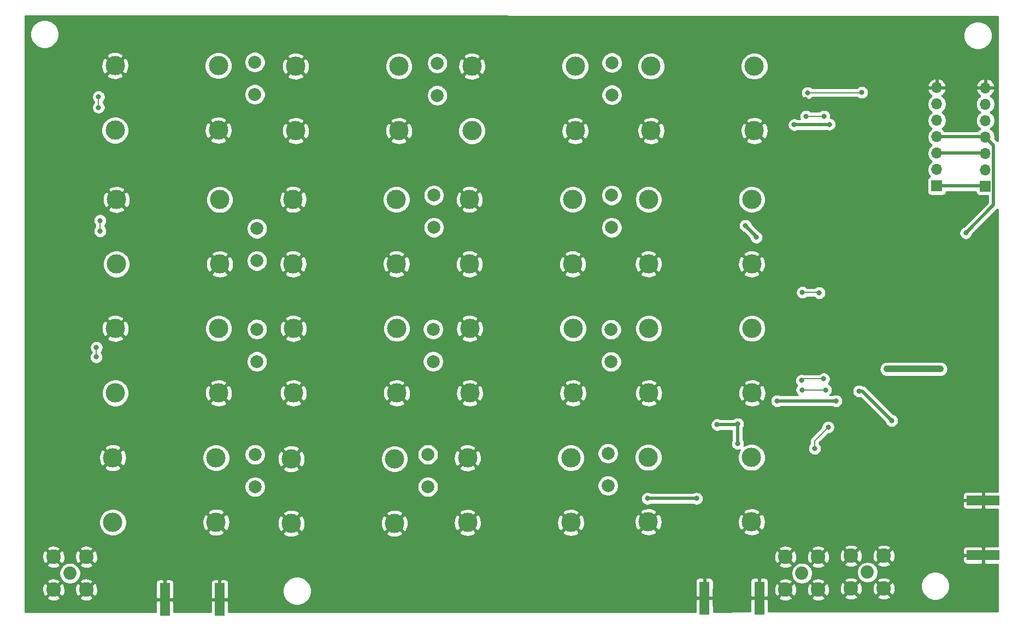
<source format=gbr>
G04 #@! TF.GenerationSoftware,KiCad,Pcbnew,(5.1.10)-1*
G04 #@! TF.CreationDate,2021-09-09T12:48:53+02:00*
G04 #@! TF.ProjectId,bandfilter,62616e64-6669-46c7-9465-722e6b696361,rev?*
G04 #@! TF.SameCoordinates,Original*
G04 #@! TF.FileFunction,Copper,L2,Bot*
G04 #@! TF.FilePolarity,Positive*
%FSLAX46Y46*%
G04 Gerber Fmt 4.6, Leading zero omitted, Abs format (unit mm)*
G04 Created by KiCad (PCBNEW (5.1.10)-1) date 2021-09-09 12:48:53*
%MOMM*%
%LPD*%
G01*
G04 APERTURE LIST*
G04 #@! TA.AperFunction,ComponentPad*
%ADD10C,2.000000*%
G04 #@! TD*
G04 #@! TA.AperFunction,ComponentPad*
%ADD11C,3.000000*%
G04 #@! TD*
G04 #@! TA.AperFunction,ComponentPad*
%ADD12O,1.700000X1.700000*%
G04 #@! TD*
G04 #@! TA.AperFunction,ComponentPad*
%ADD13R,1.700000X1.700000*%
G04 #@! TD*
G04 #@! TA.AperFunction,ComponentPad*
%ADD14C,2.050000*%
G04 #@! TD*
G04 #@! TA.AperFunction,ComponentPad*
%ADD15C,2.250000*%
G04 #@! TD*
G04 #@! TA.AperFunction,SMDPad,CuDef*
%ADD16R,1.500000X5.080000*%
G04 #@! TD*
G04 #@! TA.AperFunction,SMDPad,CuDef*
%ADD17R,5.080000X1.500000*%
G04 #@! TD*
G04 #@! TA.AperFunction,ViaPad*
%ADD18C,0.800000*%
G04 #@! TD*
G04 #@! TA.AperFunction,Conductor*
%ADD19C,0.500000*%
G04 #@! TD*
G04 #@! TA.AperFunction,Conductor*
%ADD20C,0.200000*%
G04 #@! TD*
G04 #@! TA.AperFunction,Conductor*
%ADD21C,1.000000*%
G04 #@! TD*
G04 #@! TA.AperFunction,Conductor*
%ADD22C,0.254000*%
G04 #@! TD*
G04 #@! TA.AperFunction,Conductor*
%ADD23C,0.100000*%
G04 #@! TD*
G04 APERTURE END LIST*
D10*
X93157040Y-54052460D03*
X93157040Y-59052460D03*
D11*
X70830440Y-99588320D03*
X86830440Y-99588320D03*
X70830440Y-89588320D03*
X86830440Y-89588320D03*
X98475800Y-99753440D03*
X114475800Y-99753440D03*
X98475800Y-89753440D03*
X114475800Y-89753440D03*
D12*
X206019400Y-32232600D03*
X206019400Y-34772600D03*
X206019400Y-37312600D03*
X206019400Y-39852600D03*
X206019400Y-42392600D03*
X206019400Y-44932600D03*
D13*
X206019400Y-47472600D03*
X198511160Y-47467520D03*
D12*
X198511160Y-44927520D03*
X198511160Y-42387520D03*
X198511160Y-39847520D03*
X198511160Y-37307520D03*
X198511160Y-34767520D03*
X198511160Y-32227520D03*
D11*
X115161600Y-28904140D03*
X99161600Y-28904140D03*
X115161600Y-38904140D03*
X99161600Y-38904140D03*
X126483840Y-38904140D03*
X142483840Y-38904140D03*
X126483840Y-28904140D03*
X142483840Y-28904140D03*
D10*
X92826840Y-33268920D03*
X92826840Y-28268920D03*
X121097040Y-33421320D03*
X121097040Y-28421320D03*
X148153120Y-33350200D03*
X148153120Y-28350200D03*
X120573800Y-53888640D03*
X120573800Y-48888640D03*
X148127720Y-48898800D03*
X148127720Y-53898800D03*
X93157040Y-74660760D03*
X93157040Y-69660760D03*
X120467120Y-69655680D03*
X120467120Y-74655680D03*
X148041360Y-69691240D03*
X148041360Y-74691240D03*
D11*
X98775520Y-59555240D03*
X114775520Y-59555240D03*
X98775520Y-49555240D03*
X114775520Y-49555240D03*
X142097760Y-49555240D03*
X126097760Y-49555240D03*
X142097760Y-59555240D03*
X126097760Y-59555240D03*
X114816160Y-69542640D03*
X98816160Y-69542640D03*
X114816160Y-79542640D03*
X98816160Y-79542640D03*
X126138400Y-79542640D03*
X142138400Y-79542640D03*
X126138400Y-69542640D03*
X142138400Y-69542640D03*
X87180960Y-28816280D03*
X71180960Y-28816280D03*
X87180960Y-38816280D03*
X71180960Y-38816280D03*
X154220640Y-38904140D03*
X170220640Y-38904140D03*
X154220640Y-28904140D03*
X170220640Y-28904140D03*
X87394320Y-49568080D03*
X71394320Y-49568080D03*
X87394320Y-59568080D03*
X71394320Y-59568080D03*
X169834560Y-49555240D03*
X153834560Y-49555240D03*
X169834560Y-59555240D03*
X153834560Y-59555240D03*
X87221600Y-69542640D03*
X71221600Y-69542640D03*
X87221600Y-79542640D03*
X71221600Y-79542640D03*
X169875200Y-69542640D03*
X153875200Y-69542640D03*
X169875200Y-79542640D03*
X153875200Y-79542640D03*
D10*
X92862400Y-89088320D03*
X92862400Y-94088320D03*
X119644160Y-94088320D03*
X119644160Y-89088320D03*
X147558760Y-88900000D03*
X147558760Y-93900000D03*
D14*
X64190880Y-107482640D03*
D15*
X66730880Y-110022640D03*
X66730880Y-104942640D03*
X61650880Y-104942640D03*
X61650880Y-110022640D03*
D14*
X187761880Y-107320080D03*
D15*
X190301880Y-109860080D03*
X190301880Y-104780080D03*
X185221880Y-104780080D03*
X185221880Y-109860080D03*
X175061880Y-110022640D03*
X175061880Y-104942640D03*
X180141880Y-104942640D03*
X180141880Y-110022640D03*
D14*
X177601880Y-107482640D03*
D11*
X141798040Y-89611200D03*
X125798040Y-89611200D03*
X141798040Y-99611200D03*
X125798040Y-99611200D03*
X153799000Y-99529920D03*
X169799000Y-99529920D03*
X153799000Y-89529920D03*
X169799000Y-89529920D03*
D16*
X78889280Y-111561880D03*
X87389280Y-111561880D03*
D17*
X205709520Y-104686680D03*
X205709520Y-96186680D03*
D16*
X171001000Y-111328200D03*
X162501000Y-111328200D03*
D18*
X177657760Y-94792800D03*
X61523880Y-93588840D03*
X61056520Y-72486520D03*
X61701680Y-52796440D03*
X61884560Y-33583880D03*
X178150520Y-34081720D03*
X177866040Y-54462680D03*
X177835560Y-74772520D03*
X182539640Y-92664280D03*
X91409520Y-106700320D03*
X96606360Y-106700320D03*
X101721920Y-106700320D03*
X106751120Y-106781600D03*
X111780320Y-106781600D03*
X116977160Y-106613960D03*
X121671080Y-106781600D03*
X127035560Y-106613960D03*
X132318760Y-106700320D03*
X136931400Y-106613960D03*
X142209520Y-106532680D03*
X147157440Y-106532680D03*
X152521920Y-106781600D03*
X162499040Y-106700320D03*
X91434920Y-101625400D03*
X91506040Y-97500440D03*
X91368880Y-84998560D03*
X91434920Y-78501240D03*
X92029280Y-44475400D03*
X91526360Y-23550880D03*
X120695720Y-23047960D03*
X120396000Y-44272200D03*
X120396000Y-57449720D03*
X120396000Y-64394080D03*
X120396000Y-79684880D03*
X120294400Y-84510880D03*
X119842280Y-99954080D03*
X147243800Y-100076000D03*
X147243800Y-84261960D03*
X147487640Y-79192120D03*
X147726400Y-63860680D03*
X147848320Y-57581800D03*
X148097240Y-44521120D03*
X147812760Y-23957280D03*
X162590480Y-22433280D03*
X167614600Y-22433280D03*
X172755560Y-22489160D03*
X177728880Y-22519640D03*
X182839360Y-22575520D03*
X187939680Y-22626320D03*
X126979680Y-23119080D03*
X132110480Y-23119080D03*
X96499680Y-23373080D03*
X101564440Y-23423880D03*
X106674920Y-23571200D03*
X76301600Y-24069040D03*
X71338440Y-23921720D03*
X65973960Y-24317960D03*
X60934600Y-30535880D03*
X64510920Y-42565320D03*
X64414400Y-47553880D03*
X64368680Y-69220080D03*
X64546480Y-64216280D03*
X64429640Y-89113360D03*
X64246760Y-83337400D03*
X58618120Y-106812080D03*
X58516520Y-101701600D03*
X58420000Y-96387920D03*
X58420000Y-91424760D03*
X58460640Y-86410800D03*
X58420000Y-81366360D03*
X58460640Y-76194920D03*
X58064400Y-71084440D03*
X58115200Y-65968880D03*
X58145680Y-61112400D03*
X58293000Y-55946040D03*
X58394600Y-50835560D03*
X58384440Y-45669200D03*
X58480960Y-40853360D03*
X58582560Y-35443160D03*
X65100200Y-28056840D03*
X203357480Y-37973000D03*
X203296520Y-30200600D03*
X197733920Y-50815240D03*
X184086500Y-24257000D03*
X186690000Y-35496500D03*
X187261500Y-75438000D03*
X186753500Y-81724500D03*
X203200000Y-91440000D03*
X203200000Y-86360000D03*
X203200000Y-81280000D03*
X203200000Y-76200000D03*
X198628000Y-91440000D03*
X198120000Y-96520000D03*
X187960000Y-45720000D03*
X187960000Y-50800000D03*
X187960000Y-55880000D03*
X187960000Y-60960000D03*
X187960000Y-66040000D03*
X206248000Y-54864000D03*
X206248000Y-60452000D03*
X206248000Y-66040000D03*
X206248000Y-76200000D03*
X135128000Y-109728000D03*
X163195000Y-93345000D03*
X167005000Y-93980000D03*
X157480000Y-100076000D03*
X157480000Y-88900000D03*
X160020000Y-87630000D03*
X156845000Y-90805000D03*
X68620640Y-35280600D03*
X68620640Y-33639760D03*
X178241960Y-36657280D03*
X181025800Y-36657280D03*
X178470560Y-33014920D03*
X186880500Y-32956500D03*
X68854320Y-54446440D03*
X68854320Y-52816760D03*
X170553420Y-55427920D03*
X168846500Y-53594000D03*
X176403000Y-37973000D03*
X181864000Y-37909500D03*
X177688240Y-63957200D03*
X180281760Y-64018160D03*
X68275200Y-73963760D03*
X68295520Y-72476360D03*
X180990240Y-77353160D03*
X177561240Y-77602080D03*
X181292500Y-79057500D03*
X177609500Y-79057500D03*
X167640000Y-87376000D03*
X167640000Y-84328000D03*
X164465000Y-84455000D03*
X179578000Y-88138000D03*
X181673500Y-84836000D03*
X153670000Y-95885000D03*
X161290000Y-95885000D03*
X190754000Y-75819000D03*
X199072500Y-75819000D03*
X203009500Y-54737000D03*
X186436000Y-79248000D03*
X191516000Y-83820000D03*
X182880000Y-80772000D03*
X173736000Y-80772000D03*
D19*
X206014320Y-47467520D02*
X206019400Y-47472600D01*
X198511160Y-47467520D02*
X206014320Y-47467520D01*
D20*
X68620640Y-35280600D02*
X68620640Y-33639760D01*
X178241960Y-36657280D02*
X181025800Y-36657280D01*
X186822080Y-33014920D02*
X186880500Y-32956500D01*
X178470560Y-33014920D02*
X186822080Y-33014920D01*
X68854320Y-54446440D02*
X68854320Y-52816760D01*
D19*
X170553420Y-55300920D02*
X168846500Y-53594000D01*
X170553420Y-55427920D02*
X170553420Y-55300920D01*
X181800500Y-37973000D02*
X181864000Y-37909500D01*
X176403000Y-37973000D02*
X181800500Y-37973000D01*
D20*
X177688240Y-63957200D02*
X180220800Y-63957200D01*
X180220800Y-63957200D02*
X180281760Y-64018160D01*
X68275200Y-73963760D02*
X68275200Y-72496680D01*
X68275200Y-72496680D02*
X68295520Y-72476360D01*
X180990240Y-77353160D02*
X177810160Y-77353160D01*
X177810160Y-77353160D02*
X177561240Y-77602080D01*
X181292500Y-79057500D02*
X177609500Y-79057500D01*
D19*
X167640000Y-87376000D02*
X167640000Y-84328000D01*
X167513000Y-84455000D02*
X167640000Y-84328000D01*
X164465000Y-84455000D02*
X167513000Y-84455000D01*
D20*
X179578000Y-86931500D02*
X181673500Y-84836000D01*
X179578000Y-88138000D02*
X179578000Y-86931500D01*
D19*
X153670000Y-95885000D02*
X161290000Y-95885000D01*
X206014320Y-42387520D02*
X206019400Y-42392600D01*
X198511160Y-42387520D02*
X206014320Y-42387520D01*
D21*
X190754000Y-75819000D02*
X199072500Y-75819000D01*
D19*
X206014320Y-39847520D02*
X206019400Y-39852600D01*
X198511160Y-39847520D02*
X206014320Y-39847520D01*
X207319401Y-41152601D02*
X206019400Y-39852600D01*
X207319401Y-50427099D02*
X207319401Y-41152601D01*
X203009500Y-54737000D02*
X207319401Y-50427099D01*
X186944000Y-79248000D02*
X186436000Y-79248000D01*
X191516000Y-83820000D02*
X186944000Y-79248000D01*
X182880000Y-80772000D02*
X173736000Y-80772000D01*
D22*
X207935140Y-21187883D02*
X207940389Y-40517359D01*
X207914450Y-40496071D01*
X207489939Y-40071560D01*
X207504400Y-39998860D01*
X207504400Y-39706340D01*
X207447332Y-39419442D01*
X207335390Y-39149189D01*
X207172875Y-38905968D01*
X206966032Y-38699125D01*
X206791640Y-38582600D01*
X206966032Y-38466075D01*
X207172875Y-38259232D01*
X207335390Y-38016011D01*
X207447332Y-37745758D01*
X207504400Y-37458860D01*
X207504400Y-37166340D01*
X207447332Y-36879442D01*
X207335390Y-36609189D01*
X207172875Y-36365968D01*
X206966032Y-36159125D01*
X206791640Y-36042600D01*
X206966032Y-35926075D01*
X207172875Y-35719232D01*
X207335390Y-35476011D01*
X207447332Y-35205758D01*
X207504400Y-34918860D01*
X207504400Y-34626340D01*
X207447332Y-34339442D01*
X207335390Y-34069189D01*
X207172875Y-33825968D01*
X206966032Y-33619125D01*
X206783866Y-33497405D01*
X206900755Y-33427778D01*
X207116988Y-33232869D01*
X207291041Y-32999520D01*
X207416225Y-32736699D01*
X207460876Y-32589490D01*
X207339555Y-32359600D01*
X206146400Y-32359600D01*
X206146400Y-32379600D01*
X205892400Y-32379600D01*
X205892400Y-32359600D01*
X204699245Y-32359600D01*
X204577924Y-32589490D01*
X204622575Y-32736699D01*
X204747759Y-32999520D01*
X204921812Y-33232869D01*
X205138045Y-33427778D01*
X205254934Y-33497405D01*
X205072768Y-33619125D01*
X204865925Y-33825968D01*
X204703410Y-34069189D01*
X204591468Y-34339442D01*
X204534400Y-34626340D01*
X204534400Y-34918860D01*
X204591468Y-35205758D01*
X204703410Y-35476011D01*
X204865925Y-35719232D01*
X205072768Y-35926075D01*
X205247160Y-36042600D01*
X205072768Y-36159125D01*
X204865925Y-36365968D01*
X204703410Y-36609189D01*
X204591468Y-36879442D01*
X204534400Y-37166340D01*
X204534400Y-37458860D01*
X204591468Y-37745758D01*
X204703410Y-38016011D01*
X204865925Y-38259232D01*
X205072768Y-38466075D01*
X205247160Y-38582600D01*
X205072768Y-38699125D01*
X204865925Y-38905968D01*
X204828138Y-38962520D01*
X199705816Y-38962520D01*
X199664635Y-38900888D01*
X199457792Y-38694045D01*
X199283400Y-38577520D01*
X199457792Y-38460995D01*
X199664635Y-38254152D01*
X199827150Y-38010931D01*
X199939092Y-37740678D01*
X199996160Y-37453780D01*
X199996160Y-37161260D01*
X199939092Y-36874362D01*
X199827150Y-36604109D01*
X199664635Y-36360888D01*
X199457792Y-36154045D01*
X199283400Y-36037520D01*
X199457792Y-35920995D01*
X199664635Y-35714152D01*
X199827150Y-35470931D01*
X199939092Y-35200678D01*
X199996160Y-34913780D01*
X199996160Y-34621260D01*
X199939092Y-34334362D01*
X199827150Y-34064109D01*
X199664635Y-33820888D01*
X199457792Y-33614045D01*
X199275626Y-33492325D01*
X199392515Y-33422698D01*
X199608748Y-33227789D01*
X199782801Y-32994440D01*
X199907985Y-32731619D01*
X199952636Y-32584410D01*
X199831315Y-32354520D01*
X198638160Y-32354520D01*
X198638160Y-32374520D01*
X198384160Y-32374520D01*
X198384160Y-32354520D01*
X197191005Y-32354520D01*
X197069684Y-32584410D01*
X197114335Y-32731619D01*
X197239519Y-32994440D01*
X197413572Y-33227789D01*
X197629805Y-33422698D01*
X197746694Y-33492325D01*
X197564528Y-33614045D01*
X197357685Y-33820888D01*
X197195170Y-34064109D01*
X197083228Y-34334362D01*
X197026160Y-34621260D01*
X197026160Y-34913780D01*
X197083228Y-35200678D01*
X197195170Y-35470931D01*
X197357685Y-35714152D01*
X197564528Y-35920995D01*
X197738920Y-36037520D01*
X197564528Y-36154045D01*
X197357685Y-36360888D01*
X197195170Y-36604109D01*
X197083228Y-36874362D01*
X197026160Y-37161260D01*
X197026160Y-37453780D01*
X197083228Y-37740678D01*
X197195170Y-38010931D01*
X197357685Y-38254152D01*
X197564528Y-38460995D01*
X197738920Y-38577520D01*
X197564528Y-38694045D01*
X197357685Y-38900888D01*
X197195170Y-39144109D01*
X197083228Y-39414362D01*
X197026160Y-39701260D01*
X197026160Y-39993780D01*
X197083228Y-40280678D01*
X197195170Y-40550931D01*
X197357685Y-40794152D01*
X197564528Y-41000995D01*
X197738920Y-41117520D01*
X197564528Y-41234045D01*
X197357685Y-41440888D01*
X197195170Y-41684109D01*
X197083228Y-41954362D01*
X197026160Y-42241260D01*
X197026160Y-42533780D01*
X197083228Y-42820678D01*
X197195170Y-43090931D01*
X197357685Y-43334152D01*
X197564528Y-43540995D01*
X197738920Y-43657520D01*
X197564528Y-43774045D01*
X197357685Y-43980888D01*
X197195170Y-44224109D01*
X197083228Y-44494362D01*
X197026160Y-44781260D01*
X197026160Y-45073780D01*
X197083228Y-45360678D01*
X197195170Y-45630931D01*
X197357685Y-45874152D01*
X197489540Y-46006007D01*
X197416980Y-46028018D01*
X197306666Y-46086983D01*
X197209975Y-46166335D01*
X197130623Y-46263026D01*
X197071658Y-46373340D01*
X197035348Y-46493038D01*
X197023088Y-46617520D01*
X197023088Y-48317520D01*
X197035348Y-48442002D01*
X197071658Y-48561700D01*
X197130623Y-48672014D01*
X197209975Y-48768705D01*
X197306666Y-48848057D01*
X197416980Y-48907022D01*
X197536678Y-48943332D01*
X197661160Y-48955592D01*
X199361160Y-48955592D01*
X199485642Y-48943332D01*
X199605340Y-48907022D01*
X199715654Y-48848057D01*
X199812345Y-48768705D01*
X199891697Y-48672014D01*
X199950662Y-48561700D01*
X199986972Y-48442002D01*
X199995785Y-48352520D01*
X204534275Y-48352520D01*
X204543588Y-48447082D01*
X204579898Y-48566780D01*
X204638863Y-48677094D01*
X204718215Y-48773785D01*
X204814906Y-48853137D01*
X204925220Y-48912102D01*
X205044918Y-48948412D01*
X205169400Y-48960672D01*
X206434401Y-48960672D01*
X206434401Y-50060520D01*
X202764457Y-53730465D01*
X202707602Y-53741774D01*
X202519244Y-53819795D01*
X202349726Y-53933063D01*
X202205563Y-54077226D01*
X202092295Y-54246744D01*
X202014274Y-54435102D01*
X201974500Y-54635061D01*
X201974500Y-54838939D01*
X202014274Y-55038898D01*
X202092295Y-55227256D01*
X202205563Y-55396774D01*
X202349726Y-55540937D01*
X202519244Y-55654205D01*
X202707602Y-55732226D01*
X202907561Y-55772000D01*
X203111439Y-55772000D01*
X203311398Y-55732226D01*
X203499756Y-55654205D01*
X203669274Y-55540937D01*
X203813437Y-55396774D01*
X203926705Y-55227256D01*
X204004726Y-55038898D01*
X204016035Y-54982043D01*
X207914451Y-51083627D01*
X207943253Y-51059991D01*
X207955132Y-94799009D01*
X205995270Y-94801680D01*
X205836520Y-94960430D01*
X205836520Y-96059680D01*
X205856520Y-96059680D01*
X205856520Y-96313680D01*
X205836520Y-96313680D01*
X205836520Y-97412930D01*
X205995270Y-97571680D01*
X207955885Y-97574352D01*
X207957440Y-103299006D01*
X205995270Y-103301680D01*
X205836520Y-103460430D01*
X205836520Y-104559680D01*
X205856520Y-104559680D01*
X205856520Y-104813680D01*
X205836520Y-104813680D01*
X205836520Y-105912930D01*
X205995270Y-106071680D01*
X207958194Y-106074355D01*
X207960181Y-113391588D01*
X172388460Y-113418932D01*
X172386000Y-111613950D01*
X172227250Y-111455200D01*
X171128000Y-111455200D01*
X171128000Y-111475200D01*
X170874000Y-111475200D01*
X170874000Y-111455200D01*
X169774750Y-111455200D01*
X169616000Y-111613950D01*
X169613537Y-113421065D01*
X163888469Y-113425466D01*
X163886000Y-111613950D01*
X163727250Y-111455200D01*
X162628000Y-111455200D01*
X162628000Y-111475200D01*
X162374000Y-111475200D01*
X162374000Y-111455200D01*
X161274750Y-111455200D01*
X161116000Y-111613950D01*
X161113528Y-113427599D01*
X88776509Y-113483204D01*
X88774280Y-111847630D01*
X88615530Y-111688880D01*
X87516280Y-111688880D01*
X87516280Y-111708880D01*
X87262280Y-111708880D01*
X87262280Y-111688880D01*
X86163030Y-111688880D01*
X86004280Y-111847630D01*
X86002048Y-113485336D01*
X80276518Y-113489737D01*
X80274280Y-111847630D01*
X80115530Y-111688880D01*
X79016280Y-111688880D01*
X79016280Y-111708880D01*
X78762280Y-111708880D01*
X78762280Y-111688880D01*
X77663030Y-111688880D01*
X77504280Y-111847630D01*
X77502039Y-113491870D01*
X57281537Y-113507413D01*
X57281048Y-111247171D01*
X60605954Y-111247171D01*
X60716801Y-111524354D01*
X61027720Y-111677729D01*
X61362585Y-111767500D01*
X61708530Y-111790216D01*
X62052260Y-111745006D01*
X62380565Y-111633606D01*
X62584959Y-111524354D01*
X62695806Y-111247171D01*
X65685954Y-111247171D01*
X65796801Y-111524354D01*
X66107720Y-111677729D01*
X66442585Y-111767500D01*
X66788530Y-111790216D01*
X67132260Y-111745006D01*
X67460565Y-111633606D01*
X67664959Y-111524354D01*
X67775806Y-111247171D01*
X66730880Y-110202245D01*
X65685954Y-111247171D01*
X62695806Y-111247171D01*
X61650880Y-110202245D01*
X60605954Y-111247171D01*
X57281048Y-111247171D01*
X57280795Y-110080290D01*
X59883304Y-110080290D01*
X59928514Y-110424020D01*
X60039914Y-110752325D01*
X60149166Y-110956719D01*
X60426349Y-111067566D01*
X61471275Y-110022640D01*
X61830485Y-110022640D01*
X62875411Y-111067566D01*
X63152594Y-110956719D01*
X63305969Y-110645800D01*
X63395740Y-110310935D01*
X63410884Y-110080290D01*
X64963304Y-110080290D01*
X65008514Y-110424020D01*
X65119914Y-110752325D01*
X65229166Y-110956719D01*
X65506349Y-111067566D01*
X66551275Y-110022640D01*
X66910485Y-110022640D01*
X67955411Y-111067566D01*
X68232594Y-110956719D01*
X68385969Y-110645800D01*
X68475740Y-110310935D01*
X68498456Y-109964990D01*
X68453246Y-109621260D01*
X68341846Y-109292955D01*
X68232594Y-109088561D01*
X68065853Y-109021880D01*
X77501208Y-109021880D01*
X77504280Y-111276130D01*
X77663030Y-111434880D01*
X78762280Y-111434880D01*
X78762280Y-108545630D01*
X79016280Y-108545630D01*
X79016280Y-111434880D01*
X80115530Y-111434880D01*
X80274280Y-111276130D01*
X80277352Y-109021880D01*
X86001208Y-109021880D01*
X86004280Y-111276130D01*
X86163030Y-111434880D01*
X87262280Y-111434880D01*
X87262280Y-108545630D01*
X87516280Y-108545630D01*
X87516280Y-111434880D01*
X88615530Y-111434880D01*
X88774280Y-111276130D01*
X88775997Y-110015872D01*
X97132340Y-110015872D01*
X97132340Y-110456128D01*
X97218230Y-110887925D01*
X97386709Y-111294669D01*
X97631302Y-111660729D01*
X97942611Y-111972038D01*
X98308671Y-112216631D01*
X98715415Y-112385110D01*
X99147212Y-112471000D01*
X99587468Y-112471000D01*
X100019265Y-112385110D01*
X100426009Y-112216631D01*
X100792069Y-111972038D01*
X101103378Y-111660729D01*
X101347971Y-111294669D01*
X101367645Y-111247171D01*
X174016954Y-111247171D01*
X174127801Y-111524354D01*
X174438720Y-111677729D01*
X174773585Y-111767500D01*
X175119530Y-111790216D01*
X175463260Y-111745006D01*
X175791565Y-111633606D01*
X175995959Y-111524354D01*
X176106806Y-111247171D01*
X179096954Y-111247171D01*
X179207801Y-111524354D01*
X179518720Y-111677729D01*
X179853585Y-111767500D01*
X180199530Y-111790216D01*
X180543260Y-111745006D01*
X180871565Y-111633606D01*
X181075959Y-111524354D01*
X181186806Y-111247171D01*
X181024246Y-111084611D01*
X184176954Y-111084611D01*
X184287801Y-111361794D01*
X184598720Y-111515169D01*
X184933585Y-111604940D01*
X185279530Y-111627656D01*
X185623260Y-111582446D01*
X185951565Y-111471046D01*
X186155959Y-111361794D01*
X186266806Y-111084611D01*
X189256954Y-111084611D01*
X189367801Y-111361794D01*
X189678720Y-111515169D01*
X190013585Y-111604940D01*
X190359530Y-111627656D01*
X190703260Y-111582446D01*
X191031565Y-111471046D01*
X191235959Y-111361794D01*
X191346806Y-111084611D01*
X190301880Y-110039685D01*
X189256954Y-111084611D01*
X186266806Y-111084611D01*
X185221880Y-110039685D01*
X184176954Y-111084611D01*
X181024246Y-111084611D01*
X180141880Y-110202245D01*
X179096954Y-111247171D01*
X176106806Y-111247171D01*
X175061880Y-110202245D01*
X174016954Y-111247171D01*
X101367645Y-111247171D01*
X101516450Y-110887925D01*
X101602340Y-110456128D01*
X101602340Y-110015872D01*
X101516450Y-109584075D01*
X101347971Y-109177331D01*
X101103378Y-108811271D01*
X101080307Y-108788200D01*
X161112928Y-108788200D01*
X161116000Y-111042450D01*
X161274750Y-111201200D01*
X162374000Y-111201200D01*
X162374000Y-108311950D01*
X162628000Y-108311950D01*
X162628000Y-111201200D01*
X163727250Y-111201200D01*
X163886000Y-111042450D01*
X163889072Y-108788200D01*
X169612928Y-108788200D01*
X169616000Y-111042450D01*
X169774750Y-111201200D01*
X170874000Y-111201200D01*
X170874000Y-108311950D01*
X171128000Y-108311950D01*
X171128000Y-111201200D01*
X172227250Y-111201200D01*
X172386000Y-111042450D01*
X172387311Y-110080290D01*
X173294304Y-110080290D01*
X173339514Y-110424020D01*
X173450914Y-110752325D01*
X173560166Y-110956719D01*
X173837349Y-111067566D01*
X174882275Y-110022640D01*
X175241485Y-110022640D01*
X176286411Y-111067566D01*
X176563594Y-110956719D01*
X176716969Y-110645800D01*
X176806740Y-110310935D01*
X176821884Y-110080290D01*
X178374304Y-110080290D01*
X178419514Y-110424020D01*
X178530914Y-110752325D01*
X178640166Y-110956719D01*
X178917349Y-111067566D01*
X179962275Y-110022640D01*
X180321485Y-110022640D01*
X181366411Y-111067566D01*
X181643594Y-110956719D01*
X181796969Y-110645800D01*
X181886740Y-110310935D01*
X181909456Y-109964990D01*
X181903241Y-109917730D01*
X183454304Y-109917730D01*
X183499514Y-110261460D01*
X183610914Y-110589765D01*
X183720166Y-110794159D01*
X183997349Y-110905006D01*
X185042275Y-109860080D01*
X185401485Y-109860080D01*
X186446411Y-110905006D01*
X186723594Y-110794159D01*
X186876969Y-110483240D01*
X186966740Y-110148375D01*
X186981884Y-109917730D01*
X188534304Y-109917730D01*
X188579514Y-110261460D01*
X188690914Y-110589765D01*
X188800166Y-110794159D01*
X189077349Y-110905006D01*
X190122275Y-109860080D01*
X190481485Y-109860080D01*
X191526411Y-110905006D01*
X191803594Y-110794159D01*
X191956969Y-110483240D01*
X192046740Y-110148375D01*
X192069456Y-109802430D01*
X192024246Y-109458700D01*
X191943540Y-109220852D01*
X196034860Y-109220852D01*
X196034860Y-109661108D01*
X196120750Y-110092905D01*
X196289229Y-110499649D01*
X196533822Y-110865709D01*
X196845131Y-111177018D01*
X197211191Y-111421611D01*
X197617935Y-111590090D01*
X198049732Y-111675980D01*
X198489988Y-111675980D01*
X198921785Y-111590090D01*
X199328529Y-111421611D01*
X199694589Y-111177018D01*
X200005898Y-110865709D01*
X200250491Y-110499649D01*
X200418970Y-110092905D01*
X200504860Y-109661108D01*
X200504860Y-109220852D01*
X200418970Y-108789055D01*
X200250491Y-108382311D01*
X200005898Y-108016251D01*
X199694589Y-107704942D01*
X199328529Y-107460349D01*
X198921785Y-107291870D01*
X198489988Y-107205980D01*
X198049732Y-107205980D01*
X197617935Y-107291870D01*
X197211191Y-107460349D01*
X196845131Y-107704942D01*
X196533822Y-108016251D01*
X196289229Y-108382311D01*
X196120750Y-108789055D01*
X196034860Y-109220852D01*
X191943540Y-109220852D01*
X191912846Y-109130395D01*
X191803594Y-108926001D01*
X191526411Y-108815154D01*
X190481485Y-109860080D01*
X190122275Y-109860080D01*
X189077349Y-108815154D01*
X188800166Y-108926001D01*
X188646791Y-109236920D01*
X188557020Y-109571785D01*
X188534304Y-109917730D01*
X186981884Y-109917730D01*
X186989456Y-109802430D01*
X186944246Y-109458700D01*
X186832846Y-109130395D01*
X186723594Y-108926001D01*
X186446411Y-108815154D01*
X185401485Y-109860080D01*
X185042275Y-109860080D01*
X183997349Y-108815154D01*
X183720166Y-108926001D01*
X183566791Y-109236920D01*
X183477020Y-109571785D01*
X183454304Y-109917730D01*
X181903241Y-109917730D01*
X181864246Y-109621260D01*
X181752846Y-109292955D01*
X181643594Y-109088561D01*
X181366411Y-108977714D01*
X180321485Y-110022640D01*
X179962275Y-110022640D01*
X178917349Y-108977714D01*
X178640166Y-109088561D01*
X178486791Y-109399480D01*
X178397020Y-109734345D01*
X178374304Y-110080290D01*
X176821884Y-110080290D01*
X176829456Y-109964990D01*
X176784246Y-109621260D01*
X176672846Y-109292955D01*
X176563594Y-109088561D01*
X176286411Y-108977714D01*
X175241485Y-110022640D01*
X174882275Y-110022640D01*
X173837349Y-108977714D01*
X173560166Y-109088561D01*
X173406791Y-109399480D01*
X173317020Y-109734345D01*
X173294304Y-110080290D01*
X172387311Y-110080290D01*
X172389058Y-108798109D01*
X174016954Y-108798109D01*
X175061880Y-109843035D01*
X176106806Y-108798109D01*
X175995959Y-108520926D01*
X175685040Y-108367551D01*
X175350175Y-108277780D01*
X175004230Y-108255064D01*
X174660500Y-108300274D01*
X174332195Y-108411674D01*
X174127801Y-108520926D01*
X174016954Y-108798109D01*
X172389058Y-108798109D01*
X172389072Y-108788200D01*
X172376812Y-108663718D01*
X172340502Y-108544020D01*
X172281537Y-108433706D01*
X172202185Y-108337015D01*
X172105494Y-108257663D01*
X171995180Y-108198698D01*
X171875482Y-108162388D01*
X171751000Y-108150128D01*
X171286750Y-108153200D01*
X171128000Y-108311950D01*
X170874000Y-108311950D01*
X170715250Y-108153200D01*
X170251000Y-108150128D01*
X170126518Y-108162388D01*
X170006820Y-108198698D01*
X169896506Y-108257663D01*
X169799815Y-108337015D01*
X169720463Y-108433706D01*
X169661498Y-108544020D01*
X169625188Y-108663718D01*
X169612928Y-108788200D01*
X163889072Y-108788200D01*
X163876812Y-108663718D01*
X163840502Y-108544020D01*
X163781537Y-108433706D01*
X163702185Y-108337015D01*
X163605494Y-108257663D01*
X163495180Y-108198698D01*
X163375482Y-108162388D01*
X163251000Y-108150128D01*
X162786750Y-108153200D01*
X162628000Y-108311950D01*
X162374000Y-108311950D01*
X162215250Y-108153200D01*
X161751000Y-108150128D01*
X161626518Y-108162388D01*
X161506820Y-108198698D01*
X161396506Y-108257663D01*
X161299815Y-108337015D01*
X161220463Y-108433706D01*
X161161498Y-108544020D01*
X161125188Y-108663718D01*
X161112928Y-108788200D01*
X101080307Y-108788200D01*
X100792069Y-108499962D01*
X100426009Y-108255369D01*
X100019265Y-108086890D01*
X99587468Y-108001000D01*
X99147212Y-108001000D01*
X98715415Y-108086890D01*
X98308671Y-108255369D01*
X97942611Y-108499962D01*
X97631302Y-108811271D01*
X97386709Y-109177331D01*
X97218230Y-109584075D01*
X97132340Y-110015872D01*
X88775997Y-110015872D01*
X88777352Y-109021880D01*
X88765092Y-108897398D01*
X88728782Y-108777700D01*
X88669817Y-108667386D01*
X88590465Y-108570695D01*
X88493774Y-108491343D01*
X88383460Y-108432378D01*
X88263762Y-108396068D01*
X88139280Y-108383808D01*
X87675030Y-108386880D01*
X87516280Y-108545630D01*
X87262280Y-108545630D01*
X87103530Y-108386880D01*
X86639280Y-108383808D01*
X86514798Y-108396068D01*
X86395100Y-108432378D01*
X86284786Y-108491343D01*
X86188095Y-108570695D01*
X86108743Y-108667386D01*
X86049778Y-108777700D01*
X86013468Y-108897398D01*
X86001208Y-109021880D01*
X80277352Y-109021880D01*
X80265092Y-108897398D01*
X80228782Y-108777700D01*
X80169817Y-108667386D01*
X80090465Y-108570695D01*
X79993774Y-108491343D01*
X79883460Y-108432378D01*
X79763762Y-108396068D01*
X79639280Y-108383808D01*
X79175030Y-108386880D01*
X79016280Y-108545630D01*
X78762280Y-108545630D01*
X78603530Y-108386880D01*
X78139280Y-108383808D01*
X78014798Y-108396068D01*
X77895100Y-108432378D01*
X77784786Y-108491343D01*
X77688095Y-108570695D01*
X77608743Y-108667386D01*
X77549778Y-108777700D01*
X77513468Y-108897398D01*
X77501208Y-109021880D01*
X68065853Y-109021880D01*
X67955411Y-108977714D01*
X66910485Y-110022640D01*
X66551275Y-110022640D01*
X65506349Y-108977714D01*
X65229166Y-109088561D01*
X65075791Y-109399480D01*
X64986020Y-109734345D01*
X64963304Y-110080290D01*
X63410884Y-110080290D01*
X63418456Y-109964990D01*
X63373246Y-109621260D01*
X63261846Y-109292955D01*
X63152594Y-109088561D01*
X62875411Y-108977714D01*
X61830485Y-110022640D01*
X61471275Y-110022640D01*
X60426349Y-108977714D01*
X60149166Y-109088561D01*
X59995791Y-109399480D01*
X59906020Y-109734345D01*
X59883304Y-110080290D01*
X57280795Y-110080290D01*
X57280518Y-108798109D01*
X60605954Y-108798109D01*
X61650880Y-109843035D01*
X62695806Y-108798109D01*
X62584959Y-108520926D01*
X62274040Y-108367551D01*
X61939175Y-108277780D01*
X61593230Y-108255064D01*
X61249500Y-108300274D01*
X60921195Y-108411674D01*
X60716801Y-108520926D01*
X60605954Y-108798109D01*
X57280518Y-108798109D01*
X57280198Y-107319144D01*
X62530880Y-107319144D01*
X62530880Y-107646136D01*
X62594673Y-107966844D01*
X62719807Y-108268945D01*
X62901474Y-108540828D01*
X63132692Y-108772046D01*
X63404575Y-108953713D01*
X63706676Y-109078847D01*
X64027384Y-109142640D01*
X64354376Y-109142640D01*
X64675084Y-109078847D01*
X64977185Y-108953713D01*
X65210062Y-108798109D01*
X65685954Y-108798109D01*
X66730880Y-109843035D01*
X67775806Y-108798109D01*
X67664959Y-108520926D01*
X67354040Y-108367551D01*
X67019175Y-108277780D01*
X66673230Y-108255064D01*
X66329500Y-108300274D01*
X66001195Y-108411674D01*
X65796801Y-108520926D01*
X65685954Y-108798109D01*
X65210062Y-108798109D01*
X65249068Y-108772046D01*
X65480286Y-108540828D01*
X65661953Y-108268945D01*
X65787087Y-107966844D01*
X65850880Y-107646136D01*
X65850880Y-107319144D01*
X175941880Y-107319144D01*
X175941880Y-107646136D01*
X176005673Y-107966844D01*
X176130807Y-108268945D01*
X176312474Y-108540828D01*
X176543692Y-108772046D01*
X176815575Y-108953713D01*
X177117676Y-109078847D01*
X177438384Y-109142640D01*
X177765376Y-109142640D01*
X178086084Y-109078847D01*
X178388185Y-108953713D01*
X178621062Y-108798109D01*
X179096954Y-108798109D01*
X180141880Y-109843035D01*
X181186806Y-108798109D01*
X181121798Y-108635549D01*
X184176954Y-108635549D01*
X185221880Y-109680475D01*
X186266806Y-108635549D01*
X186155959Y-108358366D01*
X185845040Y-108204991D01*
X185510175Y-108115220D01*
X185164230Y-108092504D01*
X184820500Y-108137714D01*
X184492195Y-108249114D01*
X184287801Y-108358366D01*
X184176954Y-108635549D01*
X181121798Y-108635549D01*
X181075959Y-108520926D01*
X180765040Y-108367551D01*
X180430175Y-108277780D01*
X180084230Y-108255064D01*
X179740500Y-108300274D01*
X179412195Y-108411674D01*
X179207801Y-108520926D01*
X179096954Y-108798109D01*
X178621062Y-108798109D01*
X178660068Y-108772046D01*
X178891286Y-108540828D01*
X179072953Y-108268945D01*
X179198087Y-107966844D01*
X179261880Y-107646136D01*
X179261880Y-107319144D01*
X179229545Y-107156584D01*
X186101880Y-107156584D01*
X186101880Y-107483576D01*
X186165673Y-107804284D01*
X186290807Y-108106385D01*
X186472474Y-108378268D01*
X186703692Y-108609486D01*
X186975575Y-108791153D01*
X187277676Y-108916287D01*
X187598384Y-108980080D01*
X187925376Y-108980080D01*
X188246084Y-108916287D01*
X188548185Y-108791153D01*
X188781062Y-108635549D01*
X189256954Y-108635549D01*
X190301880Y-109680475D01*
X191346806Y-108635549D01*
X191235959Y-108358366D01*
X190925040Y-108204991D01*
X190590175Y-108115220D01*
X190244230Y-108092504D01*
X189900500Y-108137714D01*
X189572195Y-108249114D01*
X189367801Y-108358366D01*
X189256954Y-108635549D01*
X188781062Y-108635549D01*
X188820068Y-108609486D01*
X189051286Y-108378268D01*
X189232953Y-108106385D01*
X189358087Y-107804284D01*
X189421880Y-107483576D01*
X189421880Y-107156584D01*
X189358087Y-106835876D01*
X189232953Y-106533775D01*
X189051286Y-106261892D01*
X188820068Y-106030674D01*
X188781063Y-106004611D01*
X189256954Y-106004611D01*
X189367801Y-106281794D01*
X189678720Y-106435169D01*
X190013585Y-106524940D01*
X190359530Y-106547656D01*
X190703260Y-106502446D01*
X191031565Y-106391046D01*
X191235959Y-106281794D01*
X191346806Y-106004611D01*
X190301880Y-104959685D01*
X189256954Y-106004611D01*
X188781063Y-106004611D01*
X188548185Y-105849007D01*
X188246084Y-105723873D01*
X187925376Y-105660080D01*
X187598384Y-105660080D01*
X187277676Y-105723873D01*
X186975575Y-105849007D01*
X186703692Y-106030674D01*
X186472474Y-106261892D01*
X186290807Y-106533775D01*
X186165673Y-106835876D01*
X186101880Y-107156584D01*
X179229545Y-107156584D01*
X179198087Y-106998436D01*
X179072953Y-106696335D01*
X178891286Y-106424452D01*
X178660068Y-106193234D01*
X178621063Y-106167171D01*
X179096954Y-106167171D01*
X179207801Y-106444354D01*
X179518720Y-106597729D01*
X179853585Y-106687500D01*
X180199530Y-106710216D01*
X180543260Y-106665006D01*
X180871565Y-106553606D01*
X181075959Y-106444354D01*
X181186806Y-106167171D01*
X181024246Y-106004611D01*
X184176954Y-106004611D01*
X184287801Y-106281794D01*
X184598720Y-106435169D01*
X184933585Y-106524940D01*
X185279530Y-106547656D01*
X185623260Y-106502446D01*
X185951565Y-106391046D01*
X186155959Y-106281794D01*
X186266806Y-106004611D01*
X185221880Y-104959685D01*
X184176954Y-106004611D01*
X181024246Y-106004611D01*
X180141880Y-105122245D01*
X179096954Y-106167171D01*
X178621063Y-106167171D01*
X178388185Y-106011567D01*
X178086084Y-105886433D01*
X177765376Y-105822640D01*
X177438384Y-105822640D01*
X177117676Y-105886433D01*
X176815575Y-106011567D01*
X176543692Y-106193234D01*
X176312474Y-106424452D01*
X176130807Y-106696335D01*
X176005673Y-106998436D01*
X175941880Y-107319144D01*
X65850880Y-107319144D01*
X65787087Y-106998436D01*
X65661953Y-106696335D01*
X65480286Y-106424452D01*
X65249068Y-106193234D01*
X65210063Y-106167171D01*
X65685954Y-106167171D01*
X65796801Y-106444354D01*
X66107720Y-106597729D01*
X66442585Y-106687500D01*
X66788530Y-106710216D01*
X67132260Y-106665006D01*
X67460565Y-106553606D01*
X67664959Y-106444354D01*
X67775806Y-106167171D01*
X174016954Y-106167171D01*
X174127801Y-106444354D01*
X174438720Y-106597729D01*
X174773585Y-106687500D01*
X175119530Y-106710216D01*
X175463260Y-106665006D01*
X175791565Y-106553606D01*
X175995959Y-106444354D01*
X176106806Y-106167171D01*
X175061880Y-105122245D01*
X174016954Y-106167171D01*
X67775806Y-106167171D01*
X66730880Y-105122245D01*
X65685954Y-106167171D01*
X65210063Y-106167171D01*
X64977185Y-106011567D01*
X64675084Y-105886433D01*
X64354376Y-105822640D01*
X64027384Y-105822640D01*
X63706676Y-105886433D01*
X63404575Y-106011567D01*
X63132692Y-106193234D01*
X62901474Y-106424452D01*
X62719807Y-106696335D01*
X62594673Y-106998436D01*
X62530880Y-107319144D01*
X57280198Y-107319144D01*
X57279948Y-106167171D01*
X60605954Y-106167171D01*
X60716801Y-106444354D01*
X61027720Y-106597729D01*
X61362585Y-106687500D01*
X61708530Y-106710216D01*
X62052260Y-106665006D01*
X62380565Y-106553606D01*
X62584959Y-106444354D01*
X62695806Y-106167171D01*
X61650880Y-105122245D01*
X60605954Y-106167171D01*
X57279948Y-106167171D01*
X57279694Y-105000290D01*
X59883304Y-105000290D01*
X59928514Y-105344020D01*
X60039914Y-105672325D01*
X60149166Y-105876719D01*
X60426349Y-105987566D01*
X61471275Y-104942640D01*
X61830485Y-104942640D01*
X62875411Y-105987566D01*
X63152594Y-105876719D01*
X63305969Y-105565800D01*
X63395740Y-105230935D01*
X63410884Y-105000290D01*
X64963304Y-105000290D01*
X65008514Y-105344020D01*
X65119914Y-105672325D01*
X65229166Y-105876719D01*
X65506349Y-105987566D01*
X66551275Y-104942640D01*
X66910485Y-104942640D01*
X67955411Y-105987566D01*
X68232594Y-105876719D01*
X68385969Y-105565800D01*
X68475740Y-105230935D01*
X68490884Y-105000290D01*
X173294304Y-105000290D01*
X173339514Y-105344020D01*
X173450914Y-105672325D01*
X173560166Y-105876719D01*
X173837349Y-105987566D01*
X174882275Y-104942640D01*
X175241485Y-104942640D01*
X176286411Y-105987566D01*
X176563594Y-105876719D01*
X176716969Y-105565800D01*
X176806740Y-105230935D01*
X176821884Y-105000290D01*
X178374304Y-105000290D01*
X178419514Y-105344020D01*
X178530914Y-105672325D01*
X178640166Y-105876719D01*
X178917349Y-105987566D01*
X179962275Y-104942640D01*
X180321485Y-104942640D01*
X181366411Y-105987566D01*
X181643594Y-105876719D01*
X181796969Y-105565800D01*
X181886740Y-105230935D01*
X181909456Y-104884990D01*
X181903241Y-104837730D01*
X183454304Y-104837730D01*
X183499514Y-105181460D01*
X183610914Y-105509765D01*
X183720166Y-105714159D01*
X183997349Y-105825006D01*
X185042275Y-104780080D01*
X185401485Y-104780080D01*
X186446411Y-105825006D01*
X186723594Y-105714159D01*
X186876969Y-105403240D01*
X186966740Y-105068375D01*
X186981884Y-104837730D01*
X188534304Y-104837730D01*
X188579514Y-105181460D01*
X188690914Y-105509765D01*
X188800166Y-105714159D01*
X189077349Y-105825006D01*
X190122275Y-104780080D01*
X190481485Y-104780080D01*
X191526411Y-105825006D01*
X191803594Y-105714159D01*
X191940473Y-105436680D01*
X202531448Y-105436680D01*
X202543708Y-105561162D01*
X202580018Y-105680860D01*
X202638983Y-105791174D01*
X202718335Y-105887865D01*
X202815026Y-105967217D01*
X202925340Y-106026182D01*
X203045038Y-106062492D01*
X203169520Y-106074752D01*
X205423770Y-106071680D01*
X205582520Y-105912930D01*
X205582520Y-104813680D01*
X202693270Y-104813680D01*
X202534520Y-104972430D01*
X202531448Y-105436680D01*
X191940473Y-105436680D01*
X191956969Y-105403240D01*
X192046740Y-105068375D01*
X192069456Y-104722430D01*
X192024246Y-104378700D01*
X191912846Y-104050395D01*
X191852064Y-103936680D01*
X202531448Y-103936680D01*
X202534520Y-104400930D01*
X202693270Y-104559680D01*
X205582520Y-104559680D01*
X205582520Y-103460430D01*
X205423770Y-103301680D01*
X203169520Y-103298608D01*
X203045038Y-103310868D01*
X202925340Y-103347178D01*
X202815026Y-103406143D01*
X202718335Y-103485495D01*
X202638983Y-103582186D01*
X202580018Y-103692500D01*
X202543708Y-103812198D01*
X202531448Y-103936680D01*
X191852064Y-103936680D01*
X191803594Y-103846001D01*
X191526411Y-103735154D01*
X190481485Y-104780080D01*
X190122275Y-104780080D01*
X189077349Y-103735154D01*
X188800166Y-103846001D01*
X188646791Y-104156920D01*
X188557020Y-104491785D01*
X188534304Y-104837730D01*
X186981884Y-104837730D01*
X186989456Y-104722430D01*
X186944246Y-104378700D01*
X186832846Y-104050395D01*
X186723594Y-103846001D01*
X186446411Y-103735154D01*
X185401485Y-104780080D01*
X185042275Y-104780080D01*
X183997349Y-103735154D01*
X183720166Y-103846001D01*
X183566791Y-104156920D01*
X183477020Y-104491785D01*
X183454304Y-104837730D01*
X181903241Y-104837730D01*
X181864246Y-104541260D01*
X181752846Y-104212955D01*
X181643594Y-104008561D01*
X181366411Y-103897714D01*
X180321485Y-104942640D01*
X179962275Y-104942640D01*
X178917349Y-103897714D01*
X178640166Y-104008561D01*
X178486791Y-104319480D01*
X178397020Y-104654345D01*
X178374304Y-105000290D01*
X176821884Y-105000290D01*
X176829456Y-104884990D01*
X176784246Y-104541260D01*
X176672846Y-104212955D01*
X176563594Y-104008561D01*
X176286411Y-103897714D01*
X175241485Y-104942640D01*
X174882275Y-104942640D01*
X173837349Y-103897714D01*
X173560166Y-104008561D01*
X173406791Y-104319480D01*
X173317020Y-104654345D01*
X173294304Y-105000290D01*
X68490884Y-105000290D01*
X68498456Y-104884990D01*
X68453246Y-104541260D01*
X68341846Y-104212955D01*
X68232594Y-104008561D01*
X67955411Y-103897714D01*
X66910485Y-104942640D01*
X66551275Y-104942640D01*
X65506349Y-103897714D01*
X65229166Y-104008561D01*
X65075791Y-104319480D01*
X64986020Y-104654345D01*
X64963304Y-105000290D01*
X63410884Y-105000290D01*
X63418456Y-104884990D01*
X63373246Y-104541260D01*
X63261846Y-104212955D01*
X63152594Y-104008561D01*
X62875411Y-103897714D01*
X61830485Y-104942640D01*
X61471275Y-104942640D01*
X60426349Y-103897714D01*
X60149166Y-104008561D01*
X59995791Y-104319480D01*
X59906020Y-104654345D01*
X59883304Y-105000290D01*
X57279694Y-105000290D01*
X57279417Y-103718109D01*
X60605954Y-103718109D01*
X61650880Y-104763035D01*
X62695806Y-103718109D01*
X65685954Y-103718109D01*
X66730880Y-104763035D01*
X67775806Y-103718109D01*
X174016954Y-103718109D01*
X175061880Y-104763035D01*
X176106806Y-103718109D01*
X179096954Y-103718109D01*
X180141880Y-104763035D01*
X181186806Y-103718109D01*
X181121798Y-103555549D01*
X184176954Y-103555549D01*
X185221880Y-104600475D01*
X186266806Y-103555549D01*
X189256954Y-103555549D01*
X190301880Y-104600475D01*
X191346806Y-103555549D01*
X191235959Y-103278366D01*
X190925040Y-103124991D01*
X190590175Y-103035220D01*
X190244230Y-103012504D01*
X189900500Y-103057714D01*
X189572195Y-103169114D01*
X189367801Y-103278366D01*
X189256954Y-103555549D01*
X186266806Y-103555549D01*
X186155959Y-103278366D01*
X185845040Y-103124991D01*
X185510175Y-103035220D01*
X185164230Y-103012504D01*
X184820500Y-103057714D01*
X184492195Y-103169114D01*
X184287801Y-103278366D01*
X184176954Y-103555549D01*
X181121798Y-103555549D01*
X181075959Y-103440926D01*
X180765040Y-103287551D01*
X180430175Y-103197780D01*
X180084230Y-103175064D01*
X179740500Y-103220274D01*
X179412195Y-103331674D01*
X179207801Y-103440926D01*
X179096954Y-103718109D01*
X176106806Y-103718109D01*
X175995959Y-103440926D01*
X175685040Y-103287551D01*
X175350175Y-103197780D01*
X175004230Y-103175064D01*
X174660500Y-103220274D01*
X174332195Y-103331674D01*
X174127801Y-103440926D01*
X174016954Y-103718109D01*
X67775806Y-103718109D01*
X67664959Y-103440926D01*
X67354040Y-103287551D01*
X67019175Y-103197780D01*
X66673230Y-103175064D01*
X66329500Y-103220274D01*
X66001195Y-103331674D01*
X65796801Y-103440926D01*
X65685954Y-103718109D01*
X62695806Y-103718109D01*
X62584959Y-103440926D01*
X62274040Y-103287551D01*
X61939175Y-103197780D01*
X61593230Y-103175064D01*
X61249500Y-103220274D01*
X60921195Y-103331674D01*
X60716801Y-103440926D01*
X60605954Y-103718109D01*
X57279417Y-103718109D01*
X57278477Y-99378041D01*
X68695440Y-99378041D01*
X68695440Y-99798599D01*
X68777487Y-100211076D01*
X68938428Y-100599622D01*
X69172077Y-100949303D01*
X69469457Y-101246683D01*
X69819138Y-101480332D01*
X70207684Y-101641273D01*
X70620161Y-101723320D01*
X71040719Y-101723320D01*
X71453196Y-101641273D01*
X71841742Y-101480332D01*
X72191423Y-101246683D01*
X72358133Y-101079973D01*
X85518392Y-101079973D01*
X85674402Y-101395534D01*
X86049185Y-101586340D01*
X86453991Y-101700364D01*
X86873264Y-101733222D01*
X87290891Y-101683654D01*
X87690823Y-101553563D01*
X87986478Y-101395534D01*
X88060854Y-101245093D01*
X97163752Y-101245093D01*
X97319762Y-101560654D01*
X97694545Y-101751460D01*
X98099351Y-101865484D01*
X98518624Y-101898342D01*
X98936251Y-101848774D01*
X99336183Y-101718683D01*
X99631838Y-101560654D01*
X99787848Y-101245093D01*
X113163752Y-101245093D01*
X113319762Y-101560654D01*
X113694545Y-101751460D01*
X114099351Y-101865484D01*
X114518624Y-101898342D01*
X114936251Y-101848774D01*
X115336183Y-101718683D01*
X115631838Y-101560654D01*
X115787848Y-101245093D01*
X115645608Y-101102853D01*
X124485992Y-101102853D01*
X124642002Y-101418414D01*
X125016785Y-101609220D01*
X125421591Y-101723244D01*
X125840864Y-101756102D01*
X126258491Y-101706534D01*
X126658423Y-101576443D01*
X126954078Y-101418414D01*
X127110088Y-101102853D01*
X140485992Y-101102853D01*
X140642002Y-101418414D01*
X141016785Y-101609220D01*
X141421591Y-101723244D01*
X141840864Y-101756102D01*
X142258491Y-101706534D01*
X142658423Y-101576443D01*
X142954078Y-101418414D01*
X143110088Y-101102853D01*
X143028808Y-101021573D01*
X152486952Y-101021573D01*
X152642962Y-101337134D01*
X153017745Y-101527940D01*
X153422551Y-101641964D01*
X153841824Y-101674822D01*
X154259451Y-101625254D01*
X154659383Y-101495163D01*
X154955038Y-101337134D01*
X155111048Y-101021573D01*
X168486952Y-101021573D01*
X168642962Y-101337134D01*
X169017745Y-101527940D01*
X169422551Y-101641964D01*
X169841824Y-101674822D01*
X170259451Y-101625254D01*
X170659383Y-101495163D01*
X170955038Y-101337134D01*
X171111048Y-101021573D01*
X169799000Y-99709525D01*
X168486952Y-101021573D01*
X155111048Y-101021573D01*
X153799000Y-99709525D01*
X152486952Y-101021573D01*
X143028808Y-101021573D01*
X141798040Y-99790805D01*
X140485992Y-101102853D01*
X127110088Y-101102853D01*
X125798040Y-99790805D01*
X124485992Y-101102853D01*
X115645608Y-101102853D01*
X114475800Y-99933045D01*
X113163752Y-101245093D01*
X99787848Y-101245093D01*
X98475800Y-99933045D01*
X97163752Y-101245093D01*
X88060854Y-101245093D01*
X88142488Y-101079973D01*
X86830440Y-99767925D01*
X85518392Y-101079973D01*
X72358133Y-101079973D01*
X72488803Y-100949303D01*
X72722452Y-100599622D01*
X72883393Y-100211076D01*
X72965440Y-99798599D01*
X72965440Y-99631144D01*
X84685538Y-99631144D01*
X84735106Y-100048771D01*
X84865197Y-100448703D01*
X85023226Y-100744358D01*
X85338787Y-100900368D01*
X86650835Y-99588320D01*
X87010045Y-99588320D01*
X88322093Y-100900368D01*
X88637654Y-100744358D01*
X88828460Y-100369575D01*
X88942484Y-99964769D01*
X88955689Y-99796264D01*
X96330898Y-99796264D01*
X96380466Y-100213891D01*
X96510557Y-100613823D01*
X96668586Y-100909478D01*
X96984147Y-101065488D01*
X98296195Y-99753440D01*
X98655405Y-99753440D01*
X99967453Y-101065488D01*
X100283014Y-100909478D01*
X100473820Y-100534695D01*
X100587844Y-100129889D01*
X100613989Y-99796264D01*
X112330898Y-99796264D01*
X112380466Y-100213891D01*
X112510557Y-100613823D01*
X112668586Y-100909478D01*
X112984147Y-101065488D01*
X114296195Y-99753440D01*
X114655405Y-99753440D01*
X115967453Y-101065488D01*
X116283014Y-100909478D01*
X116473820Y-100534695D01*
X116587844Y-100129889D01*
X116620702Y-99710616D01*
X116613986Y-99654024D01*
X123653138Y-99654024D01*
X123702706Y-100071651D01*
X123832797Y-100471583D01*
X123990826Y-100767238D01*
X124306387Y-100923248D01*
X125618435Y-99611200D01*
X125977645Y-99611200D01*
X127289693Y-100923248D01*
X127605254Y-100767238D01*
X127796060Y-100392455D01*
X127910084Y-99987649D01*
X127936229Y-99654024D01*
X139653138Y-99654024D01*
X139702706Y-100071651D01*
X139832797Y-100471583D01*
X139990826Y-100767238D01*
X140306387Y-100923248D01*
X141618435Y-99611200D01*
X141977645Y-99611200D01*
X143289693Y-100923248D01*
X143605254Y-100767238D01*
X143796060Y-100392455D01*
X143910084Y-99987649D01*
X143942599Y-99572744D01*
X151654098Y-99572744D01*
X151703666Y-99990371D01*
X151833757Y-100390303D01*
X151991786Y-100685958D01*
X152307347Y-100841968D01*
X153619395Y-99529920D01*
X153978605Y-99529920D01*
X155290653Y-100841968D01*
X155606214Y-100685958D01*
X155797020Y-100311175D01*
X155911044Y-99906369D01*
X155937189Y-99572744D01*
X167654098Y-99572744D01*
X167703666Y-99990371D01*
X167833757Y-100390303D01*
X167991786Y-100685958D01*
X168307347Y-100841968D01*
X169619395Y-99529920D01*
X169978605Y-99529920D01*
X171290653Y-100841968D01*
X171606214Y-100685958D01*
X171797020Y-100311175D01*
X171911044Y-99906369D01*
X171943902Y-99487096D01*
X171894334Y-99069469D01*
X171764243Y-98669537D01*
X171606214Y-98373882D01*
X171290653Y-98217872D01*
X169978605Y-99529920D01*
X169619395Y-99529920D01*
X168307347Y-98217872D01*
X167991786Y-98373882D01*
X167800980Y-98748665D01*
X167686956Y-99153471D01*
X167654098Y-99572744D01*
X155937189Y-99572744D01*
X155943902Y-99487096D01*
X155894334Y-99069469D01*
X155764243Y-98669537D01*
X155606214Y-98373882D01*
X155290653Y-98217872D01*
X153978605Y-99529920D01*
X153619395Y-99529920D01*
X152307347Y-98217872D01*
X151991786Y-98373882D01*
X151800980Y-98748665D01*
X151686956Y-99153471D01*
X151654098Y-99572744D01*
X143942599Y-99572744D01*
X143942942Y-99568376D01*
X143893374Y-99150749D01*
X143763283Y-98750817D01*
X143605254Y-98455162D01*
X143289693Y-98299152D01*
X141977645Y-99611200D01*
X141618435Y-99611200D01*
X140306387Y-98299152D01*
X139990826Y-98455162D01*
X139800020Y-98829945D01*
X139685996Y-99234751D01*
X139653138Y-99654024D01*
X127936229Y-99654024D01*
X127942942Y-99568376D01*
X127893374Y-99150749D01*
X127763283Y-98750817D01*
X127605254Y-98455162D01*
X127289693Y-98299152D01*
X125977645Y-99611200D01*
X125618435Y-99611200D01*
X124306387Y-98299152D01*
X123990826Y-98455162D01*
X123800020Y-98829945D01*
X123685996Y-99234751D01*
X123653138Y-99654024D01*
X116613986Y-99654024D01*
X116571134Y-99292989D01*
X116441043Y-98893057D01*
X116283014Y-98597402D01*
X115967453Y-98441392D01*
X114655405Y-99753440D01*
X114296195Y-99753440D01*
X112984147Y-98441392D01*
X112668586Y-98597402D01*
X112477780Y-98972185D01*
X112363756Y-99376991D01*
X112330898Y-99796264D01*
X100613989Y-99796264D01*
X100620702Y-99710616D01*
X100571134Y-99292989D01*
X100441043Y-98893057D01*
X100283014Y-98597402D01*
X99967453Y-98441392D01*
X98655405Y-99753440D01*
X98296195Y-99753440D01*
X96984147Y-98441392D01*
X96668586Y-98597402D01*
X96477780Y-98972185D01*
X96363756Y-99376991D01*
X96330898Y-99796264D01*
X88955689Y-99796264D01*
X88975342Y-99545496D01*
X88925774Y-99127869D01*
X88795683Y-98727937D01*
X88637654Y-98432282D01*
X88322093Y-98276272D01*
X87010045Y-99588320D01*
X86650835Y-99588320D01*
X85338787Y-98276272D01*
X85023226Y-98432282D01*
X84832420Y-98807065D01*
X84718396Y-99211871D01*
X84685538Y-99631144D01*
X72965440Y-99631144D01*
X72965440Y-99378041D01*
X72883393Y-98965564D01*
X72722452Y-98577018D01*
X72488803Y-98227337D01*
X72358133Y-98096667D01*
X85518392Y-98096667D01*
X86830440Y-99408715D01*
X87977368Y-98261787D01*
X97163752Y-98261787D01*
X98475800Y-99573835D01*
X99787848Y-98261787D01*
X113163752Y-98261787D01*
X114475800Y-99573835D01*
X115787848Y-98261787D01*
X115717527Y-98119547D01*
X124485992Y-98119547D01*
X125798040Y-99431595D01*
X127110088Y-98119547D01*
X140485992Y-98119547D01*
X141798040Y-99431595D01*
X143110088Y-98119547D01*
X143069905Y-98038267D01*
X152486952Y-98038267D01*
X153799000Y-99350315D01*
X155111048Y-98038267D01*
X168486952Y-98038267D01*
X169799000Y-99350315D01*
X171111048Y-98038267D01*
X170955038Y-97722706D01*
X170580255Y-97531900D01*
X170175449Y-97417876D01*
X169756176Y-97385018D01*
X169338549Y-97434586D01*
X168938617Y-97564677D01*
X168642962Y-97722706D01*
X168486952Y-98038267D01*
X155111048Y-98038267D01*
X154955038Y-97722706D01*
X154580255Y-97531900D01*
X154175449Y-97417876D01*
X153756176Y-97385018D01*
X153338549Y-97434586D01*
X152938617Y-97564677D01*
X152642962Y-97722706D01*
X152486952Y-98038267D01*
X143069905Y-98038267D01*
X142954078Y-97803986D01*
X142579295Y-97613180D01*
X142174489Y-97499156D01*
X141755216Y-97466298D01*
X141337589Y-97515866D01*
X140937657Y-97645957D01*
X140642002Y-97803986D01*
X140485992Y-98119547D01*
X127110088Y-98119547D01*
X126954078Y-97803986D01*
X126579295Y-97613180D01*
X126174489Y-97499156D01*
X125755216Y-97466298D01*
X125337589Y-97515866D01*
X124937657Y-97645957D01*
X124642002Y-97803986D01*
X124485992Y-98119547D01*
X115717527Y-98119547D01*
X115631838Y-97946226D01*
X115257055Y-97755420D01*
X114852249Y-97641396D01*
X114432976Y-97608538D01*
X114015349Y-97658106D01*
X113615417Y-97788197D01*
X113319762Y-97946226D01*
X113163752Y-98261787D01*
X99787848Y-98261787D01*
X99631838Y-97946226D01*
X99257055Y-97755420D01*
X98852249Y-97641396D01*
X98432976Y-97608538D01*
X98015349Y-97658106D01*
X97615417Y-97788197D01*
X97319762Y-97946226D01*
X97163752Y-98261787D01*
X87977368Y-98261787D01*
X88142488Y-98096667D01*
X87986478Y-97781106D01*
X87611695Y-97590300D01*
X87206889Y-97476276D01*
X86787616Y-97443418D01*
X86369989Y-97492986D01*
X85970057Y-97623077D01*
X85674402Y-97781106D01*
X85518392Y-98096667D01*
X72358133Y-98096667D01*
X72191423Y-97929957D01*
X71841742Y-97696308D01*
X71453196Y-97535367D01*
X71040719Y-97453320D01*
X70620161Y-97453320D01*
X70207684Y-97535367D01*
X69819138Y-97696308D01*
X69469457Y-97929957D01*
X69172077Y-98227337D01*
X68938428Y-98577018D01*
X68777487Y-98965564D01*
X68695440Y-99378041D01*
X57278477Y-99378041D01*
X57277949Y-96936680D01*
X202531448Y-96936680D01*
X202543708Y-97061162D01*
X202580018Y-97180860D01*
X202638983Y-97291174D01*
X202718335Y-97387865D01*
X202815026Y-97467217D01*
X202925340Y-97526182D01*
X203045038Y-97562492D01*
X203169520Y-97574752D01*
X205423770Y-97571680D01*
X205582520Y-97412930D01*
X205582520Y-96313680D01*
X202693270Y-96313680D01*
X202534520Y-96472430D01*
X202531448Y-96936680D01*
X57277949Y-96936680D01*
X57277699Y-95783061D01*
X152635000Y-95783061D01*
X152635000Y-95986939D01*
X152674774Y-96186898D01*
X152752795Y-96375256D01*
X152866063Y-96544774D01*
X153010226Y-96688937D01*
X153179744Y-96802205D01*
X153368102Y-96880226D01*
X153568061Y-96920000D01*
X153771939Y-96920000D01*
X153971898Y-96880226D01*
X154160256Y-96802205D01*
X154208454Y-96770000D01*
X160751546Y-96770000D01*
X160799744Y-96802205D01*
X160988102Y-96880226D01*
X161188061Y-96920000D01*
X161391939Y-96920000D01*
X161591898Y-96880226D01*
X161780256Y-96802205D01*
X161949774Y-96688937D01*
X162093937Y-96544774D01*
X162207205Y-96375256D01*
X162285226Y-96186898D01*
X162325000Y-95986939D01*
X162325000Y-95783061D01*
X162285226Y-95583102D01*
X162224576Y-95436680D01*
X202531448Y-95436680D01*
X202534520Y-95900930D01*
X202693270Y-96059680D01*
X205582520Y-96059680D01*
X205582520Y-94960430D01*
X205423770Y-94801680D01*
X203169520Y-94798608D01*
X203045038Y-94810868D01*
X202925340Y-94847178D01*
X202815026Y-94906143D01*
X202718335Y-94985495D01*
X202638983Y-95082186D01*
X202580018Y-95192500D01*
X202543708Y-95312198D01*
X202531448Y-95436680D01*
X162224576Y-95436680D01*
X162207205Y-95394744D01*
X162093937Y-95225226D01*
X161949774Y-95081063D01*
X161780256Y-94967795D01*
X161591898Y-94889774D01*
X161391939Y-94850000D01*
X161188061Y-94850000D01*
X160988102Y-94889774D01*
X160799744Y-94967795D01*
X160751546Y-95000000D01*
X154208454Y-95000000D01*
X154160256Y-94967795D01*
X153971898Y-94889774D01*
X153771939Y-94850000D01*
X153568061Y-94850000D01*
X153368102Y-94889774D01*
X153179744Y-94967795D01*
X153010226Y-95081063D01*
X152866063Y-95225226D01*
X152752795Y-95394744D01*
X152674774Y-95583102D01*
X152635000Y-95783061D01*
X57277699Y-95783061D01*
X57277296Y-93927287D01*
X91227400Y-93927287D01*
X91227400Y-94249353D01*
X91290232Y-94565232D01*
X91413482Y-94862783D01*
X91592413Y-95130572D01*
X91820148Y-95358307D01*
X92087937Y-95537238D01*
X92385488Y-95660488D01*
X92701367Y-95723320D01*
X93023433Y-95723320D01*
X93339312Y-95660488D01*
X93636863Y-95537238D01*
X93904652Y-95358307D01*
X94132387Y-95130572D01*
X94311318Y-94862783D01*
X94434568Y-94565232D01*
X94497400Y-94249353D01*
X94497400Y-93927287D01*
X118009160Y-93927287D01*
X118009160Y-94249353D01*
X118071992Y-94565232D01*
X118195242Y-94862783D01*
X118374173Y-95130572D01*
X118601908Y-95358307D01*
X118869697Y-95537238D01*
X119167248Y-95660488D01*
X119483127Y-95723320D01*
X119805193Y-95723320D01*
X120121072Y-95660488D01*
X120418623Y-95537238D01*
X120686412Y-95358307D01*
X120914147Y-95130572D01*
X121093078Y-94862783D01*
X121216328Y-94565232D01*
X121279160Y-94249353D01*
X121279160Y-93927287D01*
X121241701Y-93738967D01*
X145923760Y-93738967D01*
X145923760Y-94061033D01*
X145986592Y-94376912D01*
X146109842Y-94674463D01*
X146288773Y-94942252D01*
X146516508Y-95169987D01*
X146784297Y-95348918D01*
X147081848Y-95472168D01*
X147397727Y-95535000D01*
X147719793Y-95535000D01*
X148035672Y-95472168D01*
X148333223Y-95348918D01*
X148601012Y-95169987D01*
X148828747Y-94942252D01*
X149007678Y-94674463D01*
X149130928Y-94376912D01*
X149193760Y-94061033D01*
X149193760Y-93738967D01*
X149130928Y-93423088D01*
X149007678Y-93125537D01*
X148828747Y-92857748D01*
X148601012Y-92630013D01*
X148333223Y-92451082D01*
X148035672Y-92327832D01*
X147719793Y-92265000D01*
X147397727Y-92265000D01*
X147081848Y-92327832D01*
X146784297Y-92451082D01*
X146516508Y-92630013D01*
X146288773Y-92857748D01*
X146109842Y-93125537D01*
X145986592Y-93423088D01*
X145923760Y-93738967D01*
X121241701Y-93738967D01*
X121216328Y-93611408D01*
X121093078Y-93313857D01*
X120914147Y-93046068D01*
X120686412Y-92818333D01*
X120418623Y-92639402D01*
X120121072Y-92516152D01*
X119805193Y-92453320D01*
X119483127Y-92453320D01*
X119167248Y-92516152D01*
X118869697Y-92639402D01*
X118601908Y-92818333D01*
X118374173Y-93046068D01*
X118195242Y-93313857D01*
X118071992Y-93611408D01*
X118009160Y-93927287D01*
X94497400Y-93927287D01*
X94434568Y-93611408D01*
X94311318Y-93313857D01*
X94132387Y-93046068D01*
X93904652Y-92818333D01*
X93636863Y-92639402D01*
X93339312Y-92516152D01*
X93023433Y-92453320D01*
X92701367Y-92453320D01*
X92385488Y-92516152D01*
X92087937Y-92639402D01*
X91820148Y-92818333D01*
X91592413Y-93046068D01*
X91413482Y-93313857D01*
X91290232Y-93611408D01*
X91227400Y-93927287D01*
X57277296Y-93927287D01*
X57276678Y-91079973D01*
X69518392Y-91079973D01*
X69674402Y-91395534D01*
X70049185Y-91586340D01*
X70453991Y-91700364D01*
X70873264Y-91733222D01*
X71290891Y-91683654D01*
X71690823Y-91553563D01*
X71986478Y-91395534D01*
X72142488Y-91079973D01*
X70830440Y-89767925D01*
X69518392Y-91079973D01*
X57276678Y-91079973D01*
X57276363Y-89631144D01*
X68685538Y-89631144D01*
X68735106Y-90048771D01*
X68865197Y-90448703D01*
X69023226Y-90744358D01*
X69338787Y-90900368D01*
X70650835Y-89588320D01*
X71010045Y-89588320D01*
X72322093Y-90900368D01*
X72637654Y-90744358D01*
X72828460Y-90369575D01*
X72942484Y-89964769D01*
X72975342Y-89545496D01*
X72955467Y-89378041D01*
X84695440Y-89378041D01*
X84695440Y-89798599D01*
X84777487Y-90211076D01*
X84938428Y-90599622D01*
X85172077Y-90949303D01*
X85469457Y-91246683D01*
X85819138Y-91480332D01*
X86207684Y-91641273D01*
X86620161Y-91723320D01*
X87040719Y-91723320D01*
X87453196Y-91641273D01*
X87841742Y-91480332D01*
X88191423Y-91246683D01*
X88193013Y-91245093D01*
X97163752Y-91245093D01*
X97319762Y-91560654D01*
X97694545Y-91751460D01*
X98099351Y-91865484D01*
X98518624Y-91898342D01*
X98936251Y-91848774D01*
X99336183Y-91718683D01*
X99631838Y-91560654D01*
X99787848Y-91245093D01*
X98475800Y-89933045D01*
X97163752Y-91245093D01*
X88193013Y-91245093D01*
X88488803Y-90949303D01*
X88722452Y-90599622D01*
X88883393Y-90211076D01*
X88965440Y-89798599D01*
X88965440Y-89378041D01*
X88883393Y-88965564D01*
X88867539Y-88927287D01*
X91227400Y-88927287D01*
X91227400Y-89249353D01*
X91290232Y-89565232D01*
X91413482Y-89862783D01*
X91592413Y-90130572D01*
X91820148Y-90358307D01*
X92087937Y-90537238D01*
X92385488Y-90660488D01*
X92701367Y-90723320D01*
X93023433Y-90723320D01*
X93339312Y-90660488D01*
X93636863Y-90537238D01*
X93904652Y-90358307D01*
X94132387Y-90130572D01*
X94311318Y-89862783D01*
X94338871Y-89796264D01*
X96330898Y-89796264D01*
X96380466Y-90213891D01*
X96510557Y-90613823D01*
X96668586Y-90909478D01*
X96984147Y-91065488D01*
X98296195Y-89753440D01*
X98655405Y-89753440D01*
X99967453Y-91065488D01*
X100283014Y-90909478D01*
X100473820Y-90534695D01*
X100587844Y-90129889D01*
X100620702Y-89710616D01*
X100600827Y-89543161D01*
X112340800Y-89543161D01*
X112340800Y-89963719D01*
X112422847Y-90376196D01*
X112583788Y-90764742D01*
X112817437Y-91114423D01*
X113114817Y-91411803D01*
X113464498Y-91645452D01*
X113853044Y-91806393D01*
X114265521Y-91888440D01*
X114686079Y-91888440D01*
X115098556Y-91806393D01*
X115487102Y-91645452D01*
X115836783Y-91411803D01*
X116134163Y-91114423D01*
X116141893Y-91102853D01*
X124485992Y-91102853D01*
X124642002Y-91418414D01*
X125016785Y-91609220D01*
X125421591Y-91723244D01*
X125840864Y-91756102D01*
X126258491Y-91706534D01*
X126658423Y-91576443D01*
X126954078Y-91418414D01*
X127110088Y-91102853D01*
X125798040Y-89790805D01*
X124485992Y-91102853D01*
X116141893Y-91102853D01*
X116367812Y-90764742D01*
X116528753Y-90376196D01*
X116610800Y-89963719D01*
X116610800Y-89543161D01*
X116528753Y-89130684D01*
X116444504Y-88927287D01*
X118009160Y-88927287D01*
X118009160Y-89249353D01*
X118071992Y-89565232D01*
X118195242Y-89862783D01*
X118374173Y-90130572D01*
X118601908Y-90358307D01*
X118869697Y-90537238D01*
X119167248Y-90660488D01*
X119483127Y-90723320D01*
X119805193Y-90723320D01*
X120121072Y-90660488D01*
X120418623Y-90537238D01*
X120686412Y-90358307D01*
X120914147Y-90130572D01*
X121093078Y-89862783D01*
X121179549Y-89654024D01*
X123653138Y-89654024D01*
X123702706Y-90071651D01*
X123832797Y-90471583D01*
X123990826Y-90767238D01*
X124306387Y-90923248D01*
X125618435Y-89611200D01*
X125977645Y-89611200D01*
X127289693Y-90923248D01*
X127605254Y-90767238D01*
X127796060Y-90392455D01*
X127910084Y-89987649D01*
X127942942Y-89568376D01*
X127923067Y-89400921D01*
X139663040Y-89400921D01*
X139663040Y-89821479D01*
X139745087Y-90233956D01*
X139906028Y-90622502D01*
X140139677Y-90972183D01*
X140437057Y-91269563D01*
X140786738Y-91503212D01*
X141175284Y-91664153D01*
X141587761Y-91746200D01*
X142008319Y-91746200D01*
X142420796Y-91664153D01*
X142809342Y-91503212D01*
X143159023Y-91269563D01*
X143456403Y-90972183D01*
X143690052Y-90622502D01*
X143850993Y-90233956D01*
X143933040Y-89821479D01*
X143933040Y-89400921D01*
X143850993Y-88988444D01*
X143747657Y-88738967D01*
X145923760Y-88738967D01*
X145923760Y-89061033D01*
X145986592Y-89376912D01*
X146109842Y-89674463D01*
X146288773Y-89942252D01*
X146516508Y-90169987D01*
X146784297Y-90348918D01*
X147081848Y-90472168D01*
X147397727Y-90535000D01*
X147719793Y-90535000D01*
X148035672Y-90472168D01*
X148333223Y-90348918D01*
X148601012Y-90169987D01*
X148828747Y-89942252D01*
X149007678Y-89674463D01*
X149130928Y-89376912D01*
X149142319Y-89319641D01*
X151664000Y-89319641D01*
X151664000Y-89740199D01*
X151746047Y-90152676D01*
X151906988Y-90541222D01*
X152140637Y-90890903D01*
X152438017Y-91188283D01*
X152787698Y-91421932D01*
X153176244Y-91582873D01*
X153588721Y-91664920D01*
X154009279Y-91664920D01*
X154421756Y-91582873D01*
X154810302Y-91421932D01*
X155159983Y-91188283D01*
X155457363Y-90890903D01*
X155691012Y-90541222D01*
X155851953Y-90152676D01*
X155934000Y-89740199D01*
X155934000Y-89319641D01*
X155851953Y-88907164D01*
X155691012Y-88518618D01*
X155457363Y-88168937D01*
X155159983Y-87871557D01*
X154810302Y-87637908D01*
X154421756Y-87476967D01*
X154009279Y-87394920D01*
X153588721Y-87394920D01*
X153176244Y-87476967D01*
X152787698Y-87637908D01*
X152438017Y-87871557D01*
X152140637Y-88168937D01*
X151906988Y-88518618D01*
X151746047Y-88907164D01*
X151664000Y-89319641D01*
X149142319Y-89319641D01*
X149193760Y-89061033D01*
X149193760Y-88738967D01*
X149130928Y-88423088D01*
X149007678Y-88125537D01*
X148828747Y-87857748D01*
X148601012Y-87630013D01*
X148333223Y-87451082D01*
X148035672Y-87327832D01*
X147719793Y-87265000D01*
X147397727Y-87265000D01*
X147081848Y-87327832D01*
X146784297Y-87451082D01*
X146516508Y-87630013D01*
X146288773Y-87857748D01*
X146109842Y-88125537D01*
X145986592Y-88423088D01*
X145923760Y-88738967D01*
X143747657Y-88738967D01*
X143690052Y-88599898D01*
X143456403Y-88250217D01*
X143159023Y-87952837D01*
X142809342Y-87719188D01*
X142420796Y-87558247D01*
X142008319Y-87476200D01*
X141587761Y-87476200D01*
X141175284Y-87558247D01*
X140786738Y-87719188D01*
X140437057Y-87952837D01*
X140139677Y-88250217D01*
X139906028Y-88599898D01*
X139745087Y-88988444D01*
X139663040Y-89400921D01*
X127923067Y-89400921D01*
X127893374Y-89150749D01*
X127763283Y-88750817D01*
X127605254Y-88455162D01*
X127289693Y-88299152D01*
X125977645Y-89611200D01*
X125618435Y-89611200D01*
X124306387Y-88299152D01*
X123990826Y-88455162D01*
X123800020Y-88829945D01*
X123685996Y-89234751D01*
X123653138Y-89654024D01*
X121179549Y-89654024D01*
X121216328Y-89565232D01*
X121279160Y-89249353D01*
X121279160Y-88927287D01*
X121216328Y-88611408D01*
X121093078Y-88313857D01*
X120963245Y-88119547D01*
X124485992Y-88119547D01*
X125798040Y-89431595D01*
X127110088Y-88119547D01*
X126954078Y-87803986D01*
X126579295Y-87613180D01*
X126174489Y-87499156D01*
X125755216Y-87466298D01*
X125337589Y-87515866D01*
X124937657Y-87645957D01*
X124642002Y-87803986D01*
X124485992Y-88119547D01*
X120963245Y-88119547D01*
X120914147Y-88046068D01*
X120686412Y-87818333D01*
X120418623Y-87639402D01*
X120121072Y-87516152D01*
X119805193Y-87453320D01*
X119483127Y-87453320D01*
X119167248Y-87516152D01*
X118869697Y-87639402D01*
X118601908Y-87818333D01*
X118374173Y-88046068D01*
X118195242Y-88313857D01*
X118071992Y-88611408D01*
X118009160Y-88927287D01*
X116444504Y-88927287D01*
X116367812Y-88742138D01*
X116134163Y-88392457D01*
X115836783Y-88095077D01*
X115487102Y-87861428D01*
X115098556Y-87700487D01*
X114686079Y-87618440D01*
X114265521Y-87618440D01*
X113853044Y-87700487D01*
X113464498Y-87861428D01*
X113114817Y-88095077D01*
X112817437Y-88392457D01*
X112583788Y-88742138D01*
X112422847Y-89130684D01*
X112340800Y-89543161D01*
X100600827Y-89543161D01*
X100571134Y-89292989D01*
X100441043Y-88893057D01*
X100283014Y-88597402D01*
X99967453Y-88441392D01*
X98655405Y-89753440D01*
X98296195Y-89753440D01*
X96984147Y-88441392D01*
X96668586Y-88597402D01*
X96477780Y-88972185D01*
X96363756Y-89376991D01*
X96330898Y-89796264D01*
X94338871Y-89796264D01*
X94434568Y-89565232D01*
X94497400Y-89249353D01*
X94497400Y-88927287D01*
X94434568Y-88611408D01*
X94311318Y-88313857D01*
X94276526Y-88261787D01*
X97163752Y-88261787D01*
X98475800Y-89573835D01*
X99787848Y-88261787D01*
X99631838Y-87946226D01*
X99257055Y-87755420D01*
X98852249Y-87641396D01*
X98432976Y-87608538D01*
X98015349Y-87658106D01*
X97615417Y-87788197D01*
X97319762Y-87946226D01*
X97163752Y-88261787D01*
X94276526Y-88261787D01*
X94132387Y-88046068D01*
X93904652Y-87818333D01*
X93636863Y-87639402D01*
X93339312Y-87516152D01*
X93023433Y-87453320D01*
X92701367Y-87453320D01*
X92385488Y-87516152D01*
X92087937Y-87639402D01*
X91820148Y-87818333D01*
X91592413Y-88046068D01*
X91413482Y-88313857D01*
X91290232Y-88611408D01*
X91227400Y-88927287D01*
X88867539Y-88927287D01*
X88722452Y-88577018D01*
X88488803Y-88227337D01*
X88191423Y-87929957D01*
X87841742Y-87696308D01*
X87453196Y-87535367D01*
X87040719Y-87453320D01*
X86620161Y-87453320D01*
X86207684Y-87535367D01*
X85819138Y-87696308D01*
X85469457Y-87929957D01*
X85172077Y-88227337D01*
X84938428Y-88577018D01*
X84777487Y-88965564D01*
X84695440Y-89378041D01*
X72955467Y-89378041D01*
X72925774Y-89127869D01*
X72795683Y-88727937D01*
X72637654Y-88432282D01*
X72322093Y-88276272D01*
X71010045Y-89588320D01*
X70650835Y-89588320D01*
X69338787Y-88276272D01*
X69023226Y-88432282D01*
X68832420Y-88807065D01*
X68718396Y-89211871D01*
X68685538Y-89631144D01*
X57276363Y-89631144D01*
X57276031Y-88096667D01*
X69518392Y-88096667D01*
X70830440Y-89408715D01*
X72142488Y-88096667D01*
X71986478Y-87781106D01*
X71611695Y-87590300D01*
X71206889Y-87476276D01*
X70787616Y-87443418D01*
X70369989Y-87492986D01*
X69970057Y-87623077D01*
X69674402Y-87781106D01*
X69518392Y-88096667D01*
X57276031Y-88096667D01*
X57275220Y-84353061D01*
X163430000Y-84353061D01*
X163430000Y-84556939D01*
X163469774Y-84756898D01*
X163547795Y-84945256D01*
X163661063Y-85114774D01*
X163805226Y-85258937D01*
X163974744Y-85372205D01*
X164163102Y-85450226D01*
X164363061Y-85490000D01*
X164566939Y-85490000D01*
X164766898Y-85450226D01*
X164955256Y-85372205D01*
X165003454Y-85340000D01*
X166755001Y-85340000D01*
X166755000Y-86837545D01*
X166722795Y-86885744D01*
X166644774Y-87074102D01*
X166605000Y-87274061D01*
X166605000Y-87477939D01*
X166644774Y-87677898D01*
X166722795Y-87866256D01*
X166836063Y-88035774D01*
X166980226Y-88179937D01*
X167149744Y-88293205D01*
X167338102Y-88371226D01*
X167538061Y-88411000D01*
X167741939Y-88411000D01*
X167941898Y-88371226D01*
X168029801Y-88334815D01*
X167906988Y-88518618D01*
X167746047Y-88907164D01*
X167664000Y-89319641D01*
X167664000Y-89740199D01*
X167746047Y-90152676D01*
X167906988Y-90541222D01*
X168140637Y-90890903D01*
X168438017Y-91188283D01*
X168787698Y-91421932D01*
X169176244Y-91582873D01*
X169588721Y-91664920D01*
X170009279Y-91664920D01*
X170421756Y-91582873D01*
X170810302Y-91421932D01*
X171159983Y-91188283D01*
X171457363Y-90890903D01*
X171691012Y-90541222D01*
X171851953Y-90152676D01*
X171934000Y-89740199D01*
X171934000Y-89319641D01*
X171851953Y-88907164D01*
X171691012Y-88518618D01*
X171457363Y-88168937D01*
X171324487Y-88036061D01*
X178543000Y-88036061D01*
X178543000Y-88239939D01*
X178582774Y-88439898D01*
X178660795Y-88628256D01*
X178774063Y-88797774D01*
X178918226Y-88941937D01*
X179087744Y-89055205D01*
X179276102Y-89133226D01*
X179476061Y-89173000D01*
X179679939Y-89173000D01*
X179879898Y-89133226D01*
X180068256Y-89055205D01*
X180237774Y-88941937D01*
X180381937Y-88797774D01*
X180495205Y-88628256D01*
X180573226Y-88439898D01*
X180613000Y-88239939D01*
X180613000Y-88036061D01*
X180573226Y-87836102D01*
X180495205Y-87647744D01*
X180381937Y-87478226D01*
X180313000Y-87409289D01*
X180313000Y-87235946D01*
X181677947Y-85871000D01*
X181775439Y-85871000D01*
X181975398Y-85831226D01*
X182163756Y-85753205D01*
X182333274Y-85639937D01*
X182477437Y-85495774D01*
X182590705Y-85326256D01*
X182668726Y-85137898D01*
X182708500Y-84937939D01*
X182708500Y-84734061D01*
X182668726Y-84534102D01*
X182590705Y-84345744D01*
X182477437Y-84176226D01*
X182333274Y-84032063D01*
X182163756Y-83918795D01*
X181975398Y-83840774D01*
X181775439Y-83801000D01*
X181571561Y-83801000D01*
X181371602Y-83840774D01*
X181183244Y-83918795D01*
X181013726Y-84032063D01*
X180869563Y-84176226D01*
X180756295Y-84345744D01*
X180678274Y-84534102D01*
X180638500Y-84734061D01*
X180638500Y-84831553D01*
X179083808Y-86386246D01*
X179055763Y-86409262D01*
X178963914Y-86521180D01*
X178936717Y-86572063D01*
X178895664Y-86648867D01*
X178853635Y-86787415D01*
X178839444Y-86931500D01*
X178843001Y-86967615D01*
X178843001Y-87409288D01*
X178774063Y-87478226D01*
X178660795Y-87647744D01*
X178582774Y-87836102D01*
X178543000Y-88036061D01*
X171324487Y-88036061D01*
X171159983Y-87871557D01*
X170810302Y-87637908D01*
X170421756Y-87476967D01*
X170009279Y-87394920D01*
X169588721Y-87394920D01*
X169176244Y-87476967D01*
X168787698Y-87637908D01*
X168599781Y-87763470D01*
X168635226Y-87677898D01*
X168675000Y-87477939D01*
X168675000Y-87274061D01*
X168635226Y-87074102D01*
X168557205Y-86885744D01*
X168525000Y-86837546D01*
X168525000Y-84866454D01*
X168557205Y-84818256D01*
X168635226Y-84629898D01*
X168675000Y-84429939D01*
X168675000Y-84226061D01*
X168635226Y-84026102D01*
X168557205Y-83837744D01*
X168443937Y-83668226D01*
X168299774Y-83524063D01*
X168130256Y-83410795D01*
X167941898Y-83332774D01*
X167741939Y-83293000D01*
X167538061Y-83293000D01*
X167338102Y-83332774D01*
X167149744Y-83410795D01*
X166980226Y-83524063D01*
X166934289Y-83570000D01*
X165003454Y-83570000D01*
X164955256Y-83537795D01*
X164766898Y-83459774D01*
X164566939Y-83420000D01*
X164363061Y-83420000D01*
X164163102Y-83459774D01*
X163974744Y-83537795D01*
X163805226Y-83651063D01*
X163661063Y-83795226D01*
X163547795Y-83964744D01*
X163469774Y-84153102D01*
X163430000Y-84353061D01*
X57275220Y-84353061D01*
X57274131Y-79332361D01*
X69086600Y-79332361D01*
X69086600Y-79752919D01*
X69168647Y-80165396D01*
X69329588Y-80553942D01*
X69563237Y-80903623D01*
X69860617Y-81201003D01*
X70210298Y-81434652D01*
X70598844Y-81595593D01*
X71011321Y-81677640D01*
X71431879Y-81677640D01*
X71844356Y-81595593D01*
X72232902Y-81434652D01*
X72582583Y-81201003D01*
X72749293Y-81034293D01*
X85909552Y-81034293D01*
X86065562Y-81349854D01*
X86440345Y-81540660D01*
X86845151Y-81654684D01*
X87264424Y-81687542D01*
X87682051Y-81637974D01*
X88081983Y-81507883D01*
X88377638Y-81349854D01*
X88533648Y-81034293D01*
X97504112Y-81034293D01*
X97660122Y-81349854D01*
X98034905Y-81540660D01*
X98439711Y-81654684D01*
X98858984Y-81687542D01*
X99276611Y-81637974D01*
X99676543Y-81507883D01*
X99972198Y-81349854D01*
X100128208Y-81034293D01*
X113504112Y-81034293D01*
X113660122Y-81349854D01*
X114034905Y-81540660D01*
X114439711Y-81654684D01*
X114858984Y-81687542D01*
X115276611Y-81637974D01*
X115676543Y-81507883D01*
X115972198Y-81349854D01*
X116128208Y-81034293D01*
X124826352Y-81034293D01*
X124982362Y-81349854D01*
X125357145Y-81540660D01*
X125761951Y-81654684D01*
X126181224Y-81687542D01*
X126598851Y-81637974D01*
X126998783Y-81507883D01*
X127294438Y-81349854D01*
X127450448Y-81034293D01*
X140826352Y-81034293D01*
X140982362Y-81349854D01*
X141357145Y-81540660D01*
X141761951Y-81654684D01*
X142181224Y-81687542D01*
X142598851Y-81637974D01*
X142998783Y-81507883D01*
X143294438Y-81349854D01*
X143450448Y-81034293D01*
X152563152Y-81034293D01*
X152719162Y-81349854D01*
X153093945Y-81540660D01*
X153498751Y-81654684D01*
X153918024Y-81687542D01*
X154335651Y-81637974D01*
X154735583Y-81507883D01*
X155031238Y-81349854D01*
X155187248Y-81034293D01*
X168563152Y-81034293D01*
X168719162Y-81349854D01*
X169093945Y-81540660D01*
X169498751Y-81654684D01*
X169918024Y-81687542D01*
X170335651Y-81637974D01*
X170735583Y-81507883D01*
X171031238Y-81349854D01*
X171187248Y-81034293D01*
X169875200Y-79722245D01*
X168563152Y-81034293D01*
X155187248Y-81034293D01*
X153875200Y-79722245D01*
X152563152Y-81034293D01*
X143450448Y-81034293D01*
X142138400Y-79722245D01*
X140826352Y-81034293D01*
X127450448Y-81034293D01*
X126138400Y-79722245D01*
X124826352Y-81034293D01*
X116128208Y-81034293D01*
X114816160Y-79722245D01*
X113504112Y-81034293D01*
X100128208Y-81034293D01*
X98816160Y-79722245D01*
X97504112Y-81034293D01*
X88533648Y-81034293D01*
X87221600Y-79722245D01*
X85909552Y-81034293D01*
X72749293Y-81034293D01*
X72879963Y-80903623D01*
X73113612Y-80553942D01*
X73274553Y-80165396D01*
X73356600Y-79752919D01*
X73356600Y-79585464D01*
X85076698Y-79585464D01*
X85126266Y-80003091D01*
X85256357Y-80403023D01*
X85414386Y-80698678D01*
X85729947Y-80854688D01*
X87041995Y-79542640D01*
X87401205Y-79542640D01*
X88713253Y-80854688D01*
X89028814Y-80698678D01*
X89219620Y-80323895D01*
X89333644Y-79919089D01*
X89359789Y-79585464D01*
X96671258Y-79585464D01*
X96720826Y-80003091D01*
X96850917Y-80403023D01*
X97008946Y-80698678D01*
X97324507Y-80854688D01*
X98636555Y-79542640D01*
X98995765Y-79542640D01*
X100307813Y-80854688D01*
X100623374Y-80698678D01*
X100814180Y-80323895D01*
X100928204Y-79919089D01*
X100954349Y-79585464D01*
X112671258Y-79585464D01*
X112720826Y-80003091D01*
X112850917Y-80403023D01*
X113008946Y-80698678D01*
X113324507Y-80854688D01*
X114636555Y-79542640D01*
X114995765Y-79542640D01*
X116307813Y-80854688D01*
X116623374Y-80698678D01*
X116814180Y-80323895D01*
X116928204Y-79919089D01*
X116954349Y-79585464D01*
X123993498Y-79585464D01*
X124043066Y-80003091D01*
X124173157Y-80403023D01*
X124331186Y-80698678D01*
X124646747Y-80854688D01*
X125958795Y-79542640D01*
X126318005Y-79542640D01*
X127630053Y-80854688D01*
X127945614Y-80698678D01*
X128136420Y-80323895D01*
X128250444Y-79919089D01*
X128276589Y-79585464D01*
X139993498Y-79585464D01*
X140043066Y-80003091D01*
X140173157Y-80403023D01*
X140331186Y-80698678D01*
X140646747Y-80854688D01*
X141958795Y-79542640D01*
X142318005Y-79542640D01*
X143630053Y-80854688D01*
X143945614Y-80698678D01*
X144136420Y-80323895D01*
X144250444Y-79919089D01*
X144276589Y-79585464D01*
X151730298Y-79585464D01*
X151779866Y-80003091D01*
X151909957Y-80403023D01*
X152067986Y-80698678D01*
X152383547Y-80854688D01*
X153695595Y-79542640D01*
X154054805Y-79542640D01*
X155366853Y-80854688D01*
X155682414Y-80698678D01*
X155873220Y-80323895D01*
X155987244Y-79919089D01*
X156013389Y-79585464D01*
X167730298Y-79585464D01*
X167779866Y-80003091D01*
X167909957Y-80403023D01*
X168067986Y-80698678D01*
X168383547Y-80854688D01*
X169695595Y-79542640D01*
X170054805Y-79542640D01*
X171366853Y-80854688D01*
X171682414Y-80698678D01*
X171696983Y-80670061D01*
X172701000Y-80670061D01*
X172701000Y-80873939D01*
X172740774Y-81073898D01*
X172818795Y-81262256D01*
X172932063Y-81431774D01*
X173076226Y-81575937D01*
X173245744Y-81689205D01*
X173434102Y-81767226D01*
X173634061Y-81807000D01*
X173837939Y-81807000D01*
X174037898Y-81767226D01*
X174226256Y-81689205D01*
X174274454Y-81657000D01*
X182341546Y-81657000D01*
X182389744Y-81689205D01*
X182578102Y-81767226D01*
X182778061Y-81807000D01*
X182981939Y-81807000D01*
X183181898Y-81767226D01*
X183370256Y-81689205D01*
X183539774Y-81575937D01*
X183683937Y-81431774D01*
X183797205Y-81262256D01*
X183875226Y-81073898D01*
X183915000Y-80873939D01*
X183915000Y-80670061D01*
X183875226Y-80470102D01*
X183797205Y-80281744D01*
X183683937Y-80112226D01*
X183539774Y-79968063D01*
X183370256Y-79854795D01*
X183181898Y-79776774D01*
X182981939Y-79737000D01*
X182778061Y-79737000D01*
X182578102Y-79776774D01*
X182389744Y-79854795D01*
X182341546Y-79887000D01*
X181914016Y-79887000D01*
X181952274Y-79861437D01*
X182096437Y-79717274D01*
X182209705Y-79547756D01*
X182287726Y-79359398D01*
X182327500Y-79159439D01*
X182327500Y-79146061D01*
X185401000Y-79146061D01*
X185401000Y-79349939D01*
X185440774Y-79549898D01*
X185518795Y-79738256D01*
X185632063Y-79907774D01*
X185776226Y-80051937D01*
X185945744Y-80165205D01*
X186134102Y-80243226D01*
X186334061Y-80283000D01*
X186537939Y-80283000D01*
X186695985Y-80251563D01*
X190509465Y-84065044D01*
X190520774Y-84121898D01*
X190598795Y-84310256D01*
X190712063Y-84479774D01*
X190856226Y-84623937D01*
X191025744Y-84737205D01*
X191214102Y-84815226D01*
X191414061Y-84855000D01*
X191617939Y-84855000D01*
X191817898Y-84815226D01*
X192006256Y-84737205D01*
X192175774Y-84623937D01*
X192319937Y-84479774D01*
X192433205Y-84310256D01*
X192511226Y-84121898D01*
X192551000Y-83921939D01*
X192551000Y-83718061D01*
X192511226Y-83518102D01*
X192433205Y-83329744D01*
X192319937Y-83160226D01*
X192175774Y-83016063D01*
X192006256Y-82902795D01*
X191817898Y-82824774D01*
X191761044Y-82813465D01*
X187600534Y-78652956D01*
X187572817Y-78619183D01*
X187438059Y-78508589D01*
X187284313Y-78426411D01*
X187117490Y-78375805D01*
X186987477Y-78363000D01*
X186987469Y-78363000D01*
X186972204Y-78361497D01*
X186926256Y-78330795D01*
X186737898Y-78252774D01*
X186537939Y-78213000D01*
X186334061Y-78213000D01*
X186134102Y-78252774D01*
X185945744Y-78330795D01*
X185776226Y-78444063D01*
X185632063Y-78588226D01*
X185518795Y-78757744D01*
X185440774Y-78946102D01*
X185401000Y-79146061D01*
X182327500Y-79146061D01*
X182327500Y-78955561D01*
X182287726Y-78755602D01*
X182209705Y-78567244D01*
X182096437Y-78397726D01*
X181952274Y-78253563D01*
X181782756Y-78140295D01*
X181700774Y-78106337D01*
X181794177Y-78012934D01*
X181907445Y-77843416D01*
X181985466Y-77655058D01*
X182025240Y-77455099D01*
X182025240Y-77251221D01*
X181985466Y-77051262D01*
X181907445Y-76862904D01*
X181794177Y-76693386D01*
X181650014Y-76549223D01*
X181480496Y-76435955D01*
X181292138Y-76357934D01*
X181092179Y-76318160D01*
X180888301Y-76318160D01*
X180688342Y-76357934D01*
X180499984Y-76435955D01*
X180330466Y-76549223D01*
X180261529Y-76618160D01*
X177890433Y-76618160D01*
X177863138Y-76606854D01*
X177663179Y-76567080D01*
X177459301Y-76567080D01*
X177259342Y-76606854D01*
X177070984Y-76684875D01*
X176901466Y-76798143D01*
X176757303Y-76942306D01*
X176644035Y-77111824D01*
X176566014Y-77300182D01*
X176526240Y-77500141D01*
X176526240Y-77704019D01*
X176566014Y-77903978D01*
X176644035Y-78092336D01*
X176757303Y-78261854D01*
X176849369Y-78353920D01*
X176805563Y-78397726D01*
X176692295Y-78567244D01*
X176614274Y-78755602D01*
X176574500Y-78955561D01*
X176574500Y-79159439D01*
X176614274Y-79359398D01*
X176692295Y-79547756D01*
X176805563Y-79717274D01*
X176949726Y-79861437D01*
X176987984Y-79887000D01*
X174274454Y-79887000D01*
X174226256Y-79854795D01*
X174037898Y-79776774D01*
X173837939Y-79737000D01*
X173634061Y-79737000D01*
X173434102Y-79776774D01*
X173245744Y-79854795D01*
X173076226Y-79968063D01*
X172932063Y-80112226D01*
X172818795Y-80281744D01*
X172740774Y-80470102D01*
X172701000Y-80670061D01*
X171696983Y-80670061D01*
X171873220Y-80323895D01*
X171987244Y-79919089D01*
X172020102Y-79499816D01*
X171970534Y-79082189D01*
X171840443Y-78682257D01*
X171682414Y-78386602D01*
X171366853Y-78230592D01*
X170054805Y-79542640D01*
X169695595Y-79542640D01*
X168383547Y-78230592D01*
X168067986Y-78386602D01*
X167877180Y-78761385D01*
X167763156Y-79166191D01*
X167730298Y-79585464D01*
X156013389Y-79585464D01*
X156020102Y-79499816D01*
X155970534Y-79082189D01*
X155840443Y-78682257D01*
X155682414Y-78386602D01*
X155366853Y-78230592D01*
X154054805Y-79542640D01*
X153695595Y-79542640D01*
X152383547Y-78230592D01*
X152067986Y-78386602D01*
X151877180Y-78761385D01*
X151763156Y-79166191D01*
X151730298Y-79585464D01*
X144276589Y-79585464D01*
X144283302Y-79499816D01*
X144233734Y-79082189D01*
X144103643Y-78682257D01*
X143945614Y-78386602D01*
X143630053Y-78230592D01*
X142318005Y-79542640D01*
X141958795Y-79542640D01*
X140646747Y-78230592D01*
X140331186Y-78386602D01*
X140140380Y-78761385D01*
X140026356Y-79166191D01*
X139993498Y-79585464D01*
X128276589Y-79585464D01*
X128283302Y-79499816D01*
X128233734Y-79082189D01*
X128103643Y-78682257D01*
X127945614Y-78386602D01*
X127630053Y-78230592D01*
X126318005Y-79542640D01*
X125958795Y-79542640D01*
X124646747Y-78230592D01*
X124331186Y-78386602D01*
X124140380Y-78761385D01*
X124026356Y-79166191D01*
X123993498Y-79585464D01*
X116954349Y-79585464D01*
X116961062Y-79499816D01*
X116911494Y-79082189D01*
X116781403Y-78682257D01*
X116623374Y-78386602D01*
X116307813Y-78230592D01*
X114995765Y-79542640D01*
X114636555Y-79542640D01*
X113324507Y-78230592D01*
X113008946Y-78386602D01*
X112818140Y-78761385D01*
X112704116Y-79166191D01*
X112671258Y-79585464D01*
X100954349Y-79585464D01*
X100961062Y-79499816D01*
X100911494Y-79082189D01*
X100781403Y-78682257D01*
X100623374Y-78386602D01*
X100307813Y-78230592D01*
X98995765Y-79542640D01*
X98636555Y-79542640D01*
X97324507Y-78230592D01*
X97008946Y-78386602D01*
X96818140Y-78761385D01*
X96704116Y-79166191D01*
X96671258Y-79585464D01*
X89359789Y-79585464D01*
X89366502Y-79499816D01*
X89316934Y-79082189D01*
X89186843Y-78682257D01*
X89028814Y-78386602D01*
X88713253Y-78230592D01*
X87401205Y-79542640D01*
X87041995Y-79542640D01*
X85729947Y-78230592D01*
X85414386Y-78386602D01*
X85223580Y-78761385D01*
X85109556Y-79166191D01*
X85076698Y-79585464D01*
X73356600Y-79585464D01*
X73356600Y-79332361D01*
X73274553Y-78919884D01*
X73113612Y-78531338D01*
X72879963Y-78181657D01*
X72749293Y-78050987D01*
X85909552Y-78050987D01*
X87221600Y-79363035D01*
X88533648Y-78050987D01*
X97504112Y-78050987D01*
X98816160Y-79363035D01*
X100128208Y-78050987D01*
X113504112Y-78050987D01*
X114816160Y-79363035D01*
X116128208Y-78050987D01*
X124826352Y-78050987D01*
X126138400Y-79363035D01*
X127450448Y-78050987D01*
X140826352Y-78050987D01*
X142138400Y-79363035D01*
X143450448Y-78050987D01*
X152563152Y-78050987D01*
X153875200Y-79363035D01*
X155187248Y-78050987D01*
X168563152Y-78050987D01*
X169875200Y-79363035D01*
X171187248Y-78050987D01*
X171031238Y-77735426D01*
X170656455Y-77544620D01*
X170251649Y-77430596D01*
X169832376Y-77397738D01*
X169414749Y-77447306D01*
X169014817Y-77577397D01*
X168719162Y-77735426D01*
X168563152Y-78050987D01*
X155187248Y-78050987D01*
X155031238Y-77735426D01*
X154656455Y-77544620D01*
X154251649Y-77430596D01*
X153832376Y-77397738D01*
X153414749Y-77447306D01*
X153014817Y-77577397D01*
X152719162Y-77735426D01*
X152563152Y-78050987D01*
X143450448Y-78050987D01*
X143294438Y-77735426D01*
X142919655Y-77544620D01*
X142514849Y-77430596D01*
X142095576Y-77397738D01*
X141677949Y-77447306D01*
X141278017Y-77577397D01*
X140982362Y-77735426D01*
X140826352Y-78050987D01*
X127450448Y-78050987D01*
X127294438Y-77735426D01*
X126919655Y-77544620D01*
X126514849Y-77430596D01*
X126095576Y-77397738D01*
X125677949Y-77447306D01*
X125278017Y-77577397D01*
X124982362Y-77735426D01*
X124826352Y-78050987D01*
X116128208Y-78050987D01*
X115972198Y-77735426D01*
X115597415Y-77544620D01*
X115192609Y-77430596D01*
X114773336Y-77397738D01*
X114355709Y-77447306D01*
X113955777Y-77577397D01*
X113660122Y-77735426D01*
X113504112Y-78050987D01*
X100128208Y-78050987D01*
X99972198Y-77735426D01*
X99597415Y-77544620D01*
X99192609Y-77430596D01*
X98773336Y-77397738D01*
X98355709Y-77447306D01*
X97955777Y-77577397D01*
X97660122Y-77735426D01*
X97504112Y-78050987D01*
X88533648Y-78050987D01*
X88377638Y-77735426D01*
X88002855Y-77544620D01*
X87598049Y-77430596D01*
X87178776Y-77397738D01*
X86761149Y-77447306D01*
X86361217Y-77577397D01*
X86065562Y-77735426D01*
X85909552Y-78050987D01*
X72749293Y-78050987D01*
X72582583Y-77884277D01*
X72232902Y-77650628D01*
X71844356Y-77489687D01*
X71431879Y-77407640D01*
X71011321Y-77407640D01*
X70598844Y-77489687D01*
X70210298Y-77650628D01*
X69860617Y-77884277D01*
X69563237Y-78181657D01*
X69329588Y-78531338D01*
X69168647Y-78919884D01*
X69086600Y-79332361D01*
X57274131Y-79332361D01*
X57272944Y-73861821D01*
X67240200Y-73861821D01*
X67240200Y-74065699D01*
X67279974Y-74265658D01*
X67357995Y-74454016D01*
X67471263Y-74623534D01*
X67615426Y-74767697D01*
X67784944Y-74880965D01*
X67973302Y-74958986D01*
X68173261Y-74998760D01*
X68377139Y-74998760D01*
X68577098Y-74958986D01*
X68765456Y-74880965D01*
X68934974Y-74767697D01*
X69079137Y-74623534D01*
X69161861Y-74499727D01*
X91522040Y-74499727D01*
X91522040Y-74821793D01*
X91584872Y-75137672D01*
X91708122Y-75435223D01*
X91887053Y-75703012D01*
X92114788Y-75930747D01*
X92382577Y-76109678D01*
X92680128Y-76232928D01*
X92996007Y-76295760D01*
X93318073Y-76295760D01*
X93633952Y-76232928D01*
X93931503Y-76109678D01*
X94199292Y-75930747D01*
X94427027Y-75703012D01*
X94605958Y-75435223D01*
X94729208Y-75137672D01*
X94792040Y-74821793D01*
X94792040Y-74499727D01*
X94791030Y-74494647D01*
X118832120Y-74494647D01*
X118832120Y-74816713D01*
X118894952Y-75132592D01*
X119018202Y-75430143D01*
X119197133Y-75697932D01*
X119424868Y-75925667D01*
X119692657Y-76104598D01*
X119990208Y-76227848D01*
X120306087Y-76290680D01*
X120628153Y-76290680D01*
X120944032Y-76227848D01*
X121241583Y-76104598D01*
X121509372Y-75925667D01*
X121737107Y-75697932D01*
X121916038Y-75430143D01*
X122039288Y-75132592D01*
X122102120Y-74816713D01*
X122102120Y-74530207D01*
X146406360Y-74530207D01*
X146406360Y-74852273D01*
X146469192Y-75168152D01*
X146592442Y-75465703D01*
X146771373Y-75733492D01*
X146999108Y-75961227D01*
X147266897Y-76140158D01*
X147564448Y-76263408D01*
X147880327Y-76326240D01*
X148202393Y-76326240D01*
X148518272Y-76263408D01*
X148815823Y-76140158D01*
X149083612Y-75961227D01*
X149225839Y-75819000D01*
X189613509Y-75819000D01*
X189635423Y-76041499D01*
X189700324Y-76255447D01*
X189805716Y-76452623D01*
X189947551Y-76625449D01*
X190120377Y-76767284D01*
X190317553Y-76872676D01*
X190531501Y-76937577D01*
X190698248Y-76954000D01*
X199128252Y-76954000D01*
X199294999Y-76937577D01*
X199508947Y-76872676D01*
X199706123Y-76767284D01*
X199878949Y-76625449D01*
X200020784Y-76452623D01*
X200126176Y-76255447D01*
X200191077Y-76041499D01*
X200212991Y-75819000D01*
X200191077Y-75596501D01*
X200126176Y-75382553D01*
X200020784Y-75185377D01*
X199878949Y-75012551D01*
X199706123Y-74870716D01*
X199508947Y-74765324D01*
X199294999Y-74700423D01*
X199128252Y-74684000D01*
X190698248Y-74684000D01*
X190531501Y-74700423D01*
X190317553Y-74765324D01*
X190120377Y-74870716D01*
X189947551Y-75012551D01*
X189805716Y-75185377D01*
X189700324Y-75382553D01*
X189635423Y-75596501D01*
X189613509Y-75819000D01*
X149225839Y-75819000D01*
X149311347Y-75733492D01*
X149490278Y-75465703D01*
X149613528Y-75168152D01*
X149676360Y-74852273D01*
X149676360Y-74530207D01*
X149613528Y-74214328D01*
X149490278Y-73916777D01*
X149311347Y-73648988D01*
X149083612Y-73421253D01*
X148815823Y-73242322D01*
X148518272Y-73119072D01*
X148202393Y-73056240D01*
X147880327Y-73056240D01*
X147564448Y-73119072D01*
X147266897Y-73242322D01*
X146999108Y-73421253D01*
X146771373Y-73648988D01*
X146592442Y-73916777D01*
X146469192Y-74214328D01*
X146406360Y-74530207D01*
X122102120Y-74530207D01*
X122102120Y-74494647D01*
X122039288Y-74178768D01*
X121916038Y-73881217D01*
X121737107Y-73613428D01*
X121509372Y-73385693D01*
X121241583Y-73206762D01*
X120944032Y-73083512D01*
X120628153Y-73020680D01*
X120306087Y-73020680D01*
X119990208Y-73083512D01*
X119692657Y-73206762D01*
X119424868Y-73385693D01*
X119197133Y-73613428D01*
X119018202Y-73881217D01*
X118894952Y-74178768D01*
X118832120Y-74494647D01*
X94791030Y-74494647D01*
X94729208Y-74183848D01*
X94605958Y-73886297D01*
X94427027Y-73618508D01*
X94199292Y-73390773D01*
X93931503Y-73211842D01*
X93633952Y-73088592D01*
X93318073Y-73025760D01*
X92996007Y-73025760D01*
X92680128Y-73088592D01*
X92382577Y-73211842D01*
X92114788Y-73390773D01*
X91887053Y-73618508D01*
X91708122Y-73886297D01*
X91584872Y-74183848D01*
X91522040Y-74499727D01*
X69161861Y-74499727D01*
X69192405Y-74454016D01*
X69270426Y-74265658D01*
X69310200Y-74065699D01*
X69310200Y-73861821D01*
X69270426Y-73661862D01*
X69192405Y-73473504D01*
X69079137Y-73303986D01*
X69010200Y-73235049D01*
X69010200Y-73225391D01*
X69099457Y-73136134D01*
X69212725Y-72966616D01*
X69290746Y-72778258D01*
X69330520Y-72578299D01*
X69330520Y-72374421D01*
X69290746Y-72174462D01*
X69212725Y-71986104D01*
X69099457Y-71816586D01*
X68955294Y-71672423D01*
X68785776Y-71559155D01*
X68597418Y-71481134D01*
X68397459Y-71441360D01*
X68193581Y-71441360D01*
X67993622Y-71481134D01*
X67805264Y-71559155D01*
X67635746Y-71672423D01*
X67491583Y-71816586D01*
X67378315Y-71986104D01*
X67300294Y-72174462D01*
X67260520Y-72374421D01*
X67260520Y-72578299D01*
X67300294Y-72778258D01*
X67378315Y-72966616D01*
X67491583Y-73136134D01*
X67540201Y-73184752D01*
X67540200Y-73235049D01*
X67471263Y-73303986D01*
X67357995Y-73473504D01*
X67279974Y-73661862D01*
X67240200Y-73861821D01*
X57272944Y-73861821D01*
X57272332Y-71034293D01*
X69909552Y-71034293D01*
X70065562Y-71349854D01*
X70440345Y-71540660D01*
X70845151Y-71654684D01*
X71264424Y-71687542D01*
X71682051Y-71637974D01*
X72081983Y-71507883D01*
X72377638Y-71349854D01*
X72533648Y-71034293D01*
X71221600Y-69722245D01*
X69909552Y-71034293D01*
X57272332Y-71034293D01*
X57272017Y-69585464D01*
X69076698Y-69585464D01*
X69126266Y-70003091D01*
X69256357Y-70403023D01*
X69414386Y-70698678D01*
X69729947Y-70854688D01*
X71041995Y-69542640D01*
X71401205Y-69542640D01*
X72713253Y-70854688D01*
X73028814Y-70698678D01*
X73219620Y-70323895D01*
X73333644Y-69919089D01*
X73366502Y-69499816D01*
X73346627Y-69332361D01*
X85086600Y-69332361D01*
X85086600Y-69752919D01*
X85168647Y-70165396D01*
X85329588Y-70553942D01*
X85563237Y-70903623D01*
X85860617Y-71201003D01*
X86210298Y-71434652D01*
X86598844Y-71595593D01*
X87011321Y-71677640D01*
X87431879Y-71677640D01*
X87844356Y-71595593D01*
X88232902Y-71434652D01*
X88582583Y-71201003D01*
X88879963Y-70903623D01*
X89113612Y-70553942D01*
X89274553Y-70165396D01*
X89356600Y-69752919D01*
X89356600Y-69499727D01*
X91522040Y-69499727D01*
X91522040Y-69821793D01*
X91584872Y-70137672D01*
X91708122Y-70435223D01*
X91887053Y-70703012D01*
X92114788Y-70930747D01*
X92382577Y-71109678D01*
X92680128Y-71232928D01*
X92996007Y-71295760D01*
X93318073Y-71295760D01*
X93633952Y-71232928D01*
X93931503Y-71109678D01*
X94044324Y-71034293D01*
X97504112Y-71034293D01*
X97660122Y-71349854D01*
X98034905Y-71540660D01*
X98439711Y-71654684D01*
X98858984Y-71687542D01*
X99276611Y-71637974D01*
X99676543Y-71507883D01*
X99972198Y-71349854D01*
X100128208Y-71034293D01*
X98816160Y-69722245D01*
X97504112Y-71034293D01*
X94044324Y-71034293D01*
X94199292Y-70930747D01*
X94427027Y-70703012D01*
X94605958Y-70435223D01*
X94729208Y-70137672D01*
X94792040Y-69821793D01*
X94792040Y-69585464D01*
X96671258Y-69585464D01*
X96720826Y-70003091D01*
X96850917Y-70403023D01*
X97008946Y-70698678D01*
X97324507Y-70854688D01*
X98636555Y-69542640D01*
X98995765Y-69542640D01*
X100307813Y-70854688D01*
X100623374Y-70698678D01*
X100814180Y-70323895D01*
X100928204Y-69919089D01*
X100961062Y-69499816D01*
X100941187Y-69332361D01*
X112681160Y-69332361D01*
X112681160Y-69752919D01*
X112763207Y-70165396D01*
X112924148Y-70553942D01*
X113157797Y-70903623D01*
X113455177Y-71201003D01*
X113804858Y-71434652D01*
X114193404Y-71595593D01*
X114605881Y-71677640D01*
X115026439Y-71677640D01*
X115438916Y-71595593D01*
X115827462Y-71434652D01*
X116177143Y-71201003D01*
X116474523Y-70903623D01*
X116708172Y-70553942D01*
X116869113Y-70165396D01*
X116951160Y-69752919D01*
X116951160Y-69494647D01*
X118832120Y-69494647D01*
X118832120Y-69816713D01*
X118894952Y-70132592D01*
X119018202Y-70430143D01*
X119197133Y-70697932D01*
X119424868Y-70925667D01*
X119692657Y-71104598D01*
X119990208Y-71227848D01*
X120306087Y-71290680D01*
X120628153Y-71290680D01*
X120944032Y-71227848D01*
X121241583Y-71104598D01*
X121346801Y-71034293D01*
X124826352Y-71034293D01*
X124982362Y-71349854D01*
X125357145Y-71540660D01*
X125761951Y-71654684D01*
X126181224Y-71687542D01*
X126598851Y-71637974D01*
X126998783Y-71507883D01*
X127294438Y-71349854D01*
X127450448Y-71034293D01*
X126138400Y-69722245D01*
X124826352Y-71034293D01*
X121346801Y-71034293D01*
X121509372Y-70925667D01*
X121737107Y-70697932D01*
X121916038Y-70430143D01*
X122039288Y-70132592D01*
X122102120Y-69816713D01*
X122102120Y-69585464D01*
X123993498Y-69585464D01*
X124043066Y-70003091D01*
X124173157Y-70403023D01*
X124331186Y-70698678D01*
X124646747Y-70854688D01*
X125958795Y-69542640D01*
X126318005Y-69542640D01*
X127630053Y-70854688D01*
X127945614Y-70698678D01*
X128136420Y-70323895D01*
X128250444Y-69919089D01*
X128283302Y-69499816D01*
X128263427Y-69332361D01*
X140003400Y-69332361D01*
X140003400Y-69752919D01*
X140085447Y-70165396D01*
X140246388Y-70553942D01*
X140480037Y-70903623D01*
X140777417Y-71201003D01*
X141127098Y-71434652D01*
X141515644Y-71595593D01*
X141928121Y-71677640D01*
X142348679Y-71677640D01*
X142761156Y-71595593D01*
X143149702Y-71434652D01*
X143499383Y-71201003D01*
X143796763Y-70903623D01*
X144030412Y-70553942D01*
X144191353Y-70165396D01*
X144273400Y-69752919D01*
X144273400Y-69530207D01*
X146406360Y-69530207D01*
X146406360Y-69852273D01*
X146469192Y-70168152D01*
X146592442Y-70465703D01*
X146771373Y-70733492D01*
X146999108Y-70961227D01*
X147266897Y-71140158D01*
X147564448Y-71263408D01*
X147880327Y-71326240D01*
X148202393Y-71326240D01*
X148518272Y-71263408D01*
X148815823Y-71140158D01*
X149083612Y-70961227D01*
X149311347Y-70733492D01*
X149490278Y-70465703D01*
X149613528Y-70168152D01*
X149676360Y-69852273D01*
X149676360Y-69530207D01*
X149637007Y-69332361D01*
X151740200Y-69332361D01*
X151740200Y-69752919D01*
X151822247Y-70165396D01*
X151983188Y-70553942D01*
X152216837Y-70903623D01*
X152514217Y-71201003D01*
X152863898Y-71434652D01*
X153252444Y-71595593D01*
X153664921Y-71677640D01*
X154085479Y-71677640D01*
X154497956Y-71595593D01*
X154886502Y-71434652D01*
X155236183Y-71201003D01*
X155533563Y-70903623D01*
X155767212Y-70553942D01*
X155928153Y-70165396D01*
X156010200Y-69752919D01*
X156010200Y-69332361D01*
X167740200Y-69332361D01*
X167740200Y-69752919D01*
X167822247Y-70165396D01*
X167983188Y-70553942D01*
X168216837Y-70903623D01*
X168514217Y-71201003D01*
X168863898Y-71434652D01*
X169252444Y-71595593D01*
X169664921Y-71677640D01*
X170085479Y-71677640D01*
X170497956Y-71595593D01*
X170886502Y-71434652D01*
X171236183Y-71201003D01*
X171533563Y-70903623D01*
X171767212Y-70553942D01*
X171928153Y-70165396D01*
X172010200Y-69752919D01*
X172010200Y-69332361D01*
X171928153Y-68919884D01*
X171767212Y-68531338D01*
X171533563Y-68181657D01*
X171236183Y-67884277D01*
X170886502Y-67650628D01*
X170497956Y-67489687D01*
X170085479Y-67407640D01*
X169664921Y-67407640D01*
X169252444Y-67489687D01*
X168863898Y-67650628D01*
X168514217Y-67884277D01*
X168216837Y-68181657D01*
X167983188Y-68531338D01*
X167822247Y-68919884D01*
X167740200Y-69332361D01*
X156010200Y-69332361D01*
X155928153Y-68919884D01*
X155767212Y-68531338D01*
X155533563Y-68181657D01*
X155236183Y-67884277D01*
X154886502Y-67650628D01*
X154497956Y-67489687D01*
X154085479Y-67407640D01*
X153664921Y-67407640D01*
X153252444Y-67489687D01*
X152863898Y-67650628D01*
X152514217Y-67884277D01*
X152216837Y-68181657D01*
X151983188Y-68531338D01*
X151822247Y-68919884D01*
X151740200Y-69332361D01*
X149637007Y-69332361D01*
X149613528Y-69214328D01*
X149490278Y-68916777D01*
X149311347Y-68648988D01*
X149083612Y-68421253D01*
X148815823Y-68242322D01*
X148518272Y-68119072D01*
X148202393Y-68056240D01*
X147880327Y-68056240D01*
X147564448Y-68119072D01*
X147266897Y-68242322D01*
X146999108Y-68421253D01*
X146771373Y-68648988D01*
X146592442Y-68916777D01*
X146469192Y-69214328D01*
X146406360Y-69530207D01*
X144273400Y-69530207D01*
X144273400Y-69332361D01*
X144191353Y-68919884D01*
X144030412Y-68531338D01*
X143796763Y-68181657D01*
X143499383Y-67884277D01*
X143149702Y-67650628D01*
X142761156Y-67489687D01*
X142348679Y-67407640D01*
X141928121Y-67407640D01*
X141515644Y-67489687D01*
X141127098Y-67650628D01*
X140777417Y-67884277D01*
X140480037Y-68181657D01*
X140246388Y-68531338D01*
X140085447Y-68919884D01*
X140003400Y-69332361D01*
X128263427Y-69332361D01*
X128233734Y-69082189D01*
X128103643Y-68682257D01*
X127945614Y-68386602D01*
X127630053Y-68230592D01*
X126318005Y-69542640D01*
X125958795Y-69542640D01*
X124646747Y-68230592D01*
X124331186Y-68386602D01*
X124140380Y-68761385D01*
X124026356Y-69166191D01*
X123993498Y-69585464D01*
X122102120Y-69585464D01*
X122102120Y-69494647D01*
X122039288Y-69178768D01*
X121916038Y-68881217D01*
X121737107Y-68613428D01*
X121509372Y-68385693D01*
X121241583Y-68206762D01*
X120944032Y-68083512D01*
X120780518Y-68050987D01*
X124826352Y-68050987D01*
X126138400Y-69363035D01*
X127450448Y-68050987D01*
X127294438Y-67735426D01*
X126919655Y-67544620D01*
X126514849Y-67430596D01*
X126095576Y-67397738D01*
X125677949Y-67447306D01*
X125278017Y-67577397D01*
X124982362Y-67735426D01*
X124826352Y-68050987D01*
X120780518Y-68050987D01*
X120628153Y-68020680D01*
X120306087Y-68020680D01*
X119990208Y-68083512D01*
X119692657Y-68206762D01*
X119424868Y-68385693D01*
X119197133Y-68613428D01*
X119018202Y-68881217D01*
X118894952Y-69178768D01*
X118832120Y-69494647D01*
X116951160Y-69494647D01*
X116951160Y-69332361D01*
X116869113Y-68919884D01*
X116708172Y-68531338D01*
X116474523Y-68181657D01*
X116177143Y-67884277D01*
X115827462Y-67650628D01*
X115438916Y-67489687D01*
X115026439Y-67407640D01*
X114605881Y-67407640D01*
X114193404Y-67489687D01*
X113804858Y-67650628D01*
X113455177Y-67884277D01*
X113157797Y-68181657D01*
X112924148Y-68531338D01*
X112763207Y-68919884D01*
X112681160Y-69332361D01*
X100941187Y-69332361D01*
X100911494Y-69082189D01*
X100781403Y-68682257D01*
X100623374Y-68386602D01*
X100307813Y-68230592D01*
X98995765Y-69542640D01*
X98636555Y-69542640D01*
X97324507Y-68230592D01*
X97008946Y-68386602D01*
X96818140Y-68761385D01*
X96704116Y-69166191D01*
X96671258Y-69585464D01*
X94792040Y-69585464D01*
X94792040Y-69499727D01*
X94729208Y-69183848D01*
X94605958Y-68886297D01*
X94427027Y-68618508D01*
X94199292Y-68390773D01*
X93931503Y-68211842D01*
X93633952Y-68088592D01*
X93444899Y-68050987D01*
X97504112Y-68050987D01*
X98816160Y-69363035D01*
X100128208Y-68050987D01*
X99972198Y-67735426D01*
X99597415Y-67544620D01*
X99192609Y-67430596D01*
X98773336Y-67397738D01*
X98355709Y-67447306D01*
X97955777Y-67577397D01*
X97660122Y-67735426D01*
X97504112Y-68050987D01*
X93444899Y-68050987D01*
X93318073Y-68025760D01*
X92996007Y-68025760D01*
X92680128Y-68088592D01*
X92382577Y-68211842D01*
X92114788Y-68390773D01*
X91887053Y-68618508D01*
X91708122Y-68886297D01*
X91584872Y-69183848D01*
X91522040Y-69499727D01*
X89356600Y-69499727D01*
X89356600Y-69332361D01*
X89274553Y-68919884D01*
X89113612Y-68531338D01*
X88879963Y-68181657D01*
X88582583Y-67884277D01*
X88232902Y-67650628D01*
X87844356Y-67489687D01*
X87431879Y-67407640D01*
X87011321Y-67407640D01*
X86598844Y-67489687D01*
X86210298Y-67650628D01*
X85860617Y-67884277D01*
X85563237Y-68181657D01*
X85329588Y-68531338D01*
X85168647Y-68919884D01*
X85086600Y-69332361D01*
X73346627Y-69332361D01*
X73316934Y-69082189D01*
X73186843Y-68682257D01*
X73028814Y-68386602D01*
X72713253Y-68230592D01*
X71401205Y-69542640D01*
X71041995Y-69542640D01*
X69729947Y-68230592D01*
X69414386Y-68386602D01*
X69223580Y-68761385D01*
X69109556Y-69166191D01*
X69076698Y-69585464D01*
X57272017Y-69585464D01*
X57271685Y-68050987D01*
X69909552Y-68050987D01*
X71221600Y-69363035D01*
X72533648Y-68050987D01*
X72377638Y-67735426D01*
X72002855Y-67544620D01*
X71598049Y-67430596D01*
X71178776Y-67397738D01*
X70761149Y-67447306D01*
X70361217Y-67577397D01*
X70065562Y-67735426D01*
X69909552Y-68050987D01*
X57271685Y-68050987D01*
X57270776Y-63855261D01*
X176653240Y-63855261D01*
X176653240Y-64059139D01*
X176693014Y-64259098D01*
X176771035Y-64447456D01*
X176884303Y-64616974D01*
X177028466Y-64761137D01*
X177197984Y-64874405D01*
X177386342Y-64952426D01*
X177586301Y-64992200D01*
X177790179Y-64992200D01*
X177990138Y-64952426D01*
X178178496Y-64874405D01*
X178348014Y-64761137D01*
X178416951Y-64692200D01*
X179492089Y-64692200D01*
X179621986Y-64822097D01*
X179791504Y-64935365D01*
X179979862Y-65013386D01*
X180179821Y-65053160D01*
X180383699Y-65053160D01*
X180583658Y-65013386D01*
X180772016Y-64935365D01*
X180941534Y-64822097D01*
X181085697Y-64677934D01*
X181198965Y-64508416D01*
X181276986Y-64320058D01*
X181316760Y-64120099D01*
X181316760Y-63916221D01*
X181276986Y-63716262D01*
X181198965Y-63527904D01*
X181085697Y-63358386D01*
X180941534Y-63214223D01*
X180772016Y-63100955D01*
X180583658Y-63022934D01*
X180383699Y-62983160D01*
X180179821Y-62983160D01*
X179979862Y-63022934D01*
X179791504Y-63100955D01*
X179621986Y-63214223D01*
X179614009Y-63222200D01*
X178416951Y-63222200D01*
X178348014Y-63153263D01*
X178178496Y-63039995D01*
X177990138Y-62961974D01*
X177790179Y-62922200D01*
X177586301Y-62922200D01*
X177386342Y-62961974D01*
X177197984Y-63039995D01*
X177028466Y-63153263D01*
X176884303Y-63297426D01*
X176771035Y-63466944D01*
X176693014Y-63655302D01*
X176653240Y-63855261D01*
X57270776Y-63855261D01*
X57269800Y-59357801D01*
X69259320Y-59357801D01*
X69259320Y-59778359D01*
X69341367Y-60190836D01*
X69502308Y-60579382D01*
X69735957Y-60929063D01*
X70033337Y-61226443D01*
X70383018Y-61460092D01*
X70771564Y-61621033D01*
X71184041Y-61703080D01*
X71604599Y-61703080D01*
X72017076Y-61621033D01*
X72405622Y-61460092D01*
X72755303Y-61226443D01*
X72922013Y-61059733D01*
X86082272Y-61059733D01*
X86238282Y-61375294D01*
X86613065Y-61566100D01*
X87017871Y-61680124D01*
X87437144Y-61712982D01*
X87854771Y-61663414D01*
X88254703Y-61533323D01*
X88550358Y-61375294D01*
X88706368Y-61059733D01*
X88693528Y-61046893D01*
X97463472Y-61046893D01*
X97619482Y-61362454D01*
X97994265Y-61553260D01*
X98399071Y-61667284D01*
X98818344Y-61700142D01*
X99235971Y-61650574D01*
X99635903Y-61520483D01*
X99931558Y-61362454D01*
X100087568Y-61046893D01*
X113463472Y-61046893D01*
X113619482Y-61362454D01*
X113994265Y-61553260D01*
X114399071Y-61667284D01*
X114818344Y-61700142D01*
X115235971Y-61650574D01*
X115635903Y-61520483D01*
X115931558Y-61362454D01*
X116087568Y-61046893D01*
X124785712Y-61046893D01*
X124941722Y-61362454D01*
X125316505Y-61553260D01*
X125721311Y-61667284D01*
X126140584Y-61700142D01*
X126558211Y-61650574D01*
X126958143Y-61520483D01*
X127253798Y-61362454D01*
X127409808Y-61046893D01*
X140785712Y-61046893D01*
X140941722Y-61362454D01*
X141316505Y-61553260D01*
X141721311Y-61667284D01*
X142140584Y-61700142D01*
X142558211Y-61650574D01*
X142958143Y-61520483D01*
X143253798Y-61362454D01*
X143409808Y-61046893D01*
X152522512Y-61046893D01*
X152678522Y-61362454D01*
X153053305Y-61553260D01*
X153458111Y-61667284D01*
X153877384Y-61700142D01*
X154295011Y-61650574D01*
X154694943Y-61520483D01*
X154990598Y-61362454D01*
X155146608Y-61046893D01*
X168522512Y-61046893D01*
X168678522Y-61362454D01*
X169053305Y-61553260D01*
X169458111Y-61667284D01*
X169877384Y-61700142D01*
X170295011Y-61650574D01*
X170694943Y-61520483D01*
X170990598Y-61362454D01*
X171146608Y-61046893D01*
X169834560Y-59734845D01*
X168522512Y-61046893D01*
X155146608Y-61046893D01*
X153834560Y-59734845D01*
X152522512Y-61046893D01*
X143409808Y-61046893D01*
X142097760Y-59734845D01*
X140785712Y-61046893D01*
X127409808Y-61046893D01*
X126097760Y-59734845D01*
X124785712Y-61046893D01*
X116087568Y-61046893D01*
X114775520Y-59734845D01*
X113463472Y-61046893D01*
X100087568Y-61046893D01*
X98775520Y-59734845D01*
X97463472Y-61046893D01*
X88693528Y-61046893D01*
X87394320Y-59747685D01*
X86082272Y-61059733D01*
X72922013Y-61059733D01*
X73052683Y-60929063D01*
X73286332Y-60579382D01*
X73447273Y-60190836D01*
X73529320Y-59778359D01*
X73529320Y-59610904D01*
X85249418Y-59610904D01*
X85298986Y-60028531D01*
X85429077Y-60428463D01*
X85587106Y-60724118D01*
X85902667Y-60880128D01*
X87214715Y-59568080D01*
X87573925Y-59568080D01*
X88885973Y-60880128D01*
X89201534Y-60724118D01*
X89392340Y-60349335D01*
X89506364Y-59944529D01*
X89539222Y-59525256D01*
X89489654Y-59107629D01*
X89419328Y-58891427D01*
X91522040Y-58891427D01*
X91522040Y-59213493D01*
X91584872Y-59529372D01*
X91708122Y-59826923D01*
X91887053Y-60094712D01*
X92114788Y-60322447D01*
X92382577Y-60501378D01*
X92680128Y-60624628D01*
X92996007Y-60687460D01*
X93318073Y-60687460D01*
X93633952Y-60624628D01*
X93931503Y-60501378D01*
X94199292Y-60322447D01*
X94427027Y-60094712D01*
X94605958Y-59826923D01*
X94700754Y-59598064D01*
X96630618Y-59598064D01*
X96680186Y-60015691D01*
X96810277Y-60415623D01*
X96968306Y-60711278D01*
X97283867Y-60867288D01*
X98595915Y-59555240D01*
X98955125Y-59555240D01*
X100267173Y-60867288D01*
X100582734Y-60711278D01*
X100773540Y-60336495D01*
X100887564Y-59931689D01*
X100913709Y-59598064D01*
X112630618Y-59598064D01*
X112680186Y-60015691D01*
X112810277Y-60415623D01*
X112968306Y-60711278D01*
X113283867Y-60867288D01*
X114595915Y-59555240D01*
X114955125Y-59555240D01*
X116267173Y-60867288D01*
X116582734Y-60711278D01*
X116773540Y-60336495D01*
X116887564Y-59931689D01*
X116913709Y-59598064D01*
X123952858Y-59598064D01*
X124002426Y-60015691D01*
X124132517Y-60415623D01*
X124290546Y-60711278D01*
X124606107Y-60867288D01*
X125918155Y-59555240D01*
X126277365Y-59555240D01*
X127589413Y-60867288D01*
X127904974Y-60711278D01*
X128095780Y-60336495D01*
X128209804Y-59931689D01*
X128235949Y-59598064D01*
X139952858Y-59598064D01*
X140002426Y-60015691D01*
X140132517Y-60415623D01*
X140290546Y-60711278D01*
X140606107Y-60867288D01*
X141918155Y-59555240D01*
X142277365Y-59555240D01*
X143589413Y-60867288D01*
X143904974Y-60711278D01*
X144095780Y-60336495D01*
X144209804Y-59931689D01*
X144235949Y-59598064D01*
X151689658Y-59598064D01*
X151739226Y-60015691D01*
X151869317Y-60415623D01*
X152027346Y-60711278D01*
X152342907Y-60867288D01*
X153654955Y-59555240D01*
X154014165Y-59555240D01*
X155326213Y-60867288D01*
X155641774Y-60711278D01*
X155832580Y-60336495D01*
X155946604Y-59931689D01*
X155972749Y-59598064D01*
X167689658Y-59598064D01*
X167739226Y-60015691D01*
X167869317Y-60415623D01*
X168027346Y-60711278D01*
X168342907Y-60867288D01*
X169654955Y-59555240D01*
X170014165Y-59555240D01*
X171326213Y-60867288D01*
X171641774Y-60711278D01*
X171832580Y-60336495D01*
X171946604Y-59931689D01*
X171979462Y-59512416D01*
X171929894Y-59094789D01*
X171799803Y-58694857D01*
X171641774Y-58399202D01*
X171326213Y-58243192D01*
X170014165Y-59555240D01*
X169654955Y-59555240D01*
X168342907Y-58243192D01*
X168027346Y-58399202D01*
X167836540Y-58773985D01*
X167722516Y-59178791D01*
X167689658Y-59598064D01*
X155972749Y-59598064D01*
X155979462Y-59512416D01*
X155929894Y-59094789D01*
X155799803Y-58694857D01*
X155641774Y-58399202D01*
X155326213Y-58243192D01*
X154014165Y-59555240D01*
X153654955Y-59555240D01*
X152342907Y-58243192D01*
X152027346Y-58399202D01*
X151836540Y-58773985D01*
X151722516Y-59178791D01*
X151689658Y-59598064D01*
X144235949Y-59598064D01*
X144242662Y-59512416D01*
X144193094Y-59094789D01*
X144063003Y-58694857D01*
X143904974Y-58399202D01*
X143589413Y-58243192D01*
X142277365Y-59555240D01*
X141918155Y-59555240D01*
X140606107Y-58243192D01*
X140290546Y-58399202D01*
X140099740Y-58773985D01*
X139985716Y-59178791D01*
X139952858Y-59598064D01*
X128235949Y-59598064D01*
X128242662Y-59512416D01*
X128193094Y-59094789D01*
X128063003Y-58694857D01*
X127904974Y-58399202D01*
X127589413Y-58243192D01*
X126277365Y-59555240D01*
X125918155Y-59555240D01*
X124606107Y-58243192D01*
X124290546Y-58399202D01*
X124099740Y-58773985D01*
X123985716Y-59178791D01*
X123952858Y-59598064D01*
X116913709Y-59598064D01*
X116920422Y-59512416D01*
X116870854Y-59094789D01*
X116740763Y-58694857D01*
X116582734Y-58399202D01*
X116267173Y-58243192D01*
X114955125Y-59555240D01*
X114595915Y-59555240D01*
X113283867Y-58243192D01*
X112968306Y-58399202D01*
X112777500Y-58773985D01*
X112663476Y-59178791D01*
X112630618Y-59598064D01*
X100913709Y-59598064D01*
X100920422Y-59512416D01*
X100870854Y-59094789D01*
X100740763Y-58694857D01*
X100582734Y-58399202D01*
X100267173Y-58243192D01*
X98955125Y-59555240D01*
X98595915Y-59555240D01*
X97283867Y-58243192D01*
X96968306Y-58399202D01*
X96777500Y-58773985D01*
X96663476Y-59178791D01*
X96630618Y-59598064D01*
X94700754Y-59598064D01*
X94729208Y-59529372D01*
X94792040Y-59213493D01*
X94792040Y-58891427D01*
X94729208Y-58575548D01*
X94605958Y-58277997D01*
X94462694Y-58063587D01*
X97463472Y-58063587D01*
X98775520Y-59375635D01*
X100087568Y-58063587D01*
X113463472Y-58063587D01*
X114775520Y-59375635D01*
X116087568Y-58063587D01*
X124785712Y-58063587D01*
X126097760Y-59375635D01*
X127409808Y-58063587D01*
X140785712Y-58063587D01*
X142097760Y-59375635D01*
X143409808Y-58063587D01*
X152522512Y-58063587D01*
X153834560Y-59375635D01*
X155146608Y-58063587D01*
X168522512Y-58063587D01*
X169834560Y-59375635D01*
X171146608Y-58063587D01*
X170990598Y-57748026D01*
X170615815Y-57557220D01*
X170211009Y-57443196D01*
X169791736Y-57410338D01*
X169374109Y-57459906D01*
X168974177Y-57589997D01*
X168678522Y-57748026D01*
X168522512Y-58063587D01*
X155146608Y-58063587D01*
X154990598Y-57748026D01*
X154615815Y-57557220D01*
X154211009Y-57443196D01*
X153791736Y-57410338D01*
X153374109Y-57459906D01*
X152974177Y-57589997D01*
X152678522Y-57748026D01*
X152522512Y-58063587D01*
X143409808Y-58063587D01*
X143253798Y-57748026D01*
X142879015Y-57557220D01*
X142474209Y-57443196D01*
X142054936Y-57410338D01*
X141637309Y-57459906D01*
X141237377Y-57589997D01*
X140941722Y-57748026D01*
X140785712Y-58063587D01*
X127409808Y-58063587D01*
X127253798Y-57748026D01*
X126879015Y-57557220D01*
X126474209Y-57443196D01*
X126054936Y-57410338D01*
X125637309Y-57459906D01*
X125237377Y-57589997D01*
X124941722Y-57748026D01*
X124785712Y-58063587D01*
X116087568Y-58063587D01*
X115931558Y-57748026D01*
X115556775Y-57557220D01*
X115151969Y-57443196D01*
X114732696Y-57410338D01*
X114315069Y-57459906D01*
X113915137Y-57589997D01*
X113619482Y-57748026D01*
X113463472Y-58063587D01*
X100087568Y-58063587D01*
X99931558Y-57748026D01*
X99556775Y-57557220D01*
X99151969Y-57443196D01*
X98732696Y-57410338D01*
X98315069Y-57459906D01*
X97915137Y-57589997D01*
X97619482Y-57748026D01*
X97463472Y-58063587D01*
X94462694Y-58063587D01*
X94427027Y-58010208D01*
X94199292Y-57782473D01*
X93931503Y-57603542D01*
X93633952Y-57480292D01*
X93318073Y-57417460D01*
X92996007Y-57417460D01*
X92680128Y-57480292D01*
X92382577Y-57603542D01*
X92114788Y-57782473D01*
X91887053Y-58010208D01*
X91708122Y-58277997D01*
X91584872Y-58575548D01*
X91522040Y-58891427D01*
X89419328Y-58891427D01*
X89359563Y-58707697D01*
X89201534Y-58412042D01*
X88885973Y-58256032D01*
X87573925Y-59568080D01*
X87214715Y-59568080D01*
X85902667Y-58256032D01*
X85587106Y-58412042D01*
X85396300Y-58786825D01*
X85282276Y-59191631D01*
X85249418Y-59610904D01*
X73529320Y-59610904D01*
X73529320Y-59357801D01*
X73447273Y-58945324D01*
X73286332Y-58556778D01*
X73052683Y-58207097D01*
X72922013Y-58076427D01*
X86082272Y-58076427D01*
X87394320Y-59388475D01*
X88706368Y-58076427D01*
X88550358Y-57760866D01*
X88175575Y-57570060D01*
X87770769Y-57456036D01*
X87351496Y-57423178D01*
X86933869Y-57472746D01*
X86533937Y-57602837D01*
X86238282Y-57760866D01*
X86082272Y-58076427D01*
X72922013Y-58076427D01*
X72755303Y-57909717D01*
X72405622Y-57676068D01*
X72017076Y-57515127D01*
X71604599Y-57433080D01*
X71184041Y-57433080D01*
X70771564Y-57515127D01*
X70383018Y-57676068D01*
X70033337Y-57909717D01*
X69735957Y-58207097D01*
X69502308Y-58556778D01*
X69341367Y-58945324D01*
X69259320Y-59357801D01*
X57269800Y-59357801D01*
X57268359Y-52714821D01*
X67819320Y-52714821D01*
X67819320Y-52918699D01*
X67859094Y-53118658D01*
X67937115Y-53307016D01*
X68050383Y-53476534D01*
X68119321Y-53545472D01*
X68119320Y-53717729D01*
X68050383Y-53786666D01*
X67937115Y-53956184D01*
X67859094Y-54144542D01*
X67819320Y-54344501D01*
X67819320Y-54548379D01*
X67859094Y-54748338D01*
X67937115Y-54936696D01*
X68050383Y-55106214D01*
X68194546Y-55250377D01*
X68364064Y-55363645D01*
X68552422Y-55441666D01*
X68752381Y-55481440D01*
X68956259Y-55481440D01*
X69156218Y-55441666D01*
X69344576Y-55363645D01*
X69514094Y-55250377D01*
X69658257Y-55106214D01*
X69771525Y-54936696D01*
X69849546Y-54748338D01*
X69889320Y-54548379D01*
X69889320Y-54344501D01*
X69849546Y-54144542D01*
X69771525Y-53956184D01*
X69728256Y-53891427D01*
X91522040Y-53891427D01*
X91522040Y-54213493D01*
X91584872Y-54529372D01*
X91708122Y-54826923D01*
X91887053Y-55094712D01*
X92114788Y-55322447D01*
X92382577Y-55501378D01*
X92680128Y-55624628D01*
X92996007Y-55687460D01*
X93318073Y-55687460D01*
X93633952Y-55624628D01*
X93931503Y-55501378D01*
X94199292Y-55322447D01*
X94427027Y-55094712D01*
X94605958Y-54826923D01*
X94729208Y-54529372D01*
X94792040Y-54213493D01*
X94792040Y-53891427D01*
X94759455Y-53727607D01*
X118938800Y-53727607D01*
X118938800Y-54049673D01*
X119001632Y-54365552D01*
X119124882Y-54663103D01*
X119303813Y-54930892D01*
X119531548Y-55158627D01*
X119799337Y-55337558D01*
X120096888Y-55460808D01*
X120412767Y-55523640D01*
X120734833Y-55523640D01*
X121050712Y-55460808D01*
X121348263Y-55337558D01*
X121616052Y-55158627D01*
X121843787Y-54930892D01*
X122022718Y-54663103D01*
X122145968Y-54365552D01*
X122208800Y-54049673D01*
X122208800Y-53737767D01*
X146492720Y-53737767D01*
X146492720Y-54059833D01*
X146555552Y-54375712D01*
X146678802Y-54673263D01*
X146857733Y-54941052D01*
X147085468Y-55168787D01*
X147353257Y-55347718D01*
X147650808Y-55470968D01*
X147966687Y-55533800D01*
X148288753Y-55533800D01*
X148604632Y-55470968D01*
X148902183Y-55347718D01*
X149169972Y-55168787D01*
X149397707Y-54941052D01*
X149576638Y-54673263D01*
X149699888Y-54375712D01*
X149762720Y-54059833D01*
X149762720Y-53737767D01*
X149713847Y-53492061D01*
X167811500Y-53492061D01*
X167811500Y-53695939D01*
X167851274Y-53895898D01*
X167929295Y-54084256D01*
X168042563Y-54253774D01*
X168186726Y-54397937D01*
X168356244Y-54511205D01*
X168544602Y-54589226D01*
X168601457Y-54600535D01*
X169518420Y-55517499D01*
X169518420Y-55529859D01*
X169558194Y-55729818D01*
X169636215Y-55918176D01*
X169749483Y-56087694D01*
X169893646Y-56231857D01*
X170063164Y-56345125D01*
X170251522Y-56423146D01*
X170451481Y-56462920D01*
X170655359Y-56462920D01*
X170855318Y-56423146D01*
X171043676Y-56345125D01*
X171213194Y-56231857D01*
X171357357Y-56087694D01*
X171470625Y-55918176D01*
X171548646Y-55729818D01*
X171588420Y-55529859D01*
X171588420Y-55325981D01*
X171548646Y-55126022D01*
X171470625Y-54937664D01*
X171357357Y-54768146D01*
X171213194Y-54623983D01*
X171043676Y-54510715D01*
X170994371Y-54490292D01*
X169853035Y-53348957D01*
X169841726Y-53292102D01*
X169763705Y-53103744D01*
X169650437Y-52934226D01*
X169506274Y-52790063D01*
X169336756Y-52676795D01*
X169148398Y-52598774D01*
X168948439Y-52559000D01*
X168744561Y-52559000D01*
X168544602Y-52598774D01*
X168356244Y-52676795D01*
X168186726Y-52790063D01*
X168042563Y-52934226D01*
X167929295Y-53103744D01*
X167851274Y-53292102D01*
X167811500Y-53492061D01*
X149713847Y-53492061D01*
X149699888Y-53421888D01*
X149576638Y-53124337D01*
X149397707Y-52856548D01*
X149169972Y-52628813D01*
X148902183Y-52449882D01*
X148604632Y-52326632D01*
X148288753Y-52263800D01*
X147966687Y-52263800D01*
X147650808Y-52326632D01*
X147353257Y-52449882D01*
X147085468Y-52628813D01*
X146857733Y-52856548D01*
X146678802Y-53124337D01*
X146555552Y-53421888D01*
X146492720Y-53737767D01*
X122208800Y-53737767D01*
X122208800Y-53727607D01*
X122145968Y-53411728D01*
X122022718Y-53114177D01*
X121843787Y-52846388D01*
X121616052Y-52618653D01*
X121348263Y-52439722D01*
X121050712Y-52316472D01*
X120734833Y-52253640D01*
X120412767Y-52253640D01*
X120096888Y-52316472D01*
X119799337Y-52439722D01*
X119531548Y-52618653D01*
X119303813Y-52846388D01*
X119124882Y-53114177D01*
X119001632Y-53411728D01*
X118938800Y-53727607D01*
X94759455Y-53727607D01*
X94729208Y-53575548D01*
X94605958Y-53277997D01*
X94427027Y-53010208D01*
X94199292Y-52782473D01*
X93931503Y-52603542D01*
X93633952Y-52480292D01*
X93318073Y-52417460D01*
X92996007Y-52417460D01*
X92680128Y-52480292D01*
X92382577Y-52603542D01*
X92114788Y-52782473D01*
X91887053Y-53010208D01*
X91708122Y-53277997D01*
X91584872Y-53575548D01*
X91522040Y-53891427D01*
X69728256Y-53891427D01*
X69658257Y-53786666D01*
X69589320Y-53717729D01*
X69589320Y-53545471D01*
X69658257Y-53476534D01*
X69771525Y-53307016D01*
X69849546Y-53118658D01*
X69889320Y-52918699D01*
X69889320Y-52714821D01*
X69849546Y-52514862D01*
X69771525Y-52326504D01*
X69658257Y-52156986D01*
X69514094Y-52012823D01*
X69344576Y-51899555D01*
X69156218Y-51821534D01*
X68956259Y-51781760D01*
X68752381Y-51781760D01*
X68552422Y-51821534D01*
X68364064Y-51899555D01*
X68194546Y-52012823D01*
X68050383Y-52156986D01*
X67937115Y-52326504D01*
X67859094Y-52514862D01*
X67819320Y-52714821D01*
X57268359Y-52714821D01*
X57268001Y-51059733D01*
X70082272Y-51059733D01*
X70238282Y-51375294D01*
X70613065Y-51566100D01*
X71017871Y-51680124D01*
X71437144Y-51712982D01*
X71854771Y-51663414D01*
X72254703Y-51533323D01*
X72550358Y-51375294D01*
X72706368Y-51059733D01*
X71394320Y-49747685D01*
X70082272Y-51059733D01*
X57268001Y-51059733D01*
X57267687Y-49610904D01*
X69249418Y-49610904D01*
X69298986Y-50028531D01*
X69429077Y-50428463D01*
X69587106Y-50724118D01*
X69902667Y-50880128D01*
X71214715Y-49568080D01*
X71573925Y-49568080D01*
X72885973Y-50880128D01*
X73201534Y-50724118D01*
X73392340Y-50349335D01*
X73506364Y-49944529D01*
X73539222Y-49525256D01*
X73519347Y-49357801D01*
X85259320Y-49357801D01*
X85259320Y-49778359D01*
X85341367Y-50190836D01*
X85502308Y-50579382D01*
X85735957Y-50929063D01*
X86033337Y-51226443D01*
X86383018Y-51460092D01*
X86771564Y-51621033D01*
X87184041Y-51703080D01*
X87604599Y-51703080D01*
X88017076Y-51621033D01*
X88405622Y-51460092D01*
X88755303Y-51226443D01*
X88934853Y-51046893D01*
X97463472Y-51046893D01*
X97619482Y-51362454D01*
X97994265Y-51553260D01*
X98399071Y-51667284D01*
X98818344Y-51700142D01*
X99235971Y-51650574D01*
X99635903Y-51520483D01*
X99931558Y-51362454D01*
X100087568Y-51046893D01*
X98775520Y-49734845D01*
X97463472Y-51046893D01*
X88934853Y-51046893D01*
X89052683Y-50929063D01*
X89286332Y-50579382D01*
X89447273Y-50190836D01*
X89529320Y-49778359D01*
X89529320Y-49598064D01*
X96630618Y-49598064D01*
X96680186Y-50015691D01*
X96810277Y-50415623D01*
X96968306Y-50711278D01*
X97283867Y-50867288D01*
X98595915Y-49555240D01*
X98955125Y-49555240D01*
X100267173Y-50867288D01*
X100582734Y-50711278D01*
X100773540Y-50336495D01*
X100887564Y-49931689D01*
X100920422Y-49512416D01*
X100900547Y-49344961D01*
X112640520Y-49344961D01*
X112640520Y-49765519D01*
X112722567Y-50177996D01*
X112883508Y-50566542D01*
X113117157Y-50916223D01*
X113414537Y-51213603D01*
X113764218Y-51447252D01*
X114152764Y-51608193D01*
X114565241Y-51690240D01*
X114985799Y-51690240D01*
X115398276Y-51608193D01*
X115786822Y-51447252D01*
X116136503Y-51213603D01*
X116303213Y-51046893D01*
X124785712Y-51046893D01*
X124941722Y-51362454D01*
X125316505Y-51553260D01*
X125721311Y-51667284D01*
X126140584Y-51700142D01*
X126558211Y-51650574D01*
X126958143Y-51520483D01*
X127253798Y-51362454D01*
X127409808Y-51046893D01*
X126097760Y-49734845D01*
X124785712Y-51046893D01*
X116303213Y-51046893D01*
X116433883Y-50916223D01*
X116667532Y-50566542D01*
X116828473Y-50177996D01*
X116910520Y-49765519D01*
X116910520Y-49344961D01*
X116828473Y-48932484D01*
X116743611Y-48727607D01*
X118938800Y-48727607D01*
X118938800Y-49049673D01*
X119001632Y-49365552D01*
X119124882Y-49663103D01*
X119303813Y-49930892D01*
X119531548Y-50158627D01*
X119799337Y-50337558D01*
X120096888Y-50460808D01*
X120412767Y-50523640D01*
X120734833Y-50523640D01*
X121050712Y-50460808D01*
X121348263Y-50337558D01*
X121616052Y-50158627D01*
X121843787Y-49930892D01*
X122022718Y-49663103D01*
X122049658Y-49598064D01*
X123952858Y-49598064D01*
X124002426Y-50015691D01*
X124132517Y-50415623D01*
X124290546Y-50711278D01*
X124606107Y-50867288D01*
X125918155Y-49555240D01*
X126277365Y-49555240D01*
X127589413Y-50867288D01*
X127904974Y-50711278D01*
X128095780Y-50336495D01*
X128209804Y-49931689D01*
X128242662Y-49512416D01*
X128222787Y-49344961D01*
X139962760Y-49344961D01*
X139962760Y-49765519D01*
X140044807Y-50177996D01*
X140205748Y-50566542D01*
X140439397Y-50916223D01*
X140736777Y-51213603D01*
X141086458Y-51447252D01*
X141475004Y-51608193D01*
X141887481Y-51690240D01*
X142308039Y-51690240D01*
X142720516Y-51608193D01*
X143109062Y-51447252D01*
X143458743Y-51213603D01*
X143756123Y-50916223D01*
X143989772Y-50566542D01*
X144150713Y-50177996D01*
X144232760Y-49765519D01*
X144232760Y-49344961D01*
X144150713Y-48932484D01*
X144070059Y-48737767D01*
X146492720Y-48737767D01*
X146492720Y-49059833D01*
X146555552Y-49375712D01*
X146678802Y-49673263D01*
X146857733Y-49941052D01*
X147085468Y-50168787D01*
X147353257Y-50347718D01*
X147650808Y-50470968D01*
X147966687Y-50533800D01*
X148288753Y-50533800D01*
X148604632Y-50470968D01*
X148902183Y-50347718D01*
X149169972Y-50168787D01*
X149397707Y-49941052D01*
X149576638Y-49673263D01*
X149699888Y-49375712D01*
X149706004Y-49344961D01*
X151699560Y-49344961D01*
X151699560Y-49765519D01*
X151781607Y-50177996D01*
X151942548Y-50566542D01*
X152176197Y-50916223D01*
X152473577Y-51213603D01*
X152823258Y-51447252D01*
X153211804Y-51608193D01*
X153624281Y-51690240D01*
X154044839Y-51690240D01*
X154457316Y-51608193D01*
X154845862Y-51447252D01*
X155195543Y-51213603D01*
X155492923Y-50916223D01*
X155726572Y-50566542D01*
X155887513Y-50177996D01*
X155969560Y-49765519D01*
X155969560Y-49344961D01*
X167699560Y-49344961D01*
X167699560Y-49765519D01*
X167781607Y-50177996D01*
X167942548Y-50566542D01*
X168176197Y-50916223D01*
X168473577Y-51213603D01*
X168823258Y-51447252D01*
X169211804Y-51608193D01*
X169624281Y-51690240D01*
X170044839Y-51690240D01*
X170457316Y-51608193D01*
X170845862Y-51447252D01*
X171195543Y-51213603D01*
X171492923Y-50916223D01*
X171726572Y-50566542D01*
X171887513Y-50177996D01*
X171969560Y-49765519D01*
X171969560Y-49344961D01*
X171887513Y-48932484D01*
X171726572Y-48543938D01*
X171492923Y-48194257D01*
X171195543Y-47896877D01*
X170845862Y-47663228D01*
X170457316Y-47502287D01*
X170044839Y-47420240D01*
X169624281Y-47420240D01*
X169211804Y-47502287D01*
X168823258Y-47663228D01*
X168473577Y-47896877D01*
X168176197Y-48194257D01*
X167942548Y-48543938D01*
X167781607Y-48932484D01*
X167699560Y-49344961D01*
X155969560Y-49344961D01*
X155887513Y-48932484D01*
X155726572Y-48543938D01*
X155492923Y-48194257D01*
X155195543Y-47896877D01*
X154845862Y-47663228D01*
X154457316Y-47502287D01*
X154044839Y-47420240D01*
X153624281Y-47420240D01*
X153211804Y-47502287D01*
X152823258Y-47663228D01*
X152473577Y-47896877D01*
X152176197Y-48194257D01*
X151942548Y-48543938D01*
X151781607Y-48932484D01*
X151699560Y-49344961D01*
X149706004Y-49344961D01*
X149762720Y-49059833D01*
X149762720Y-48737767D01*
X149699888Y-48421888D01*
X149576638Y-48124337D01*
X149397707Y-47856548D01*
X149169972Y-47628813D01*
X148902183Y-47449882D01*
X148604632Y-47326632D01*
X148288753Y-47263800D01*
X147966687Y-47263800D01*
X147650808Y-47326632D01*
X147353257Y-47449882D01*
X147085468Y-47628813D01*
X146857733Y-47856548D01*
X146678802Y-48124337D01*
X146555552Y-48421888D01*
X146492720Y-48737767D01*
X144070059Y-48737767D01*
X143989772Y-48543938D01*
X143756123Y-48194257D01*
X143458743Y-47896877D01*
X143109062Y-47663228D01*
X142720516Y-47502287D01*
X142308039Y-47420240D01*
X141887481Y-47420240D01*
X141475004Y-47502287D01*
X141086458Y-47663228D01*
X140736777Y-47896877D01*
X140439397Y-48194257D01*
X140205748Y-48543938D01*
X140044807Y-48932484D01*
X139962760Y-49344961D01*
X128222787Y-49344961D01*
X128193094Y-49094789D01*
X128063003Y-48694857D01*
X127904974Y-48399202D01*
X127589413Y-48243192D01*
X126277365Y-49555240D01*
X125918155Y-49555240D01*
X124606107Y-48243192D01*
X124290546Y-48399202D01*
X124099740Y-48773985D01*
X123985716Y-49178791D01*
X123952858Y-49598064D01*
X122049658Y-49598064D01*
X122145968Y-49365552D01*
X122208800Y-49049673D01*
X122208800Y-48727607D01*
X122145968Y-48411728D01*
X122022718Y-48114177D01*
X121988915Y-48063587D01*
X124785712Y-48063587D01*
X126097760Y-49375635D01*
X127409808Y-48063587D01*
X127253798Y-47748026D01*
X126879015Y-47557220D01*
X126474209Y-47443196D01*
X126054936Y-47410338D01*
X125637309Y-47459906D01*
X125237377Y-47589997D01*
X124941722Y-47748026D01*
X124785712Y-48063587D01*
X121988915Y-48063587D01*
X121843787Y-47846388D01*
X121616052Y-47618653D01*
X121348263Y-47439722D01*
X121050712Y-47316472D01*
X120734833Y-47253640D01*
X120412767Y-47253640D01*
X120096888Y-47316472D01*
X119799337Y-47439722D01*
X119531548Y-47618653D01*
X119303813Y-47846388D01*
X119124882Y-48114177D01*
X119001632Y-48411728D01*
X118938800Y-48727607D01*
X116743611Y-48727607D01*
X116667532Y-48543938D01*
X116433883Y-48194257D01*
X116136503Y-47896877D01*
X115786822Y-47663228D01*
X115398276Y-47502287D01*
X114985799Y-47420240D01*
X114565241Y-47420240D01*
X114152764Y-47502287D01*
X113764218Y-47663228D01*
X113414537Y-47896877D01*
X113117157Y-48194257D01*
X112883508Y-48543938D01*
X112722567Y-48932484D01*
X112640520Y-49344961D01*
X100900547Y-49344961D01*
X100870854Y-49094789D01*
X100740763Y-48694857D01*
X100582734Y-48399202D01*
X100267173Y-48243192D01*
X98955125Y-49555240D01*
X98595915Y-49555240D01*
X97283867Y-48243192D01*
X96968306Y-48399202D01*
X96777500Y-48773985D01*
X96663476Y-49178791D01*
X96630618Y-49598064D01*
X89529320Y-49598064D01*
X89529320Y-49357801D01*
X89447273Y-48945324D01*
X89286332Y-48556778D01*
X89052683Y-48207097D01*
X88909173Y-48063587D01*
X97463472Y-48063587D01*
X98775520Y-49375635D01*
X100087568Y-48063587D01*
X99931558Y-47748026D01*
X99556775Y-47557220D01*
X99151969Y-47443196D01*
X98732696Y-47410338D01*
X98315069Y-47459906D01*
X97915137Y-47589997D01*
X97619482Y-47748026D01*
X97463472Y-48063587D01*
X88909173Y-48063587D01*
X88755303Y-47909717D01*
X88405622Y-47676068D01*
X88017076Y-47515127D01*
X87604599Y-47433080D01*
X87184041Y-47433080D01*
X86771564Y-47515127D01*
X86383018Y-47676068D01*
X86033337Y-47909717D01*
X85735957Y-48207097D01*
X85502308Y-48556778D01*
X85341367Y-48945324D01*
X85259320Y-49357801D01*
X73519347Y-49357801D01*
X73489654Y-49107629D01*
X73359563Y-48707697D01*
X73201534Y-48412042D01*
X72885973Y-48256032D01*
X71573925Y-49568080D01*
X71214715Y-49568080D01*
X69902667Y-48256032D01*
X69587106Y-48412042D01*
X69396300Y-48786825D01*
X69282276Y-49191631D01*
X69249418Y-49610904D01*
X57267687Y-49610904D01*
X57267355Y-48076427D01*
X70082272Y-48076427D01*
X71394320Y-49388475D01*
X72706368Y-48076427D01*
X72550358Y-47760866D01*
X72175575Y-47570060D01*
X71770769Y-47456036D01*
X71351496Y-47423178D01*
X70933869Y-47472746D01*
X70533937Y-47602837D01*
X70238282Y-47760866D01*
X70082272Y-48076427D01*
X57267355Y-48076427D01*
X57265300Y-38606001D01*
X69045960Y-38606001D01*
X69045960Y-39026559D01*
X69128007Y-39439036D01*
X69288948Y-39827582D01*
X69522597Y-40177263D01*
X69819977Y-40474643D01*
X70169658Y-40708292D01*
X70558204Y-40869233D01*
X70970681Y-40951280D01*
X71391239Y-40951280D01*
X71803716Y-40869233D01*
X72192262Y-40708292D01*
X72541943Y-40474643D01*
X72708653Y-40307933D01*
X85868912Y-40307933D01*
X86024922Y-40623494D01*
X86399705Y-40814300D01*
X86804511Y-40928324D01*
X87223784Y-40961182D01*
X87641411Y-40911614D01*
X88041343Y-40781523D01*
X88336998Y-40623494D01*
X88449570Y-40395793D01*
X97849552Y-40395793D01*
X98005562Y-40711354D01*
X98380345Y-40902160D01*
X98785151Y-41016184D01*
X99204424Y-41049042D01*
X99622051Y-40999474D01*
X100021983Y-40869383D01*
X100317638Y-40711354D01*
X100473648Y-40395793D01*
X113849552Y-40395793D01*
X114005562Y-40711354D01*
X114380345Y-40902160D01*
X114785151Y-41016184D01*
X115204424Y-41049042D01*
X115622051Y-40999474D01*
X116021983Y-40869383D01*
X116317638Y-40711354D01*
X116473648Y-40395793D01*
X115161600Y-39083745D01*
X113849552Y-40395793D01*
X100473648Y-40395793D01*
X99161600Y-39083745D01*
X97849552Y-40395793D01*
X88449570Y-40395793D01*
X88493008Y-40307933D01*
X87180960Y-38995885D01*
X85868912Y-40307933D01*
X72708653Y-40307933D01*
X72839323Y-40177263D01*
X73072972Y-39827582D01*
X73233913Y-39439036D01*
X73315960Y-39026559D01*
X73315960Y-38859104D01*
X85036058Y-38859104D01*
X85085626Y-39276731D01*
X85215717Y-39676663D01*
X85373746Y-39972318D01*
X85689307Y-40128328D01*
X87001355Y-38816280D01*
X87360565Y-38816280D01*
X88672613Y-40128328D01*
X88988174Y-39972318D01*
X89178980Y-39597535D01*
X89293004Y-39192729D01*
X89312264Y-38946964D01*
X97016698Y-38946964D01*
X97066266Y-39364591D01*
X97196357Y-39764523D01*
X97354386Y-40060178D01*
X97669947Y-40216188D01*
X98981995Y-38904140D01*
X99341205Y-38904140D01*
X100653253Y-40216188D01*
X100968814Y-40060178D01*
X101159620Y-39685395D01*
X101273644Y-39280589D01*
X101299789Y-38946964D01*
X113016698Y-38946964D01*
X113066266Y-39364591D01*
X113196357Y-39764523D01*
X113354386Y-40060178D01*
X113669947Y-40216188D01*
X114981995Y-38904140D01*
X115341205Y-38904140D01*
X116653253Y-40216188D01*
X116968814Y-40060178D01*
X117159620Y-39685395D01*
X117273644Y-39280589D01*
X117306502Y-38861316D01*
X117286627Y-38693861D01*
X124348840Y-38693861D01*
X124348840Y-39114419D01*
X124430887Y-39526896D01*
X124591828Y-39915442D01*
X124825477Y-40265123D01*
X125122857Y-40562503D01*
X125472538Y-40796152D01*
X125861084Y-40957093D01*
X126273561Y-41039140D01*
X126694119Y-41039140D01*
X127106596Y-40957093D01*
X127495142Y-40796152D01*
X127844823Y-40562503D01*
X128011533Y-40395793D01*
X141171792Y-40395793D01*
X141327802Y-40711354D01*
X141702585Y-40902160D01*
X142107391Y-41016184D01*
X142526664Y-41049042D01*
X142944291Y-40999474D01*
X143344223Y-40869383D01*
X143639878Y-40711354D01*
X143795888Y-40395793D01*
X152908592Y-40395793D01*
X153064602Y-40711354D01*
X153439385Y-40902160D01*
X153844191Y-41016184D01*
X154263464Y-41049042D01*
X154681091Y-40999474D01*
X155081023Y-40869383D01*
X155376678Y-40711354D01*
X155532688Y-40395793D01*
X168908592Y-40395793D01*
X169064602Y-40711354D01*
X169439385Y-40902160D01*
X169844191Y-41016184D01*
X170263464Y-41049042D01*
X170681091Y-40999474D01*
X171081023Y-40869383D01*
X171376678Y-40711354D01*
X171532688Y-40395793D01*
X170220640Y-39083745D01*
X168908592Y-40395793D01*
X155532688Y-40395793D01*
X154220640Y-39083745D01*
X152908592Y-40395793D01*
X143795888Y-40395793D01*
X142483840Y-39083745D01*
X141171792Y-40395793D01*
X128011533Y-40395793D01*
X128142203Y-40265123D01*
X128375852Y-39915442D01*
X128536793Y-39526896D01*
X128618840Y-39114419D01*
X128618840Y-38946964D01*
X140338938Y-38946964D01*
X140388506Y-39364591D01*
X140518597Y-39764523D01*
X140676626Y-40060178D01*
X140992187Y-40216188D01*
X142304235Y-38904140D01*
X142663445Y-38904140D01*
X143975493Y-40216188D01*
X144291054Y-40060178D01*
X144481860Y-39685395D01*
X144595884Y-39280589D01*
X144622029Y-38946964D01*
X152075738Y-38946964D01*
X152125306Y-39364591D01*
X152255397Y-39764523D01*
X152413426Y-40060178D01*
X152728987Y-40216188D01*
X154041035Y-38904140D01*
X154400245Y-38904140D01*
X155712293Y-40216188D01*
X156027854Y-40060178D01*
X156218660Y-39685395D01*
X156332684Y-39280589D01*
X156358829Y-38946964D01*
X168075738Y-38946964D01*
X168125306Y-39364591D01*
X168255397Y-39764523D01*
X168413426Y-40060178D01*
X168728987Y-40216188D01*
X170041035Y-38904140D01*
X170400245Y-38904140D01*
X171712293Y-40216188D01*
X172027854Y-40060178D01*
X172218660Y-39685395D01*
X172332684Y-39280589D01*
X172365542Y-38861316D01*
X172315974Y-38443689D01*
X172185883Y-38043757D01*
X172093577Y-37871061D01*
X175368000Y-37871061D01*
X175368000Y-38074939D01*
X175407774Y-38274898D01*
X175485795Y-38463256D01*
X175599063Y-38632774D01*
X175743226Y-38776937D01*
X175912744Y-38890205D01*
X176101102Y-38968226D01*
X176301061Y-39008000D01*
X176504939Y-39008000D01*
X176704898Y-38968226D01*
X176893256Y-38890205D01*
X176941454Y-38858000D01*
X181449296Y-38858000D01*
X181562102Y-38904726D01*
X181762061Y-38944500D01*
X181965939Y-38944500D01*
X182165898Y-38904726D01*
X182354256Y-38826705D01*
X182523774Y-38713437D01*
X182667937Y-38569274D01*
X182781205Y-38399756D01*
X182859226Y-38211398D01*
X182899000Y-38011439D01*
X182899000Y-37807561D01*
X182859226Y-37607602D01*
X182781205Y-37419244D01*
X182667937Y-37249726D01*
X182523774Y-37105563D01*
X182354256Y-36992295D01*
X182165898Y-36914274D01*
X182035132Y-36888263D01*
X182060800Y-36759219D01*
X182060800Y-36555341D01*
X182021026Y-36355382D01*
X181943005Y-36167024D01*
X181829737Y-35997506D01*
X181685574Y-35853343D01*
X181516056Y-35740075D01*
X181327698Y-35662054D01*
X181127739Y-35622280D01*
X180923861Y-35622280D01*
X180723902Y-35662054D01*
X180535544Y-35740075D01*
X180366026Y-35853343D01*
X180297089Y-35922280D01*
X178970671Y-35922280D01*
X178901734Y-35853343D01*
X178732216Y-35740075D01*
X178543858Y-35662054D01*
X178343899Y-35622280D01*
X178140021Y-35622280D01*
X177940062Y-35662054D01*
X177751704Y-35740075D01*
X177582186Y-35853343D01*
X177438023Y-35997506D01*
X177324755Y-36167024D01*
X177246734Y-36355382D01*
X177206960Y-36555341D01*
X177206960Y-36759219D01*
X177246734Y-36959178D01*
X177300094Y-37088000D01*
X176941454Y-37088000D01*
X176893256Y-37055795D01*
X176704898Y-36977774D01*
X176504939Y-36938000D01*
X176301061Y-36938000D01*
X176101102Y-36977774D01*
X175912744Y-37055795D01*
X175743226Y-37169063D01*
X175599063Y-37313226D01*
X175485795Y-37482744D01*
X175407774Y-37671102D01*
X175368000Y-37871061D01*
X172093577Y-37871061D01*
X172027854Y-37748102D01*
X171712293Y-37592092D01*
X170400245Y-38904140D01*
X170041035Y-38904140D01*
X168728987Y-37592092D01*
X168413426Y-37748102D01*
X168222620Y-38122885D01*
X168108596Y-38527691D01*
X168075738Y-38946964D01*
X156358829Y-38946964D01*
X156365542Y-38861316D01*
X156315974Y-38443689D01*
X156185883Y-38043757D01*
X156027854Y-37748102D01*
X155712293Y-37592092D01*
X154400245Y-38904140D01*
X154041035Y-38904140D01*
X152728987Y-37592092D01*
X152413426Y-37748102D01*
X152222620Y-38122885D01*
X152108596Y-38527691D01*
X152075738Y-38946964D01*
X144622029Y-38946964D01*
X144628742Y-38861316D01*
X144579174Y-38443689D01*
X144449083Y-38043757D01*
X144291054Y-37748102D01*
X143975493Y-37592092D01*
X142663445Y-38904140D01*
X142304235Y-38904140D01*
X140992187Y-37592092D01*
X140676626Y-37748102D01*
X140485820Y-38122885D01*
X140371796Y-38527691D01*
X140338938Y-38946964D01*
X128618840Y-38946964D01*
X128618840Y-38693861D01*
X128536793Y-38281384D01*
X128375852Y-37892838D01*
X128142203Y-37543157D01*
X128011533Y-37412487D01*
X141171792Y-37412487D01*
X142483840Y-38724535D01*
X143795888Y-37412487D01*
X152908592Y-37412487D01*
X154220640Y-38724535D01*
X155532688Y-37412487D01*
X168908592Y-37412487D01*
X170220640Y-38724535D01*
X171532688Y-37412487D01*
X171376678Y-37096926D01*
X171001895Y-36906120D01*
X170597089Y-36792096D01*
X170177816Y-36759238D01*
X169760189Y-36808806D01*
X169360257Y-36938897D01*
X169064602Y-37096926D01*
X168908592Y-37412487D01*
X155532688Y-37412487D01*
X155376678Y-37096926D01*
X155001895Y-36906120D01*
X154597089Y-36792096D01*
X154177816Y-36759238D01*
X153760189Y-36808806D01*
X153360257Y-36938897D01*
X153064602Y-37096926D01*
X152908592Y-37412487D01*
X143795888Y-37412487D01*
X143639878Y-37096926D01*
X143265095Y-36906120D01*
X142860289Y-36792096D01*
X142441016Y-36759238D01*
X142023389Y-36808806D01*
X141623457Y-36938897D01*
X141327802Y-37096926D01*
X141171792Y-37412487D01*
X128011533Y-37412487D01*
X127844823Y-37245777D01*
X127495142Y-37012128D01*
X127106596Y-36851187D01*
X126694119Y-36769140D01*
X126273561Y-36769140D01*
X125861084Y-36851187D01*
X125472538Y-37012128D01*
X125122857Y-37245777D01*
X124825477Y-37543157D01*
X124591828Y-37892838D01*
X124430887Y-38281384D01*
X124348840Y-38693861D01*
X117286627Y-38693861D01*
X117256934Y-38443689D01*
X117126843Y-38043757D01*
X116968814Y-37748102D01*
X116653253Y-37592092D01*
X115341205Y-38904140D01*
X114981995Y-38904140D01*
X113669947Y-37592092D01*
X113354386Y-37748102D01*
X113163580Y-38122885D01*
X113049556Y-38527691D01*
X113016698Y-38946964D01*
X101299789Y-38946964D01*
X101306502Y-38861316D01*
X101256934Y-38443689D01*
X101126843Y-38043757D01*
X100968814Y-37748102D01*
X100653253Y-37592092D01*
X99341205Y-38904140D01*
X98981995Y-38904140D01*
X97669947Y-37592092D01*
X97354386Y-37748102D01*
X97163580Y-38122885D01*
X97049556Y-38527691D01*
X97016698Y-38946964D01*
X89312264Y-38946964D01*
X89325862Y-38773456D01*
X89276294Y-38355829D01*
X89146203Y-37955897D01*
X88988174Y-37660242D01*
X88672613Y-37504232D01*
X87360565Y-38816280D01*
X87001355Y-38816280D01*
X85689307Y-37504232D01*
X85373746Y-37660242D01*
X85182940Y-38035025D01*
X85068916Y-38439831D01*
X85036058Y-38859104D01*
X73315960Y-38859104D01*
X73315960Y-38606001D01*
X73233913Y-38193524D01*
X73072972Y-37804978D01*
X72839323Y-37455297D01*
X72708653Y-37324627D01*
X85868912Y-37324627D01*
X87180960Y-38636675D01*
X88405148Y-37412487D01*
X97849552Y-37412487D01*
X99161600Y-38724535D01*
X100473648Y-37412487D01*
X113849552Y-37412487D01*
X115161600Y-38724535D01*
X116473648Y-37412487D01*
X116317638Y-37096926D01*
X115942855Y-36906120D01*
X115538049Y-36792096D01*
X115118776Y-36759238D01*
X114701149Y-36808806D01*
X114301217Y-36938897D01*
X114005562Y-37096926D01*
X113849552Y-37412487D01*
X100473648Y-37412487D01*
X100317638Y-37096926D01*
X99942855Y-36906120D01*
X99538049Y-36792096D01*
X99118776Y-36759238D01*
X98701149Y-36808806D01*
X98301217Y-36938897D01*
X98005562Y-37096926D01*
X97849552Y-37412487D01*
X88405148Y-37412487D01*
X88493008Y-37324627D01*
X88336998Y-37009066D01*
X87962215Y-36818260D01*
X87557409Y-36704236D01*
X87138136Y-36671378D01*
X86720509Y-36720946D01*
X86320577Y-36851037D01*
X86024922Y-37009066D01*
X85868912Y-37324627D01*
X72708653Y-37324627D01*
X72541943Y-37157917D01*
X72192262Y-36924268D01*
X71803716Y-36763327D01*
X71391239Y-36681280D01*
X70970681Y-36681280D01*
X70558204Y-36763327D01*
X70169658Y-36924268D01*
X69819977Y-37157917D01*
X69522597Y-37455297D01*
X69288948Y-37804978D01*
X69128007Y-38193524D01*
X69045960Y-38606001D01*
X57265300Y-38606001D01*
X57264201Y-33537821D01*
X67585640Y-33537821D01*
X67585640Y-33741699D01*
X67625414Y-33941658D01*
X67703435Y-34130016D01*
X67816703Y-34299534D01*
X67885641Y-34368472D01*
X67885640Y-34551889D01*
X67816703Y-34620826D01*
X67703435Y-34790344D01*
X67625414Y-34978702D01*
X67585640Y-35178661D01*
X67585640Y-35382539D01*
X67625414Y-35582498D01*
X67703435Y-35770856D01*
X67816703Y-35940374D01*
X67960866Y-36084537D01*
X68130384Y-36197805D01*
X68318742Y-36275826D01*
X68518701Y-36315600D01*
X68722579Y-36315600D01*
X68922538Y-36275826D01*
X69110896Y-36197805D01*
X69280414Y-36084537D01*
X69424577Y-35940374D01*
X69537845Y-35770856D01*
X69615866Y-35582498D01*
X69655640Y-35382539D01*
X69655640Y-35178661D01*
X69615866Y-34978702D01*
X69537845Y-34790344D01*
X69424577Y-34620826D01*
X69355640Y-34551889D01*
X69355640Y-34368471D01*
X69424577Y-34299534D01*
X69537845Y-34130016D01*
X69615866Y-33941658D01*
X69655640Y-33741699D01*
X69655640Y-33537821D01*
X69615866Y-33337862D01*
X69537845Y-33149504D01*
X69510038Y-33107887D01*
X91191840Y-33107887D01*
X91191840Y-33429953D01*
X91254672Y-33745832D01*
X91377922Y-34043383D01*
X91556853Y-34311172D01*
X91784588Y-34538907D01*
X92052377Y-34717838D01*
X92349928Y-34841088D01*
X92665807Y-34903920D01*
X92987873Y-34903920D01*
X93303752Y-34841088D01*
X93601303Y-34717838D01*
X93869092Y-34538907D01*
X94096827Y-34311172D01*
X94275758Y-34043383D01*
X94399008Y-33745832D01*
X94461840Y-33429953D01*
X94461840Y-33260287D01*
X119462040Y-33260287D01*
X119462040Y-33582353D01*
X119524872Y-33898232D01*
X119648122Y-34195783D01*
X119827053Y-34463572D01*
X120054788Y-34691307D01*
X120322577Y-34870238D01*
X120620128Y-34993488D01*
X120936007Y-35056320D01*
X121258073Y-35056320D01*
X121573952Y-34993488D01*
X121871503Y-34870238D01*
X122139292Y-34691307D01*
X122367027Y-34463572D01*
X122545958Y-34195783D01*
X122669208Y-33898232D01*
X122732040Y-33582353D01*
X122732040Y-33260287D01*
X122717894Y-33189167D01*
X146518120Y-33189167D01*
X146518120Y-33511233D01*
X146580952Y-33827112D01*
X146704202Y-34124663D01*
X146883133Y-34392452D01*
X147110868Y-34620187D01*
X147378657Y-34799118D01*
X147676208Y-34922368D01*
X147992087Y-34985200D01*
X148314153Y-34985200D01*
X148630032Y-34922368D01*
X148927583Y-34799118D01*
X149195372Y-34620187D01*
X149423107Y-34392452D01*
X149602038Y-34124663D01*
X149725288Y-33827112D01*
X149788120Y-33511233D01*
X149788120Y-33189167D01*
X149733184Y-32912981D01*
X177435560Y-32912981D01*
X177435560Y-33116859D01*
X177475334Y-33316818D01*
X177553355Y-33505176D01*
X177666623Y-33674694D01*
X177810786Y-33818857D01*
X177980304Y-33932125D01*
X178168662Y-34010146D01*
X178368621Y-34049920D01*
X178572499Y-34049920D01*
X178772458Y-34010146D01*
X178960816Y-33932125D01*
X179130334Y-33818857D01*
X179199271Y-33749920D01*
X186210209Y-33749920D01*
X186220726Y-33760437D01*
X186390244Y-33873705D01*
X186578602Y-33951726D01*
X186778561Y-33991500D01*
X186982439Y-33991500D01*
X187182398Y-33951726D01*
X187370756Y-33873705D01*
X187540274Y-33760437D01*
X187684437Y-33616274D01*
X187797705Y-33446756D01*
X187875726Y-33258398D01*
X187915500Y-33058439D01*
X187915500Y-32854561D01*
X187875726Y-32654602D01*
X187797705Y-32466244D01*
X187684437Y-32296726D01*
X187540274Y-32152563D01*
X187370756Y-32039295D01*
X187182398Y-31961274D01*
X186982439Y-31921500D01*
X186778561Y-31921500D01*
X186578602Y-31961274D01*
X186390244Y-32039295D01*
X186220726Y-32152563D01*
X186093369Y-32279920D01*
X179199271Y-32279920D01*
X179130334Y-32210983D01*
X178960816Y-32097715D01*
X178772458Y-32019694D01*
X178572499Y-31979920D01*
X178368621Y-31979920D01*
X178168662Y-32019694D01*
X177980304Y-32097715D01*
X177810786Y-32210983D01*
X177666623Y-32355146D01*
X177553355Y-32524664D01*
X177475334Y-32713022D01*
X177435560Y-32912981D01*
X149733184Y-32912981D01*
X149725288Y-32873288D01*
X149602038Y-32575737D01*
X149423107Y-32307948D01*
X149195372Y-32080213D01*
X148927583Y-31901282D01*
X148853583Y-31870630D01*
X197069684Y-31870630D01*
X197191005Y-32100520D01*
X198384160Y-32100520D01*
X198384160Y-30906706D01*
X198638160Y-30906706D01*
X198638160Y-32100520D01*
X199831315Y-32100520D01*
X199949955Y-31875710D01*
X204577924Y-31875710D01*
X204699245Y-32105600D01*
X205892400Y-32105600D01*
X205892400Y-30911786D01*
X206146400Y-30911786D01*
X206146400Y-32105600D01*
X207339555Y-32105600D01*
X207460876Y-31875710D01*
X207416225Y-31728501D01*
X207291041Y-31465680D01*
X207116988Y-31232331D01*
X206900755Y-31037422D01*
X206650652Y-30888443D01*
X206376291Y-30791119D01*
X206146400Y-30911786D01*
X205892400Y-30911786D01*
X205662509Y-30791119D01*
X205388148Y-30888443D01*
X205138045Y-31037422D01*
X204921812Y-31232331D01*
X204747759Y-31465680D01*
X204622575Y-31728501D01*
X204577924Y-31875710D01*
X199949955Y-31875710D01*
X199952636Y-31870630D01*
X199907985Y-31723421D01*
X199782801Y-31460600D01*
X199608748Y-31227251D01*
X199392515Y-31032342D01*
X199142412Y-30883363D01*
X198868051Y-30786039D01*
X198638160Y-30906706D01*
X198384160Y-30906706D01*
X198154269Y-30786039D01*
X197879908Y-30883363D01*
X197629805Y-31032342D01*
X197413572Y-31227251D01*
X197239519Y-31460600D01*
X197114335Y-31723421D01*
X197069684Y-31870630D01*
X148853583Y-31870630D01*
X148630032Y-31778032D01*
X148314153Y-31715200D01*
X147992087Y-31715200D01*
X147676208Y-31778032D01*
X147378657Y-31901282D01*
X147110868Y-32080213D01*
X146883133Y-32307948D01*
X146704202Y-32575737D01*
X146580952Y-32873288D01*
X146518120Y-33189167D01*
X122717894Y-33189167D01*
X122669208Y-32944408D01*
X122545958Y-32646857D01*
X122367027Y-32379068D01*
X122139292Y-32151333D01*
X121871503Y-31972402D01*
X121573952Y-31849152D01*
X121258073Y-31786320D01*
X120936007Y-31786320D01*
X120620128Y-31849152D01*
X120322577Y-31972402D01*
X120054788Y-32151333D01*
X119827053Y-32379068D01*
X119648122Y-32646857D01*
X119524872Y-32944408D01*
X119462040Y-33260287D01*
X94461840Y-33260287D01*
X94461840Y-33107887D01*
X94399008Y-32792008D01*
X94275758Y-32494457D01*
X94096827Y-32226668D01*
X93869092Y-31998933D01*
X93601303Y-31820002D01*
X93303752Y-31696752D01*
X92987873Y-31633920D01*
X92665807Y-31633920D01*
X92349928Y-31696752D01*
X92052377Y-31820002D01*
X91784588Y-31998933D01*
X91556853Y-32226668D01*
X91377922Y-32494457D01*
X91254672Y-32792008D01*
X91191840Y-33107887D01*
X69510038Y-33107887D01*
X69424577Y-32979986D01*
X69280414Y-32835823D01*
X69110896Y-32722555D01*
X68922538Y-32644534D01*
X68722579Y-32604760D01*
X68518701Y-32604760D01*
X68318742Y-32644534D01*
X68130384Y-32722555D01*
X67960866Y-32835823D01*
X67816703Y-32979986D01*
X67703435Y-33149504D01*
X67625414Y-33337862D01*
X67585640Y-33537821D01*
X57264201Y-33537821D01*
X57263501Y-30307933D01*
X69868912Y-30307933D01*
X70024922Y-30623494D01*
X70399705Y-30814300D01*
X70804511Y-30928324D01*
X71223784Y-30961182D01*
X71641411Y-30911614D01*
X72041343Y-30781523D01*
X72336998Y-30623494D01*
X72493008Y-30307933D01*
X71180960Y-28995885D01*
X69868912Y-30307933D01*
X57263501Y-30307933D01*
X57263187Y-28859104D01*
X69036058Y-28859104D01*
X69085626Y-29276731D01*
X69215717Y-29676663D01*
X69373746Y-29972318D01*
X69689307Y-30128328D01*
X71001355Y-28816280D01*
X71360565Y-28816280D01*
X72672613Y-30128328D01*
X72988174Y-29972318D01*
X73178980Y-29597535D01*
X73293004Y-29192729D01*
X73325862Y-28773456D01*
X73305987Y-28606001D01*
X85045960Y-28606001D01*
X85045960Y-29026559D01*
X85128007Y-29439036D01*
X85288948Y-29827582D01*
X85522597Y-30177263D01*
X85819977Y-30474643D01*
X86169658Y-30708292D01*
X86558204Y-30869233D01*
X86970681Y-30951280D01*
X87391239Y-30951280D01*
X87803716Y-30869233D01*
X88192262Y-30708292D01*
X88541943Y-30474643D01*
X88620793Y-30395793D01*
X97849552Y-30395793D01*
X98005562Y-30711354D01*
X98380345Y-30902160D01*
X98785151Y-31016184D01*
X99204424Y-31049042D01*
X99622051Y-30999474D01*
X100021983Y-30869383D01*
X100317638Y-30711354D01*
X100473648Y-30395793D01*
X99161600Y-29083745D01*
X97849552Y-30395793D01*
X88620793Y-30395793D01*
X88839323Y-30177263D01*
X89072972Y-29827582D01*
X89233913Y-29439036D01*
X89315960Y-29026559D01*
X89315960Y-28606001D01*
X89233913Y-28193524D01*
X89198441Y-28107887D01*
X91191840Y-28107887D01*
X91191840Y-28429953D01*
X91254672Y-28745832D01*
X91377922Y-29043383D01*
X91556853Y-29311172D01*
X91784588Y-29538907D01*
X92052377Y-29717838D01*
X92349928Y-29841088D01*
X92665807Y-29903920D01*
X92987873Y-29903920D01*
X93303752Y-29841088D01*
X93601303Y-29717838D01*
X93869092Y-29538907D01*
X94096827Y-29311172D01*
X94275758Y-29043383D01*
X94315696Y-28946964D01*
X97016698Y-28946964D01*
X97066266Y-29364591D01*
X97196357Y-29764523D01*
X97354386Y-30060178D01*
X97669947Y-30216188D01*
X98981995Y-28904140D01*
X99341205Y-28904140D01*
X100653253Y-30216188D01*
X100968814Y-30060178D01*
X101159620Y-29685395D01*
X101273644Y-29280589D01*
X101306502Y-28861316D01*
X101286627Y-28693861D01*
X113026600Y-28693861D01*
X113026600Y-29114419D01*
X113108647Y-29526896D01*
X113269588Y-29915442D01*
X113503237Y-30265123D01*
X113800617Y-30562503D01*
X114150298Y-30796152D01*
X114538844Y-30957093D01*
X114951321Y-31039140D01*
X115371879Y-31039140D01*
X115784356Y-30957093D01*
X116172902Y-30796152D01*
X116522583Y-30562503D01*
X116689293Y-30395793D01*
X125171792Y-30395793D01*
X125327802Y-30711354D01*
X125702585Y-30902160D01*
X126107391Y-31016184D01*
X126526664Y-31049042D01*
X126944291Y-30999474D01*
X127344223Y-30869383D01*
X127639878Y-30711354D01*
X127795888Y-30395793D01*
X126483840Y-29083745D01*
X125171792Y-30395793D01*
X116689293Y-30395793D01*
X116819963Y-30265123D01*
X117053612Y-29915442D01*
X117214553Y-29526896D01*
X117296600Y-29114419D01*
X117296600Y-28693861D01*
X117214553Y-28281384D01*
X117205815Y-28260287D01*
X119462040Y-28260287D01*
X119462040Y-28582353D01*
X119524872Y-28898232D01*
X119648122Y-29195783D01*
X119827053Y-29463572D01*
X120054788Y-29691307D01*
X120322577Y-29870238D01*
X120620128Y-29993488D01*
X120936007Y-30056320D01*
X121258073Y-30056320D01*
X121573952Y-29993488D01*
X121871503Y-29870238D01*
X122139292Y-29691307D01*
X122367027Y-29463572D01*
X122545958Y-29195783D01*
X122649022Y-28946964D01*
X124338938Y-28946964D01*
X124388506Y-29364591D01*
X124518597Y-29764523D01*
X124676626Y-30060178D01*
X124992187Y-30216188D01*
X126304235Y-28904140D01*
X126663445Y-28904140D01*
X127975493Y-30216188D01*
X128291054Y-30060178D01*
X128481860Y-29685395D01*
X128595884Y-29280589D01*
X128628742Y-28861316D01*
X128608867Y-28693861D01*
X140348840Y-28693861D01*
X140348840Y-29114419D01*
X140430887Y-29526896D01*
X140591828Y-29915442D01*
X140825477Y-30265123D01*
X141122857Y-30562503D01*
X141472538Y-30796152D01*
X141861084Y-30957093D01*
X142273561Y-31039140D01*
X142694119Y-31039140D01*
X143106596Y-30957093D01*
X143495142Y-30796152D01*
X143844823Y-30562503D01*
X144142203Y-30265123D01*
X144375852Y-29915442D01*
X144536793Y-29526896D01*
X144618840Y-29114419D01*
X144618840Y-28693861D01*
X144536793Y-28281384D01*
X144498596Y-28189167D01*
X146518120Y-28189167D01*
X146518120Y-28511233D01*
X146580952Y-28827112D01*
X146704202Y-29124663D01*
X146883133Y-29392452D01*
X147110868Y-29620187D01*
X147378657Y-29799118D01*
X147676208Y-29922368D01*
X147992087Y-29985200D01*
X148314153Y-29985200D01*
X148630032Y-29922368D01*
X148927583Y-29799118D01*
X149195372Y-29620187D01*
X149423107Y-29392452D01*
X149602038Y-29124663D01*
X149725288Y-28827112D01*
X149751793Y-28693861D01*
X152085640Y-28693861D01*
X152085640Y-29114419D01*
X152167687Y-29526896D01*
X152328628Y-29915442D01*
X152562277Y-30265123D01*
X152859657Y-30562503D01*
X153209338Y-30796152D01*
X153597884Y-30957093D01*
X154010361Y-31039140D01*
X154430919Y-31039140D01*
X154843396Y-30957093D01*
X155231942Y-30796152D01*
X155581623Y-30562503D01*
X155879003Y-30265123D01*
X156112652Y-29915442D01*
X156273593Y-29526896D01*
X156355640Y-29114419D01*
X156355640Y-28693861D01*
X168085640Y-28693861D01*
X168085640Y-29114419D01*
X168167687Y-29526896D01*
X168328628Y-29915442D01*
X168562277Y-30265123D01*
X168859657Y-30562503D01*
X169209338Y-30796152D01*
X169597884Y-30957093D01*
X170010361Y-31039140D01*
X170430919Y-31039140D01*
X170843396Y-30957093D01*
X171231942Y-30796152D01*
X171581623Y-30562503D01*
X171879003Y-30265123D01*
X172112652Y-29915442D01*
X172273593Y-29526896D01*
X172355640Y-29114419D01*
X172355640Y-28693861D01*
X172273593Y-28281384D01*
X172112652Y-27892838D01*
X171879003Y-27543157D01*
X171581623Y-27245777D01*
X171231942Y-27012128D01*
X170843396Y-26851187D01*
X170430919Y-26769140D01*
X170010361Y-26769140D01*
X169597884Y-26851187D01*
X169209338Y-27012128D01*
X168859657Y-27245777D01*
X168562277Y-27543157D01*
X168328628Y-27892838D01*
X168167687Y-28281384D01*
X168085640Y-28693861D01*
X156355640Y-28693861D01*
X156273593Y-28281384D01*
X156112652Y-27892838D01*
X155879003Y-27543157D01*
X155581623Y-27245777D01*
X155231942Y-27012128D01*
X154843396Y-26851187D01*
X154430919Y-26769140D01*
X154010361Y-26769140D01*
X153597884Y-26851187D01*
X153209338Y-27012128D01*
X152859657Y-27245777D01*
X152562277Y-27543157D01*
X152328628Y-27892838D01*
X152167687Y-28281384D01*
X152085640Y-28693861D01*
X149751793Y-28693861D01*
X149788120Y-28511233D01*
X149788120Y-28189167D01*
X149725288Y-27873288D01*
X149602038Y-27575737D01*
X149423107Y-27307948D01*
X149195372Y-27080213D01*
X148927583Y-26901282D01*
X148630032Y-26778032D01*
X148314153Y-26715200D01*
X147992087Y-26715200D01*
X147676208Y-26778032D01*
X147378657Y-26901282D01*
X147110868Y-27080213D01*
X146883133Y-27307948D01*
X146704202Y-27575737D01*
X146580952Y-27873288D01*
X146518120Y-28189167D01*
X144498596Y-28189167D01*
X144375852Y-27892838D01*
X144142203Y-27543157D01*
X143844823Y-27245777D01*
X143495142Y-27012128D01*
X143106596Y-26851187D01*
X142694119Y-26769140D01*
X142273561Y-26769140D01*
X141861084Y-26851187D01*
X141472538Y-27012128D01*
X141122857Y-27245777D01*
X140825477Y-27543157D01*
X140591828Y-27892838D01*
X140430887Y-28281384D01*
X140348840Y-28693861D01*
X128608867Y-28693861D01*
X128579174Y-28443689D01*
X128449083Y-28043757D01*
X128291054Y-27748102D01*
X127975493Y-27592092D01*
X126663445Y-28904140D01*
X126304235Y-28904140D01*
X124992187Y-27592092D01*
X124676626Y-27748102D01*
X124485820Y-28122885D01*
X124371796Y-28527691D01*
X124338938Y-28946964D01*
X122649022Y-28946964D01*
X122669208Y-28898232D01*
X122732040Y-28582353D01*
X122732040Y-28260287D01*
X122669208Y-27944408D01*
X122545958Y-27646857D01*
X122389357Y-27412487D01*
X125171792Y-27412487D01*
X126483840Y-28724535D01*
X127795888Y-27412487D01*
X127639878Y-27096926D01*
X127265095Y-26906120D01*
X126860289Y-26792096D01*
X126441016Y-26759238D01*
X126023389Y-26808806D01*
X125623457Y-26938897D01*
X125327802Y-27096926D01*
X125171792Y-27412487D01*
X122389357Y-27412487D01*
X122367027Y-27379068D01*
X122139292Y-27151333D01*
X121871503Y-26972402D01*
X121573952Y-26849152D01*
X121258073Y-26786320D01*
X120936007Y-26786320D01*
X120620128Y-26849152D01*
X120322577Y-26972402D01*
X120054788Y-27151333D01*
X119827053Y-27379068D01*
X119648122Y-27646857D01*
X119524872Y-27944408D01*
X119462040Y-28260287D01*
X117205815Y-28260287D01*
X117053612Y-27892838D01*
X116819963Y-27543157D01*
X116522583Y-27245777D01*
X116172902Y-27012128D01*
X115784356Y-26851187D01*
X115371879Y-26769140D01*
X114951321Y-26769140D01*
X114538844Y-26851187D01*
X114150298Y-27012128D01*
X113800617Y-27245777D01*
X113503237Y-27543157D01*
X113269588Y-27892838D01*
X113108647Y-28281384D01*
X113026600Y-28693861D01*
X101286627Y-28693861D01*
X101256934Y-28443689D01*
X101126843Y-28043757D01*
X100968814Y-27748102D01*
X100653253Y-27592092D01*
X99341205Y-28904140D01*
X98981995Y-28904140D01*
X97669947Y-27592092D01*
X97354386Y-27748102D01*
X97163580Y-28122885D01*
X97049556Y-28527691D01*
X97016698Y-28946964D01*
X94315696Y-28946964D01*
X94399008Y-28745832D01*
X94461840Y-28429953D01*
X94461840Y-28107887D01*
X94399008Y-27792008D01*
X94275758Y-27494457D01*
X94220988Y-27412487D01*
X97849552Y-27412487D01*
X99161600Y-28724535D01*
X100473648Y-27412487D01*
X100317638Y-27096926D01*
X99942855Y-26906120D01*
X99538049Y-26792096D01*
X99118776Y-26759238D01*
X98701149Y-26808806D01*
X98301217Y-26938897D01*
X98005562Y-27096926D01*
X97849552Y-27412487D01*
X94220988Y-27412487D01*
X94096827Y-27226668D01*
X93869092Y-26998933D01*
X93601303Y-26820002D01*
X93303752Y-26696752D01*
X92987873Y-26633920D01*
X92665807Y-26633920D01*
X92349928Y-26696752D01*
X92052377Y-26820002D01*
X91784588Y-26998933D01*
X91556853Y-27226668D01*
X91377922Y-27494457D01*
X91254672Y-27792008D01*
X91191840Y-28107887D01*
X89198441Y-28107887D01*
X89072972Y-27804978D01*
X88839323Y-27455297D01*
X88541943Y-27157917D01*
X88192262Y-26924268D01*
X87803716Y-26763327D01*
X87391239Y-26681280D01*
X86970681Y-26681280D01*
X86558204Y-26763327D01*
X86169658Y-26924268D01*
X85819977Y-27157917D01*
X85522597Y-27455297D01*
X85288948Y-27804978D01*
X85128007Y-28193524D01*
X85045960Y-28606001D01*
X73305987Y-28606001D01*
X73276294Y-28355829D01*
X73146203Y-27955897D01*
X72988174Y-27660242D01*
X72672613Y-27504232D01*
X71360565Y-28816280D01*
X71001355Y-28816280D01*
X69689307Y-27504232D01*
X69373746Y-27660242D01*
X69182940Y-28035025D01*
X69068916Y-28439831D01*
X69036058Y-28859104D01*
X57263187Y-28859104D01*
X57262854Y-27324627D01*
X69868912Y-27324627D01*
X71180960Y-28636675D01*
X72493008Y-27324627D01*
X72336998Y-27009066D01*
X71962215Y-26818260D01*
X71557409Y-26704236D01*
X71138136Y-26671378D01*
X70720509Y-26720946D01*
X70320577Y-26851037D01*
X70024922Y-27009066D01*
X69868912Y-27324627D01*
X57262854Y-27324627D01*
X57262065Y-23691432D01*
X58021420Y-23691432D01*
X58021420Y-24131688D01*
X58107310Y-24563485D01*
X58275789Y-24970229D01*
X58520382Y-25336289D01*
X58831691Y-25647598D01*
X59197751Y-25892191D01*
X59604495Y-26060670D01*
X60036292Y-26146560D01*
X60476548Y-26146560D01*
X60908345Y-26060670D01*
X61315089Y-25892191D01*
X61681149Y-25647598D01*
X61992458Y-25336289D01*
X62237051Y-24970229D01*
X62405530Y-24563485D01*
X62491420Y-24131688D01*
X62491420Y-23922572D01*
X202633780Y-23922572D01*
X202633780Y-24362828D01*
X202719670Y-24794625D01*
X202888149Y-25201369D01*
X203132742Y-25567429D01*
X203444051Y-25878738D01*
X203810111Y-26123331D01*
X204216855Y-26291810D01*
X204648652Y-26377700D01*
X205088908Y-26377700D01*
X205520705Y-26291810D01*
X205927449Y-26123331D01*
X206293509Y-25878738D01*
X206604818Y-25567429D01*
X206849411Y-25201369D01*
X207017890Y-24794625D01*
X207103780Y-24362828D01*
X207103780Y-23922572D01*
X207017890Y-23490775D01*
X206849411Y-23084031D01*
X206604818Y-22717971D01*
X206293509Y-22406662D01*
X205927449Y-22162069D01*
X205520705Y-21993590D01*
X205088908Y-21907700D01*
X204648652Y-21907700D01*
X204216855Y-21993590D01*
X203810111Y-22162069D01*
X203444051Y-22406662D01*
X203132742Y-22717971D01*
X202888149Y-23084031D01*
X202719670Y-23490775D01*
X202633780Y-23922572D01*
X62491420Y-23922572D01*
X62491420Y-23691432D01*
X62405530Y-23259635D01*
X62237051Y-22852891D01*
X61992458Y-22486831D01*
X61681149Y-22175522D01*
X61315089Y-21930929D01*
X60908345Y-21762450D01*
X60476548Y-21676560D01*
X60036292Y-21676560D01*
X59604495Y-21762450D01*
X59197751Y-21930929D01*
X58831691Y-22175522D01*
X58520382Y-22486831D01*
X58275789Y-22852891D01*
X58107310Y-23259635D01*
X58021420Y-23691432D01*
X57262065Y-23691432D01*
X57261502Y-21097237D01*
X207935140Y-21187883D01*
G04 #@! TA.AperFunction,Conductor*
D23*
G36*
X207935140Y-21187883D02*
G01*
X207940389Y-40517359D01*
X207914450Y-40496071D01*
X207489939Y-40071560D01*
X207504400Y-39998860D01*
X207504400Y-39706340D01*
X207447332Y-39419442D01*
X207335390Y-39149189D01*
X207172875Y-38905968D01*
X206966032Y-38699125D01*
X206791640Y-38582600D01*
X206966032Y-38466075D01*
X207172875Y-38259232D01*
X207335390Y-38016011D01*
X207447332Y-37745758D01*
X207504400Y-37458860D01*
X207504400Y-37166340D01*
X207447332Y-36879442D01*
X207335390Y-36609189D01*
X207172875Y-36365968D01*
X206966032Y-36159125D01*
X206791640Y-36042600D01*
X206966032Y-35926075D01*
X207172875Y-35719232D01*
X207335390Y-35476011D01*
X207447332Y-35205758D01*
X207504400Y-34918860D01*
X207504400Y-34626340D01*
X207447332Y-34339442D01*
X207335390Y-34069189D01*
X207172875Y-33825968D01*
X206966032Y-33619125D01*
X206783866Y-33497405D01*
X206900755Y-33427778D01*
X207116988Y-33232869D01*
X207291041Y-32999520D01*
X207416225Y-32736699D01*
X207460876Y-32589490D01*
X207339555Y-32359600D01*
X206146400Y-32359600D01*
X206146400Y-32379600D01*
X205892400Y-32379600D01*
X205892400Y-32359600D01*
X204699245Y-32359600D01*
X204577924Y-32589490D01*
X204622575Y-32736699D01*
X204747759Y-32999520D01*
X204921812Y-33232869D01*
X205138045Y-33427778D01*
X205254934Y-33497405D01*
X205072768Y-33619125D01*
X204865925Y-33825968D01*
X204703410Y-34069189D01*
X204591468Y-34339442D01*
X204534400Y-34626340D01*
X204534400Y-34918860D01*
X204591468Y-35205758D01*
X204703410Y-35476011D01*
X204865925Y-35719232D01*
X205072768Y-35926075D01*
X205247160Y-36042600D01*
X205072768Y-36159125D01*
X204865925Y-36365968D01*
X204703410Y-36609189D01*
X204591468Y-36879442D01*
X204534400Y-37166340D01*
X204534400Y-37458860D01*
X204591468Y-37745758D01*
X204703410Y-38016011D01*
X204865925Y-38259232D01*
X205072768Y-38466075D01*
X205247160Y-38582600D01*
X205072768Y-38699125D01*
X204865925Y-38905968D01*
X204828138Y-38962520D01*
X199705816Y-38962520D01*
X199664635Y-38900888D01*
X199457792Y-38694045D01*
X199283400Y-38577520D01*
X199457792Y-38460995D01*
X199664635Y-38254152D01*
X199827150Y-38010931D01*
X199939092Y-37740678D01*
X199996160Y-37453780D01*
X199996160Y-37161260D01*
X199939092Y-36874362D01*
X199827150Y-36604109D01*
X199664635Y-36360888D01*
X199457792Y-36154045D01*
X199283400Y-36037520D01*
X199457792Y-35920995D01*
X199664635Y-35714152D01*
X199827150Y-35470931D01*
X199939092Y-35200678D01*
X199996160Y-34913780D01*
X199996160Y-34621260D01*
X199939092Y-34334362D01*
X199827150Y-34064109D01*
X199664635Y-33820888D01*
X199457792Y-33614045D01*
X199275626Y-33492325D01*
X199392515Y-33422698D01*
X199608748Y-33227789D01*
X199782801Y-32994440D01*
X199907985Y-32731619D01*
X199952636Y-32584410D01*
X199831315Y-32354520D01*
X198638160Y-32354520D01*
X198638160Y-32374520D01*
X198384160Y-32374520D01*
X198384160Y-32354520D01*
X197191005Y-32354520D01*
X197069684Y-32584410D01*
X197114335Y-32731619D01*
X197239519Y-32994440D01*
X197413572Y-33227789D01*
X197629805Y-33422698D01*
X197746694Y-33492325D01*
X197564528Y-33614045D01*
X197357685Y-33820888D01*
X197195170Y-34064109D01*
X197083228Y-34334362D01*
X197026160Y-34621260D01*
X197026160Y-34913780D01*
X197083228Y-35200678D01*
X197195170Y-35470931D01*
X197357685Y-35714152D01*
X197564528Y-35920995D01*
X197738920Y-36037520D01*
X197564528Y-36154045D01*
X197357685Y-36360888D01*
X197195170Y-36604109D01*
X197083228Y-36874362D01*
X197026160Y-37161260D01*
X197026160Y-37453780D01*
X197083228Y-37740678D01*
X197195170Y-38010931D01*
X197357685Y-38254152D01*
X197564528Y-38460995D01*
X197738920Y-38577520D01*
X197564528Y-38694045D01*
X197357685Y-38900888D01*
X197195170Y-39144109D01*
X197083228Y-39414362D01*
X197026160Y-39701260D01*
X197026160Y-39993780D01*
X197083228Y-40280678D01*
X197195170Y-40550931D01*
X197357685Y-40794152D01*
X197564528Y-41000995D01*
X197738920Y-41117520D01*
X197564528Y-41234045D01*
X197357685Y-41440888D01*
X197195170Y-41684109D01*
X197083228Y-41954362D01*
X197026160Y-42241260D01*
X197026160Y-42533780D01*
X197083228Y-42820678D01*
X197195170Y-43090931D01*
X197357685Y-43334152D01*
X197564528Y-43540995D01*
X197738920Y-43657520D01*
X197564528Y-43774045D01*
X197357685Y-43980888D01*
X197195170Y-44224109D01*
X197083228Y-44494362D01*
X197026160Y-44781260D01*
X197026160Y-45073780D01*
X197083228Y-45360678D01*
X197195170Y-45630931D01*
X197357685Y-45874152D01*
X197489540Y-46006007D01*
X197416980Y-46028018D01*
X197306666Y-46086983D01*
X197209975Y-46166335D01*
X197130623Y-46263026D01*
X197071658Y-46373340D01*
X197035348Y-46493038D01*
X197023088Y-46617520D01*
X197023088Y-48317520D01*
X197035348Y-48442002D01*
X197071658Y-48561700D01*
X197130623Y-48672014D01*
X197209975Y-48768705D01*
X197306666Y-48848057D01*
X197416980Y-48907022D01*
X197536678Y-48943332D01*
X197661160Y-48955592D01*
X199361160Y-48955592D01*
X199485642Y-48943332D01*
X199605340Y-48907022D01*
X199715654Y-48848057D01*
X199812345Y-48768705D01*
X199891697Y-48672014D01*
X199950662Y-48561700D01*
X199986972Y-48442002D01*
X199995785Y-48352520D01*
X204534275Y-48352520D01*
X204543588Y-48447082D01*
X204579898Y-48566780D01*
X204638863Y-48677094D01*
X204718215Y-48773785D01*
X204814906Y-48853137D01*
X204925220Y-48912102D01*
X205044918Y-48948412D01*
X205169400Y-48960672D01*
X206434401Y-48960672D01*
X206434401Y-50060520D01*
X202764457Y-53730465D01*
X202707602Y-53741774D01*
X202519244Y-53819795D01*
X202349726Y-53933063D01*
X202205563Y-54077226D01*
X202092295Y-54246744D01*
X202014274Y-54435102D01*
X201974500Y-54635061D01*
X201974500Y-54838939D01*
X202014274Y-55038898D01*
X202092295Y-55227256D01*
X202205563Y-55396774D01*
X202349726Y-55540937D01*
X202519244Y-55654205D01*
X202707602Y-55732226D01*
X202907561Y-55772000D01*
X203111439Y-55772000D01*
X203311398Y-55732226D01*
X203499756Y-55654205D01*
X203669274Y-55540937D01*
X203813437Y-55396774D01*
X203926705Y-55227256D01*
X204004726Y-55038898D01*
X204016035Y-54982043D01*
X207914451Y-51083627D01*
X207943253Y-51059991D01*
X207955132Y-94799009D01*
X205995270Y-94801680D01*
X205836520Y-94960430D01*
X205836520Y-96059680D01*
X205856520Y-96059680D01*
X205856520Y-96313680D01*
X205836520Y-96313680D01*
X205836520Y-97412930D01*
X205995270Y-97571680D01*
X207955885Y-97574352D01*
X207957440Y-103299006D01*
X205995270Y-103301680D01*
X205836520Y-103460430D01*
X205836520Y-104559680D01*
X205856520Y-104559680D01*
X205856520Y-104813680D01*
X205836520Y-104813680D01*
X205836520Y-105912930D01*
X205995270Y-106071680D01*
X207958194Y-106074355D01*
X207960181Y-113391588D01*
X172388460Y-113418932D01*
X172386000Y-111613950D01*
X172227250Y-111455200D01*
X171128000Y-111455200D01*
X171128000Y-111475200D01*
X170874000Y-111475200D01*
X170874000Y-111455200D01*
X169774750Y-111455200D01*
X169616000Y-111613950D01*
X169613537Y-113421065D01*
X163888469Y-113425466D01*
X163886000Y-111613950D01*
X163727250Y-111455200D01*
X162628000Y-111455200D01*
X162628000Y-111475200D01*
X162374000Y-111475200D01*
X162374000Y-111455200D01*
X161274750Y-111455200D01*
X161116000Y-111613950D01*
X161113528Y-113427599D01*
X88776509Y-113483204D01*
X88774280Y-111847630D01*
X88615530Y-111688880D01*
X87516280Y-111688880D01*
X87516280Y-111708880D01*
X87262280Y-111708880D01*
X87262280Y-111688880D01*
X86163030Y-111688880D01*
X86004280Y-111847630D01*
X86002048Y-113485336D01*
X80276518Y-113489737D01*
X80274280Y-111847630D01*
X80115530Y-111688880D01*
X79016280Y-111688880D01*
X79016280Y-111708880D01*
X78762280Y-111708880D01*
X78762280Y-111688880D01*
X77663030Y-111688880D01*
X77504280Y-111847630D01*
X77502039Y-113491870D01*
X57281537Y-113507413D01*
X57281048Y-111247171D01*
X60605954Y-111247171D01*
X60716801Y-111524354D01*
X61027720Y-111677729D01*
X61362585Y-111767500D01*
X61708530Y-111790216D01*
X62052260Y-111745006D01*
X62380565Y-111633606D01*
X62584959Y-111524354D01*
X62695806Y-111247171D01*
X65685954Y-111247171D01*
X65796801Y-111524354D01*
X66107720Y-111677729D01*
X66442585Y-111767500D01*
X66788530Y-111790216D01*
X67132260Y-111745006D01*
X67460565Y-111633606D01*
X67664959Y-111524354D01*
X67775806Y-111247171D01*
X66730880Y-110202245D01*
X65685954Y-111247171D01*
X62695806Y-111247171D01*
X61650880Y-110202245D01*
X60605954Y-111247171D01*
X57281048Y-111247171D01*
X57280795Y-110080290D01*
X59883304Y-110080290D01*
X59928514Y-110424020D01*
X60039914Y-110752325D01*
X60149166Y-110956719D01*
X60426349Y-111067566D01*
X61471275Y-110022640D01*
X61830485Y-110022640D01*
X62875411Y-111067566D01*
X63152594Y-110956719D01*
X63305969Y-110645800D01*
X63395740Y-110310935D01*
X63410884Y-110080290D01*
X64963304Y-110080290D01*
X65008514Y-110424020D01*
X65119914Y-110752325D01*
X65229166Y-110956719D01*
X65506349Y-111067566D01*
X66551275Y-110022640D01*
X66910485Y-110022640D01*
X67955411Y-111067566D01*
X68232594Y-110956719D01*
X68385969Y-110645800D01*
X68475740Y-110310935D01*
X68498456Y-109964990D01*
X68453246Y-109621260D01*
X68341846Y-109292955D01*
X68232594Y-109088561D01*
X68065853Y-109021880D01*
X77501208Y-109021880D01*
X77504280Y-111276130D01*
X77663030Y-111434880D01*
X78762280Y-111434880D01*
X78762280Y-108545630D01*
X79016280Y-108545630D01*
X79016280Y-111434880D01*
X80115530Y-111434880D01*
X80274280Y-111276130D01*
X80277352Y-109021880D01*
X86001208Y-109021880D01*
X86004280Y-111276130D01*
X86163030Y-111434880D01*
X87262280Y-111434880D01*
X87262280Y-108545630D01*
X87516280Y-108545630D01*
X87516280Y-111434880D01*
X88615530Y-111434880D01*
X88774280Y-111276130D01*
X88775997Y-110015872D01*
X97132340Y-110015872D01*
X97132340Y-110456128D01*
X97218230Y-110887925D01*
X97386709Y-111294669D01*
X97631302Y-111660729D01*
X97942611Y-111972038D01*
X98308671Y-112216631D01*
X98715415Y-112385110D01*
X99147212Y-112471000D01*
X99587468Y-112471000D01*
X100019265Y-112385110D01*
X100426009Y-112216631D01*
X100792069Y-111972038D01*
X101103378Y-111660729D01*
X101347971Y-111294669D01*
X101367645Y-111247171D01*
X174016954Y-111247171D01*
X174127801Y-111524354D01*
X174438720Y-111677729D01*
X174773585Y-111767500D01*
X175119530Y-111790216D01*
X175463260Y-111745006D01*
X175791565Y-111633606D01*
X175995959Y-111524354D01*
X176106806Y-111247171D01*
X179096954Y-111247171D01*
X179207801Y-111524354D01*
X179518720Y-111677729D01*
X179853585Y-111767500D01*
X180199530Y-111790216D01*
X180543260Y-111745006D01*
X180871565Y-111633606D01*
X181075959Y-111524354D01*
X181186806Y-111247171D01*
X181024246Y-111084611D01*
X184176954Y-111084611D01*
X184287801Y-111361794D01*
X184598720Y-111515169D01*
X184933585Y-111604940D01*
X185279530Y-111627656D01*
X185623260Y-111582446D01*
X185951565Y-111471046D01*
X186155959Y-111361794D01*
X186266806Y-111084611D01*
X189256954Y-111084611D01*
X189367801Y-111361794D01*
X189678720Y-111515169D01*
X190013585Y-111604940D01*
X190359530Y-111627656D01*
X190703260Y-111582446D01*
X191031565Y-111471046D01*
X191235959Y-111361794D01*
X191346806Y-111084611D01*
X190301880Y-110039685D01*
X189256954Y-111084611D01*
X186266806Y-111084611D01*
X185221880Y-110039685D01*
X184176954Y-111084611D01*
X181024246Y-111084611D01*
X180141880Y-110202245D01*
X179096954Y-111247171D01*
X176106806Y-111247171D01*
X175061880Y-110202245D01*
X174016954Y-111247171D01*
X101367645Y-111247171D01*
X101516450Y-110887925D01*
X101602340Y-110456128D01*
X101602340Y-110015872D01*
X101516450Y-109584075D01*
X101347971Y-109177331D01*
X101103378Y-108811271D01*
X101080307Y-108788200D01*
X161112928Y-108788200D01*
X161116000Y-111042450D01*
X161274750Y-111201200D01*
X162374000Y-111201200D01*
X162374000Y-108311950D01*
X162628000Y-108311950D01*
X162628000Y-111201200D01*
X163727250Y-111201200D01*
X163886000Y-111042450D01*
X163889072Y-108788200D01*
X169612928Y-108788200D01*
X169616000Y-111042450D01*
X169774750Y-111201200D01*
X170874000Y-111201200D01*
X170874000Y-108311950D01*
X171128000Y-108311950D01*
X171128000Y-111201200D01*
X172227250Y-111201200D01*
X172386000Y-111042450D01*
X172387311Y-110080290D01*
X173294304Y-110080290D01*
X173339514Y-110424020D01*
X173450914Y-110752325D01*
X173560166Y-110956719D01*
X173837349Y-111067566D01*
X174882275Y-110022640D01*
X175241485Y-110022640D01*
X176286411Y-111067566D01*
X176563594Y-110956719D01*
X176716969Y-110645800D01*
X176806740Y-110310935D01*
X176821884Y-110080290D01*
X178374304Y-110080290D01*
X178419514Y-110424020D01*
X178530914Y-110752325D01*
X178640166Y-110956719D01*
X178917349Y-111067566D01*
X179962275Y-110022640D01*
X180321485Y-110022640D01*
X181366411Y-111067566D01*
X181643594Y-110956719D01*
X181796969Y-110645800D01*
X181886740Y-110310935D01*
X181909456Y-109964990D01*
X181903241Y-109917730D01*
X183454304Y-109917730D01*
X183499514Y-110261460D01*
X183610914Y-110589765D01*
X183720166Y-110794159D01*
X183997349Y-110905006D01*
X185042275Y-109860080D01*
X185401485Y-109860080D01*
X186446411Y-110905006D01*
X186723594Y-110794159D01*
X186876969Y-110483240D01*
X186966740Y-110148375D01*
X186981884Y-109917730D01*
X188534304Y-109917730D01*
X188579514Y-110261460D01*
X188690914Y-110589765D01*
X188800166Y-110794159D01*
X189077349Y-110905006D01*
X190122275Y-109860080D01*
X190481485Y-109860080D01*
X191526411Y-110905006D01*
X191803594Y-110794159D01*
X191956969Y-110483240D01*
X192046740Y-110148375D01*
X192069456Y-109802430D01*
X192024246Y-109458700D01*
X191943540Y-109220852D01*
X196034860Y-109220852D01*
X196034860Y-109661108D01*
X196120750Y-110092905D01*
X196289229Y-110499649D01*
X196533822Y-110865709D01*
X196845131Y-111177018D01*
X197211191Y-111421611D01*
X197617935Y-111590090D01*
X198049732Y-111675980D01*
X198489988Y-111675980D01*
X198921785Y-111590090D01*
X199328529Y-111421611D01*
X199694589Y-111177018D01*
X200005898Y-110865709D01*
X200250491Y-110499649D01*
X200418970Y-110092905D01*
X200504860Y-109661108D01*
X200504860Y-109220852D01*
X200418970Y-108789055D01*
X200250491Y-108382311D01*
X200005898Y-108016251D01*
X199694589Y-107704942D01*
X199328529Y-107460349D01*
X198921785Y-107291870D01*
X198489988Y-107205980D01*
X198049732Y-107205980D01*
X197617935Y-107291870D01*
X197211191Y-107460349D01*
X196845131Y-107704942D01*
X196533822Y-108016251D01*
X196289229Y-108382311D01*
X196120750Y-108789055D01*
X196034860Y-109220852D01*
X191943540Y-109220852D01*
X191912846Y-109130395D01*
X191803594Y-108926001D01*
X191526411Y-108815154D01*
X190481485Y-109860080D01*
X190122275Y-109860080D01*
X189077349Y-108815154D01*
X188800166Y-108926001D01*
X188646791Y-109236920D01*
X188557020Y-109571785D01*
X188534304Y-109917730D01*
X186981884Y-109917730D01*
X186989456Y-109802430D01*
X186944246Y-109458700D01*
X186832846Y-109130395D01*
X186723594Y-108926001D01*
X186446411Y-108815154D01*
X185401485Y-109860080D01*
X185042275Y-109860080D01*
X183997349Y-108815154D01*
X183720166Y-108926001D01*
X183566791Y-109236920D01*
X183477020Y-109571785D01*
X183454304Y-109917730D01*
X181903241Y-109917730D01*
X181864246Y-109621260D01*
X181752846Y-109292955D01*
X181643594Y-109088561D01*
X181366411Y-108977714D01*
X180321485Y-110022640D01*
X179962275Y-110022640D01*
X178917349Y-108977714D01*
X178640166Y-109088561D01*
X178486791Y-109399480D01*
X178397020Y-109734345D01*
X178374304Y-110080290D01*
X176821884Y-110080290D01*
X176829456Y-109964990D01*
X176784246Y-109621260D01*
X176672846Y-109292955D01*
X176563594Y-109088561D01*
X176286411Y-108977714D01*
X175241485Y-110022640D01*
X174882275Y-110022640D01*
X173837349Y-108977714D01*
X173560166Y-109088561D01*
X173406791Y-109399480D01*
X173317020Y-109734345D01*
X173294304Y-110080290D01*
X172387311Y-110080290D01*
X172389058Y-108798109D01*
X174016954Y-108798109D01*
X175061880Y-109843035D01*
X176106806Y-108798109D01*
X175995959Y-108520926D01*
X175685040Y-108367551D01*
X175350175Y-108277780D01*
X175004230Y-108255064D01*
X174660500Y-108300274D01*
X174332195Y-108411674D01*
X174127801Y-108520926D01*
X174016954Y-108798109D01*
X172389058Y-108798109D01*
X172389072Y-108788200D01*
X172376812Y-108663718D01*
X172340502Y-108544020D01*
X172281537Y-108433706D01*
X172202185Y-108337015D01*
X172105494Y-108257663D01*
X171995180Y-108198698D01*
X171875482Y-108162388D01*
X171751000Y-108150128D01*
X171286750Y-108153200D01*
X171128000Y-108311950D01*
X170874000Y-108311950D01*
X170715250Y-108153200D01*
X170251000Y-108150128D01*
X170126518Y-108162388D01*
X170006820Y-108198698D01*
X169896506Y-108257663D01*
X169799815Y-108337015D01*
X169720463Y-108433706D01*
X169661498Y-108544020D01*
X169625188Y-108663718D01*
X169612928Y-108788200D01*
X163889072Y-108788200D01*
X163876812Y-108663718D01*
X163840502Y-108544020D01*
X163781537Y-108433706D01*
X163702185Y-108337015D01*
X163605494Y-108257663D01*
X163495180Y-108198698D01*
X163375482Y-108162388D01*
X163251000Y-108150128D01*
X162786750Y-108153200D01*
X162628000Y-108311950D01*
X162374000Y-108311950D01*
X162215250Y-108153200D01*
X161751000Y-108150128D01*
X161626518Y-108162388D01*
X161506820Y-108198698D01*
X161396506Y-108257663D01*
X161299815Y-108337015D01*
X161220463Y-108433706D01*
X161161498Y-108544020D01*
X161125188Y-108663718D01*
X161112928Y-108788200D01*
X101080307Y-108788200D01*
X100792069Y-108499962D01*
X100426009Y-108255369D01*
X100019265Y-108086890D01*
X99587468Y-108001000D01*
X99147212Y-108001000D01*
X98715415Y-108086890D01*
X98308671Y-108255369D01*
X97942611Y-108499962D01*
X97631302Y-108811271D01*
X97386709Y-109177331D01*
X97218230Y-109584075D01*
X97132340Y-110015872D01*
X88775997Y-110015872D01*
X88777352Y-109021880D01*
X88765092Y-108897398D01*
X88728782Y-108777700D01*
X88669817Y-108667386D01*
X88590465Y-108570695D01*
X88493774Y-108491343D01*
X88383460Y-108432378D01*
X88263762Y-108396068D01*
X88139280Y-108383808D01*
X87675030Y-108386880D01*
X87516280Y-108545630D01*
X87262280Y-108545630D01*
X87103530Y-108386880D01*
X86639280Y-108383808D01*
X86514798Y-108396068D01*
X86395100Y-108432378D01*
X86284786Y-108491343D01*
X86188095Y-108570695D01*
X86108743Y-108667386D01*
X86049778Y-108777700D01*
X86013468Y-108897398D01*
X86001208Y-109021880D01*
X80277352Y-109021880D01*
X80265092Y-108897398D01*
X80228782Y-108777700D01*
X80169817Y-108667386D01*
X80090465Y-108570695D01*
X79993774Y-108491343D01*
X79883460Y-108432378D01*
X79763762Y-108396068D01*
X79639280Y-108383808D01*
X79175030Y-108386880D01*
X79016280Y-108545630D01*
X78762280Y-108545630D01*
X78603530Y-108386880D01*
X78139280Y-108383808D01*
X78014798Y-108396068D01*
X77895100Y-108432378D01*
X77784786Y-108491343D01*
X77688095Y-108570695D01*
X77608743Y-108667386D01*
X77549778Y-108777700D01*
X77513468Y-108897398D01*
X77501208Y-109021880D01*
X68065853Y-109021880D01*
X67955411Y-108977714D01*
X66910485Y-110022640D01*
X66551275Y-110022640D01*
X65506349Y-108977714D01*
X65229166Y-109088561D01*
X65075791Y-109399480D01*
X64986020Y-109734345D01*
X64963304Y-110080290D01*
X63410884Y-110080290D01*
X63418456Y-109964990D01*
X63373246Y-109621260D01*
X63261846Y-109292955D01*
X63152594Y-109088561D01*
X62875411Y-108977714D01*
X61830485Y-110022640D01*
X61471275Y-110022640D01*
X60426349Y-108977714D01*
X60149166Y-109088561D01*
X59995791Y-109399480D01*
X59906020Y-109734345D01*
X59883304Y-110080290D01*
X57280795Y-110080290D01*
X57280518Y-108798109D01*
X60605954Y-108798109D01*
X61650880Y-109843035D01*
X62695806Y-108798109D01*
X62584959Y-108520926D01*
X62274040Y-108367551D01*
X61939175Y-108277780D01*
X61593230Y-108255064D01*
X61249500Y-108300274D01*
X60921195Y-108411674D01*
X60716801Y-108520926D01*
X60605954Y-108798109D01*
X57280518Y-108798109D01*
X57280198Y-107319144D01*
X62530880Y-107319144D01*
X62530880Y-107646136D01*
X62594673Y-107966844D01*
X62719807Y-108268945D01*
X62901474Y-108540828D01*
X63132692Y-108772046D01*
X63404575Y-108953713D01*
X63706676Y-109078847D01*
X64027384Y-109142640D01*
X64354376Y-109142640D01*
X64675084Y-109078847D01*
X64977185Y-108953713D01*
X65210062Y-108798109D01*
X65685954Y-108798109D01*
X66730880Y-109843035D01*
X67775806Y-108798109D01*
X67664959Y-108520926D01*
X67354040Y-108367551D01*
X67019175Y-108277780D01*
X66673230Y-108255064D01*
X66329500Y-108300274D01*
X66001195Y-108411674D01*
X65796801Y-108520926D01*
X65685954Y-108798109D01*
X65210062Y-108798109D01*
X65249068Y-108772046D01*
X65480286Y-108540828D01*
X65661953Y-108268945D01*
X65787087Y-107966844D01*
X65850880Y-107646136D01*
X65850880Y-107319144D01*
X175941880Y-107319144D01*
X175941880Y-107646136D01*
X176005673Y-107966844D01*
X176130807Y-108268945D01*
X176312474Y-108540828D01*
X176543692Y-108772046D01*
X176815575Y-108953713D01*
X177117676Y-109078847D01*
X177438384Y-109142640D01*
X177765376Y-109142640D01*
X178086084Y-109078847D01*
X178388185Y-108953713D01*
X178621062Y-108798109D01*
X179096954Y-108798109D01*
X180141880Y-109843035D01*
X181186806Y-108798109D01*
X181121798Y-108635549D01*
X184176954Y-108635549D01*
X185221880Y-109680475D01*
X186266806Y-108635549D01*
X186155959Y-108358366D01*
X185845040Y-108204991D01*
X185510175Y-108115220D01*
X185164230Y-108092504D01*
X184820500Y-108137714D01*
X184492195Y-108249114D01*
X184287801Y-108358366D01*
X184176954Y-108635549D01*
X181121798Y-108635549D01*
X181075959Y-108520926D01*
X180765040Y-108367551D01*
X180430175Y-108277780D01*
X180084230Y-108255064D01*
X179740500Y-108300274D01*
X179412195Y-108411674D01*
X179207801Y-108520926D01*
X179096954Y-108798109D01*
X178621062Y-108798109D01*
X178660068Y-108772046D01*
X178891286Y-108540828D01*
X179072953Y-108268945D01*
X179198087Y-107966844D01*
X179261880Y-107646136D01*
X179261880Y-107319144D01*
X179229545Y-107156584D01*
X186101880Y-107156584D01*
X186101880Y-107483576D01*
X186165673Y-107804284D01*
X186290807Y-108106385D01*
X186472474Y-108378268D01*
X186703692Y-108609486D01*
X186975575Y-108791153D01*
X187277676Y-108916287D01*
X187598384Y-108980080D01*
X187925376Y-108980080D01*
X188246084Y-108916287D01*
X188548185Y-108791153D01*
X188781062Y-108635549D01*
X189256954Y-108635549D01*
X190301880Y-109680475D01*
X191346806Y-108635549D01*
X191235959Y-108358366D01*
X190925040Y-108204991D01*
X190590175Y-108115220D01*
X190244230Y-108092504D01*
X189900500Y-108137714D01*
X189572195Y-108249114D01*
X189367801Y-108358366D01*
X189256954Y-108635549D01*
X188781062Y-108635549D01*
X188820068Y-108609486D01*
X189051286Y-108378268D01*
X189232953Y-108106385D01*
X189358087Y-107804284D01*
X189421880Y-107483576D01*
X189421880Y-107156584D01*
X189358087Y-106835876D01*
X189232953Y-106533775D01*
X189051286Y-106261892D01*
X188820068Y-106030674D01*
X188781063Y-106004611D01*
X189256954Y-106004611D01*
X189367801Y-106281794D01*
X189678720Y-106435169D01*
X190013585Y-106524940D01*
X190359530Y-106547656D01*
X190703260Y-106502446D01*
X191031565Y-106391046D01*
X191235959Y-106281794D01*
X191346806Y-106004611D01*
X190301880Y-104959685D01*
X189256954Y-106004611D01*
X188781063Y-106004611D01*
X188548185Y-105849007D01*
X188246084Y-105723873D01*
X187925376Y-105660080D01*
X187598384Y-105660080D01*
X187277676Y-105723873D01*
X186975575Y-105849007D01*
X186703692Y-106030674D01*
X186472474Y-106261892D01*
X186290807Y-106533775D01*
X186165673Y-106835876D01*
X186101880Y-107156584D01*
X179229545Y-107156584D01*
X179198087Y-106998436D01*
X179072953Y-106696335D01*
X178891286Y-106424452D01*
X178660068Y-106193234D01*
X178621063Y-106167171D01*
X179096954Y-106167171D01*
X179207801Y-106444354D01*
X179518720Y-106597729D01*
X179853585Y-106687500D01*
X180199530Y-106710216D01*
X180543260Y-106665006D01*
X180871565Y-106553606D01*
X181075959Y-106444354D01*
X181186806Y-106167171D01*
X181024246Y-106004611D01*
X184176954Y-106004611D01*
X184287801Y-106281794D01*
X184598720Y-106435169D01*
X184933585Y-106524940D01*
X185279530Y-106547656D01*
X185623260Y-106502446D01*
X185951565Y-106391046D01*
X186155959Y-106281794D01*
X186266806Y-106004611D01*
X185221880Y-104959685D01*
X184176954Y-106004611D01*
X181024246Y-106004611D01*
X180141880Y-105122245D01*
X179096954Y-106167171D01*
X178621063Y-106167171D01*
X178388185Y-106011567D01*
X178086084Y-105886433D01*
X177765376Y-105822640D01*
X177438384Y-105822640D01*
X177117676Y-105886433D01*
X176815575Y-106011567D01*
X176543692Y-106193234D01*
X176312474Y-106424452D01*
X176130807Y-106696335D01*
X176005673Y-106998436D01*
X175941880Y-107319144D01*
X65850880Y-107319144D01*
X65787087Y-106998436D01*
X65661953Y-106696335D01*
X65480286Y-106424452D01*
X65249068Y-106193234D01*
X65210063Y-106167171D01*
X65685954Y-106167171D01*
X65796801Y-106444354D01*
X66107720Y-106597729D01*
X66442585Y-106687500D01*
X66788530Y-106710216D01*
X67132260Y-106665006D01*
X67460565Y-106553606D01*
X67664959Y-106444354D01*
X67775806Y-106167171D01*
X174016954Y-106167171D01*
X174127801Y-106444354D01*
X174438720Y-106597729D01*
X174773585Y-106687500D01*
X175119530Y-106710216D01*
X175463260Y-106665006D01*
X175791565Y-106553606D01*
X175995959Y-106444354D01*
X176106806Y-106167171D01*
X175061880Y-105122245D01*
X174016954Y-106167171D01*
X67775806Y-106167171D01*
X66730880Y-105122245D01*
X65685954Y-106167171D01*
X65210063Y-106167171D01*
X64977185Y-106011567D01*
X64675084Y-105886433D01*
X64354376Y-105822640D01*
X64027384Y-105822640D01*
X63706676Y-105886433D01*
X63404575Y-106011567D01*
X63132692Y-106193234D01*
X62901474Y-106424452D01*
X62719807Y-106696335D01*
X62594673Y-106998436D01*
X62530880Y-107319144D01*
X57280198Y-107319144D01*
X57279948Y-106167171D01*
X60605954Y-106167171D01*
X60716801Y-106444354D01*
X61027720Y-106597729D01*
X61362585Y-106687500D01*
X61708530Y-106710216D01*
X62052260Y-106665006D01*
X62380565Y-106553606D01*
X62584959Y-106444354D01*
X62695806Y-106167171D01*
X61650880Y-105122245D01*
X60605954Y-106167171D01*
X57279948Y-106167171D01*
X57279694Y-105000290D01*
X59883304Y-105000290D01*
X59928514Y-105344020D01*
X60039914Y-105672325D01*
X60149166Y-105876719D01*
X60426349Y-105987566D01*
X61471275Y-104942640D01*
X61830485Y-104942640D01*
X62875411Y-105987566D01*
X63152594Y-105876719D01*
X63305969Y-105565800D01*
X63395740Y-105230935D01*
X63410884Y-105000290D01*
X64963304Y-105000290D01*
X65008514Y-105344020D01*
X65119914Y-105672325D01*
X65229166Y-105876719D01*
X65506349Y-105987566D01*
X66551275Y-104942640D01*
X66910485Y-104942640D01*
X67955411Y-105987566D01*
X68232594Y-105876719D01*
X68385969Y-105565800D01*
X68475740Y-105230935D01*
X68490884Y-105000290D01*
X173294304Y-105000290D01*
X173339514Y-105344020D01*
X173450914Y-105672325D01*
X173560166Y-105876719D01*
X173837349Y-105987566D01*
X174882275Y-104942640D01*
X175241485Y-104942640D01*
X176286411Y-105987566D01*
X176563594Y-105876719D01*
X176716969Y-105565800D01*
X176806740Y-105230935D01*
X176821884Y-105000290D01*
X178374304Y-105000290D01*
X178419514Y-105344020D01*
X178530914Y-105672325D01*
X178640166Y-105876719D01*
X178917349Y-105987566D01*
X179962275Y-104942640D01*
X180321485Y-104942640D01*
X181366411Y-105987566D01*
X181643594Y-105876719D01*
X181796969Y-105565800D01*
X181886740Y-105230935D01*
X181909456Y-104884990D01*
X181903241Y-104837730D01*
X183454304Y-104837730D01*
X183499514Y-105181460D01*
X183610914Y-105509765D01*
X183720166Y-105714159D01*
X183997349Y-105825006D01*
X185042275Y-104780080D01*
X185401485Y-104780080D01*
X186446411Y-105825006D01*
X186723594Y-105714159D01*
X186876969Y-105403240D01*
X186966740Y-105068375D01*
X186981884Y-104837730D01*
X188534304Y-104837730D01*
X188579514Y-105181460D01*
X188690914Y-105509765D01*
X188800166Y-105714159D01*
X189077349Y-105825006D01*
X190122275Y-104780080D01*
X190481485Y-104780080D01*
X191526411Y-105825006D01*
X191803594Y-105714159D01*
X191940473Y-105436680D01*
X202531448Y-105436680D01*
X202543708Y-105561162D01*
X202580018Y-105680860D01*
X202638983Y-105791174D01*
X202718335Y-105887865D01*
X202815026Y-105967217D01*
X202925340Y-106026182D01*
X203045038Y-106062492D01*
X203169520Y-106074752D01*
X205423770Y-106071680D01*
X205582520Y-105912930D01*
X205582520Y-104813680D01*
X202693270Y-104813680D01*
X202534520Y-104972430D01*
X202531448Y-105436680D01*
X191940473Y-105436680D01*
X191956969Y-105403240D01*
X192046740Y-105068375D01*
X192069456Y-104722430D01*
X192024246Y-104378700D01*
X191912846Y-104050395D01*
X191852064Y-103936680D01*
X202531448Y-103936680D01*
X202534520Y-104400930D01*
X202693270Y-104559680D01*
X205582520Y-104559680D01*
X205582520Y-103460430D01*
X205423770Y-103301680D01*
X203169520Y-103298608D01*
X203045038Y-103310868D01*
X202925340Y-103347178D01*
X202815026Y-103406143D01*
X202718335Y-103485495D01*
X202638983Y-103582186D01*
X202580018Y-103692500D01*
X202543708Y-103812198D01*
X202531448Y-103936680D01*
X191852064Y-103936680D01*
X191803594Y-103846001D01*
X191526411Y-103735154D01*
X190481485Y-104780080D01*
X190122275Y-104780080D01*
X189077349Y-103735154D01*
X188800166Y-103846001D01*
X188646791Y-104156920D01*
X188557020Y-104491785D01*
X188534304Y-104837730D01*
X186981884Y-104837730D01*
X186989456Y-104722430D01*
X186944246Y-104378700D01*
X186832846Y-104050395D01*
X186723594Y-103846001D01*
X186446411Y-103735154D01*
X185401485Y-104780080D01*
X185042275Y-104780080D01*
X183997349Y-103735154D01*
X183720166Y-103846001D01*
X183566791Y-104156920D01*
X183477020Y-104491785D01*
X183454304Y-104837730D01*
X181903241Y-104837730D01*
X181864246Y-104541260D01*
X181752846Y-104212955D01*
X181643594Y-104008561D01*
X181366411Y-103897714D01*
X180321485Y-104942640D01*
X179962275Y-104942640D01*
X178917349Y-103897714D01*
X178640166Y-104008561D01*
X178486791Y-104319480D01*
X178397020Y-104654345D01*
X178374304Y-105000290D01*
X176821884Y-105000290D01*
X176829456Y-104884990D01*
X176784246Y-104541260D01*
X176672846Y-104212955D01*
X176563594Y-104008561D01*
X176286411Y-103897714D01*
X175241485Y-104942640D01*
X174882275Y-104942640D01*
X173837349Y-103897714D01*
X173560166Y-104008561D01*
X173406791Y-104319480D01*
X173317020Y-104654345D01*
X173294304Y-105000290D01*
X68490884Y-105000290D01*
X68498456Y-104884990D01*
X68453246Y-104541260D01*
X68341846Y-104212955D01*
X68232594Y-104008561D01*
X67955411Y-103897714D01*
X66910485Y-104942640D01*
X66551275Y-104942640D01*
X65506349Y-103897714D01*
X65229166Y-104008561D01*
X65075791Y-104319480D01*
X64986020Y-104654345D01*
X64963304Y-105000290D01*
X63410884Y-105000290D01*
X63418456Y-104884990D01*
X63373246Y-104541260D01*
X63261846Y-104212955D01*
X63152594Y-104008561D01*
X62875411Y-103897714D01*
X61830485Y-104942640D01*
X61471275Y-104942640D01*
X60426349Y-103897714D01*
X60149166Y-104008561D01*
X59995791Y-104319480D01*
X59906020Y-104654345D01*
X59883304Y-105000290D01*
X57279694Y-105000290D01*
X57279417Y-103718109D01*
X60605954Y-103718109D01*
X61650880Y-104763035D01*
X62695806Y-103718109D01*
X65685954Y-103718109D01*
X66730880Y-104763035D01*
X67775806Y-103718109D01*
X174016954Y-103718109D01*
X175061880Y-104763035D01*
X176106806Y-103718109D01*
X179096954Y-103718109D01*
X180141880Y-104763035D01*
X181186806Y-103718109D01*
X181121798Y-103555549D01*
X184176954Y-103555549D01*
X185221880Y-104600475D01*
X186266806Y-103555549D01*
X189256954Y-103555549D01*
X190301880Y-104600475D01*
X191346806Y-103555549D01*
X191235959Y-103278366D01*
X190925040Y-103124991D01*
X190590175Y-103035220D01*
X190244230Y-103012504D01*
X189900500Y-103057714D01*
X189572195Y-103169114D01*
X189367801Y-103278366D01*
X189256954Y-103555549D01*
X186266806Y-103555549D01*
X186155959Y-103278366D01*
X185845040Y-103124991D01*
X185510175Y-103035220D01*
X185164230Y-103012504D01*
X184820500Y-103057714D01*
X184492195Y-103169114D01*
X184287801Y-103278366D01*
X184176954Y-103555549D01*
X181121798Y-103555549D01*
X181075959Y-103440926D01*
X180765040Y-103287551D01*
X180430175Y-103197780D01*
X180084230Y-103175064D01*
X179740500Y-103220274D01*
X179412195Y-103331674D01*
X179207801Y-103440926D01*
X179096954Y-103718109D01*
X176106806Y-103718109D01*
X175995959Y-103440926D01*
X175685040Y-103287551D01*
X175350175Y-103197780D01*
X175004230Y-103175064D01*
X174660500Y-103220274D01*
X174332195Y-103331674D01*
X174127801Y-103440926D01*
X174016954Y-103718109D01*
X67775806Y-103718109D01*
X67664959Y-103440926D01*
X67354040Y-103287551D01*
X67019175Y-103197780D01*
X66673230Y-103175064D01*
X66329500Y-103220274D01*
X66001195Y-103331674D01*
X65796801Y-103440926D01*
X65685954Y-103718109D01*
X62695806Y-103718109D01*
X62584959Y-103440926D01*
X62274040Y-103287551D01*
X61939175Y-103197780D01*
X61593230Y-103175064D01*
X61249500Y-103220274D01*
X60921195Y-103331674D01*
X60716801Y-103440926D01*
X60605954Y-103718109D01*
X57279417Y-103718109D01*
X57278477Y-99378041D01*
X68695440Y-99378041D01*
X68695440Y-99798599D01*
X68777487Y-100211076D01*
X68938428Y-100599622D01*
X69172077Y-100949303D01*
X69469457Y-101246683D01*
X69819138Y-101480332D01*
X70207684Y-101641273D01*
X70620161Y-101723320D01*
X71040719Y-101723320D01*
X71453196Y-101641273D01*
X71841742Y-101480332D01*
X72191423Y-101246683D01*
X72358133Y-101079973D01*
X85518392Y-101079973D01*
X85674402Y-101395534D01*
X86049185Y-101586340D01*
X86453991Y-101700364D01*
X86873264Y-101733222D01*
X87290891Y-101683654D01*
X87690823Y-101553563D01*
X87986478Y-101395534D01*
X88060854Y-101245093D01*
X97163752Y-101245093D01*
X97319762Y-101560654D01*
X97694545Y-101751460D01*
X98099351Y-101865484D01*
X98518624Y-101898342D01*
X98936251Y-101848774D01*
X99336183Y-101718683D01*
X99631838Y-101560654D01*
X99787848Y-101245093D01*
X113163752Y-101245093D01*
X113319762Y-101560654D01*
X113694545Y-101751460D01*
X114099351Y-101865484D01*
X114518624Y-101898342D01*
X114936251Y-101848774D01*
X115336183Y-101718683D01*
X115631838Y-101560654D01*
X115787848Y-101245093D01*
X115645608Y-101102853D01*
X124485992Y-101102853D01*
X124642002Y-101418414D01*
X125016785Y-101609220D01*
X125421591Y-101723244D01*
X125840864Y-101756102D01*
X126258491Y-101706534D01*
X126658423Y-101576443D01*
X126954078Y-101418414D01*
X127110088Y-101102853D01*
X140485992Y-101102853D01*
X140642002Y-101418414D01*
X141016785Y-101609220D01*
X141421591Y-101723244D01*
X141840864Y-101756102D01*
X142258491Y-101706534D01*
X142658423Y-101576443D01*
X142954078Y-101418414D01*
X143110088Y-101102853D01*
X143028808Y-101021573D01*
X152486952Y-101021573D01*
X152642962Y-101337134D01*
X153017745Y-101527940D01*
X153422551Y-101641964D01*
X153841824Y-101674822D01*
X154259451Y-101625254D01*
X154659383Y-101495163D01*
X154955038Y-101337134D01*
X155111048Y-101021573D01*
X168486952Y-101021573D01*
X168642962Y-101337134D01*
X169017745Y-101527940D01*
X169422551Y-101641964D01*
X169841824Y-101674822D01*
X170259451Y-101625254D01*
X170659383Y-101495163D01*
X170955038Y-101337134D01*
X171111048Y-101021573D01*
X169799000Y-99709525D01*
X168486952Y-101021573D01*
X155111048Y-101021573D01*
X153799000Y-99709525D01*
X152486952Y-101021573D01*
X143028808Y-101021573D01*
X141798040Y-99790805D01*
X140485992Y-101102853D01*
X127110088Y-101102853D01*
X125798040Y-99790805D01*
X124485992Y-101102853D01*
X115645608Y-101102853D01*
X114475800Y-99933045D01*
X113163752Y-101245093D01*
X99787848Y-101245093D01*
X98475800Y-99933045D01*
X97163752Y-101245093D01*
X88060854Y-101245093D01*
X88142488Y-101079973D01*
X86830440Y-99767925D01*
X85518392Y-101079973D01*
X72358133Y-101079973D01*
X72488803Y-100949303D01*
X72722452Y-100599622D01*
X72883393Y-100211076D01*
X72965440Y-99798599D01*
X72965440Y-99631144D01*
X84685538Y-99631144D01*
X84735106Y-100048771D01*
X84865197Y-100448703D01*
X85023226Y-100744358D01*
X85338787Y-100900368D01*
X86650835Y-99588320D01*
X87010045Y-99588320D01*
X88322093Y-100900368D01*
X88637654Y-100744358D01*
X88828460Y-100369575D01*
X88942484Y-99964769D01*
X88955689Y-99796264D01*
X96330898Y-99796264D01*
X96380466Y-100213891D01*
X96510557Y-100613823D01*
X96668586Y-100909478D01*
X96984147Y-101065488D01*
X98296195Y-99753440D01*
X98655405Y-99753440D01*
X99967453Y-101065488D01*
X100283014Y-100909478D01*
X100473820Y-100534695D01*
X100587844Y-100129889D01*
X100613989Y-99796264D01*
X112330898Y-99796264D01*
X112380466Y-100213891D01*
X112510557Y-100613823D01*
X112668586Y-100909478D01*
X112984147Y-101065488D01*
X114296195Y-99753440D01*
X114655405Y-99753440D01*
X115967453Y-101065488D01*
X116283014Y-100909478D01*
X116473820Y-100534695D01*
X116587844Y-100129889D01*
X116620702Y-99710616D01*
X116613986Y-99654024D01*
X123653138Y-99654024D01*
X123702706Y-100071651D01*
X123832797Y-100471583D01*
X123990826Y-100767238D01*
X124306387Y-100923248D01*
X125618435Y-99611200D01*
X125977645Y-99611200D01*
X127289693Y-100923248D01*
X127605254Y-100767238D01*
X127796060Y-100392455D01*
X127910084Y-99987649D01*
X127936229Y-99654024D01*
X139653138Y-99654024D01*
X139702706Y-100071651D01*
X139832797Y-100471583D01*
X139990826Y-100767238D01*
X140306387Y-100923248D01*
X141618435Y-99611200D01*
X141977645Y-99611200D01*
X143289693Y-100923248D01*
X143605254Y-100767238D01*
X143796060Y-100392455D01*
X143910084Y-99987649D01*
X143942599Y-99572744D01*
X151654098Y-99572744D01*
X151703666Y-99990371D01*
X151833757Y-100390303D01*
X151991786Y-100685958D01*
X152307347Y-100841968D01*
X153619395Y-99529920D01*
X153978605Y-99529920D01*
X155290653Y-100841968D01*
X155606214Y-100685958D01*
X155797020Y-100311175D01*
X155911044Y-99906369D01*
X155937189Y-99572744D01*
X167654098Y-99572744D01*
X167703666Y-99990371D01*
X167833757Y-100390303D01*
X167991786Y-100685958D01*
X168307347Y-100841968D01*
X169619395Y-99529920D01*
X169978605Y-99529920D01*
X171290653Y-100841968D01*
X171606214Y-100685958D01*
X171797020Y-100311175D01*
X171911044Y-99906369D01*
X171943902Y-99487096D01*
X171894334Y-99069469D01*
X171764243Y-98669537D01*
X171606214Y-98373882D01*
X171290653Y-98217872D01*
X169978605Y-99529920D01*
X169619395Y-99529920D01*
X168307347Y-98217872D01*
X167991786Y-98373882D01*
X167800980Y-98748665D01*
X167686956Y-99153471D01*
X167654098Y-99572744D01*
X155937189Y-99572744D01*
X155943902Y-99487096D01*
X155894334Y-99069469D01*
X155764243Y-98669537D01*
X155606214Y-98373882D01*
X155290653Y-98217872D01*
X153978605Y-99529920D01*
X153619395Y-99529920D01*
X152307347Y-98217872D01*
X151991786Y-98373882D01*
X151800980Y-98748665D01*
X151686956Y-99153471D01*
X151654098Y-99572744D01*
X143942599Y-99572744D01*
X143942942Y-99568376D01*
X143893374Y-99150749D01*
X143763283Y-98750817D01*
X143605254Y-98455162D01*
X143289693Y-98299152D01*
X141977645Y-99611200D01*
X141618435Y-99611200D01*
X140306387Y-98299152D01*
X139990826Y-98455162D01*
X139800020Y-98829945D01*
X139685996Y-99234751D01*
X139653138Y-99654024D01*
X127936229Y-99654024D01*
X127942942Y-99568376D01*
X127893374Y-99150749D01*
X127763283Y-98750817D01*
X127605254Y-98455162D01*
X127289693Y-98299152D01*
X125977645Y-99611200D01*
X125618435Y-99611200D01*
X124306387Y-98299152D01*
X123990826Y-98455162D01*
X123800020Y-98829945D01*
X123685996Y-99234751D01*
X123653138Y-99654024D01*
X116613986Y-99654024D01*
X116571134Y-99292989D01*
X116441043Y-98893057D01*
X116283014Y-98597402D01*
X115967453Y-98441392D01*
X114655405Y-99753440D01*
X114296195Y-99753440D01*
X112984147Y-98441392D01*
X112668586Y-98597402D01*
X112477780Y-98972185D01*
X112363756Y-99376991D01*
X112330898Y-99796264D01*
X100613989Y-99796264D01*
X100620702Y-99710616D01*
X100571134Y-99292989D01*
X100441043Y-98893057D01*
X100283014Y-98597402D01*
X99967453Y-98441392D01*
X98655405Y-99753440D01*
X98296195Y-99753440D01*
X96984147Y-98441392D01*
X96668586Y-98597402D01*
X96477780Y-98972185D01*
X96363756Y-99376991D01*
X96330898Y-99796264D01*
X88955689Y-99796264D01*
X88975342Y-99545496D01*
X88925774Y-99127869D01*
X88795683Y-98727937D01*
X88637654Y-98432282D01*
X88322093Y-98276272D01*
X87010045Y-99588320D01*
X86650835Y-99588320D01*
X85338787Y-98276272D01*
X85023226Y-98432282D01*
X84832420Y-98807065D01*
X84718396Y-99211871D01*
X84685538Y-99631144D01*
X72965440Y-99631144D01*
X72965440Y-99378041D01*
X72883393Y-98965564D01*
X72722452Y-98577018D01*
X72488803Y-98227337D01*
X72358133Y-98096667D01*
X85518392Y-98096667D01*
X86830440Y-99408715D01*
X87977368Y-98261787D01*
X97163752Y-98261787D01*
X98475800Y-99573835D01*
X99787848Y-98261787D01*
X113163752Y-98261787D01*
X114475800Y-99573835D01*
X115787848Y-98261787D01*
X115717527Y-98119547D01*
X124485992Y-98119547D01*
X125798040Y-99431595D01*
X127110088Y-98119547D01*
X140485992Y-98119547D01*
X141798040Y-99431595D01*
X143110088Y-98119547D01*
X143069905Y-98038267D01*
X152486952Y-98038267D01*
X153799000Y-99350315D01*
X155111048Y-98038267D01*
X168486952Y-98038267D01*
X169799000Y-99350315D01*
X171111048Y-98038267D01*
X170955038Y-97722706D01*
X170580255Y-97531900D01*
X170175449Y-97417876D01*
X169756176Y-97385018D01*
X169338549Y-97434586D01*
X168938617Y-97564677D01*
X168642962Y-97722706D01*
X168486952Y-98038267D01*
X155111048Y-98038267D01*
X154955038Y-97722706D01*
X154580255Y-97531900D01*
X154175449Y-97417876D01*
X153756176Y-97385018D01*
X153338549Y-97434586D01*
X152938617Y-97564677D01*
X152642962Y-97722706D01*
X152486952Y-98038267D01*
X143069905Y-98038267D01*
X142954078Y-97803986D01*
X142579295Y-97613180D01*
X142174489Y-97499156D01*
X141755216Y-97466298D01*
X141337589Y-97515866D01*
X140937657Y-97645957D01*
X140642002Y-97803986D01*
X140485992Y-98119547D01*
X127110088Y-98119547D01*
X126954078Y-97803986D01*
X126579295Y-97613180D01*
X126174489Y-97499156D01*
X125755216Y-97466298D01*
X125337589Y-97515866D01*
X124937657Y-97645957D01*
X124642002Y-97803986D01*
X124485992Y-98119547D01*
X115717527Y-98119547D01*
X115631838Y-97946226D01*
X115257055Y-97755420D01*
X114852249Y-97641396D01*
X114432976Y-97608538D01*
X114015349Y-97658106D01*
X113615417Y-97788197D01*
X113319762Y-97946226D01*
X113163752Y-98261787D01*
X99787848Y-98261787D01*
X99631838Y-97946226D01*
X99257055Y-97755420D01*
X98852249Y-97641396D01*
X98432976Y-97608538D01*
X98015349Y-97658106D01*
X97615417Y-97788197D01*
X97319762Y-97946226D01*
X97163752Y-98261787D01*
X87977368Y-98261787D01*
X88142488Y-98096667D01*
X87986478Y-97781106D01*
X87611695Y-97590300D01*
X87206889Y-97476276D01*
X86787616Y-97443418D01*
X86369989Y-97492986D01*
X85970057Y-97623077D01*
X85674402Y-97781106D01*
X85518392Y-98096667D01*
X72358133Y-98096667D01*
X72191423Y-97929957D01*
X71841742Y-97696308D01*
X71453196Y-97535367D01*
X71040719Y-97453320D01*
X70620161Y-97453320D01*
X70207684Y-97535367D01*
X69819138Y-97696308D01*
X69469457Y-97929957D01*
X69172077Y-98227337D01*
X68938428Y-98577018D01*
X68777487Y-98965564D01*
X68695440Y-99378041D01*
X57278477Y-99378041D01*
X57277949Y-96936680D01*
X202531448Y-96936680D01*
X202543708Y-97061162D01*
X202580018Y-97180860D01*
X202638983Y-97291174D01*
X202718335Y-97387865D01*
X202815026Y-97467217D01*
X202925340Y-97526182D01*
X203045038Y-97562492D01*
X203169520Y-97574752D01*
X205423770Y-97571680D01*
X205582520Y-97412930D01*
X205582520Y-96313680D01*
X202693270Y-96313680D01*
X202534520Y-96472430D01*
X202531448Y-96936680D01*
X57277949Y-96936680D01*
X57277699Y-95783061D01*
X152635000Y-95783061D01*
X152635000Y-95986939D01*
X152674774Y-96186898D01*
X152752795Y-96375256D01*
X152866063Y-96544774D01*
X153010226Y-96688937D01*
X153179744Y-96802205D01*
X153368102Y-96880226D01*
X153568061Y-96920000D01*
X153771939Y-96920000D01*
X153971898Y-96880226D01*
X154160256Y-96802205D01*
X154208454Y-96770000D01*
X160751546Y-96770000D01*
X160799744Y-96802205D01*
X160988102Y-96880226D01*
X161188061Y-96920000D01*
X161391939Y-96920000D01*
X161591898Y-96880226D01*
X161780256Y-96802205D01*
X161949774Y-96688937D01*
X162093937Y-96544774D01*
X162207205Y-96375256D01*
X162285226Y-96186898D01*
X162325000Y-95986939D01*
X162325000Y-95783061D01*
X162285226Y-95583102D01*
X162224576Y-95436680D01*
X202531448Y-95436680D01*
X202534520Y-95900930D01*
X202693270Y-96059680D01*
X205582520Y-96059680D01*
X205582520Y-94960430D01*
X205423770Y-94801680D01*
X203169520Y-94798608D01*
X203045038Y-94810868D01*
X202925340Y-94847178D01*
X202815026Y-94906143D01*
X202718335Y-94985495D01*
X202638983Y-95082186D01*
X202580018Y-95192500D01*
X202543708Y-95312198D01*
X202531448Y-95436680D01*
X162224576Y-95436680D01*
X162207205Y-95394744D01*
X162093937Y-95225226D01*
X161949774Y-95081063D01*
X161780256Y-94967795D01*
X161591898Y-94889774D01*
X161391939Y-94850000D01*
X161188061Y-94850000D01*
X160988102Y-94889774D01*
X160799744Y-94967795D01*
X160751546Y-95000000D01*
X154208454Y-95000000D01*
X154160256Y-94967795D01*
X153971898Y-94889774D01*
X153771939Y-94850000D01*
X153568061Y-94850000D01*
X153368102Y-94889774D01*
X153179744Y-94967795D01*
X153010226Y-95081063D01*
X152866063Y-95225226D01*
X152752795Y-95394744D01*
X152674774Y-95583102D01*
X152635000Y-95783061D01*
X57277699Y-95783061D01*
X57277296Y-93927287D01*
X91227400Y-93927287D01*
X91227400Y-94249353D01*
X91290232Y-94565232D01*
X91413482Y-94862783D01*
X91592413Y-95130572D01*
X91820148Y-95358307D01*
X92087937Y-95537238D01*
X92385488Y-95660488D01*
X92701367Y-95723320D01*
X93023433Y-95723320D01*
X93339312Y-95660488D01*
X93636863Y-95537238D01*
X93904652Y-95358307D01*
X94132387Y-95130572D01*
X94311318Y-94862783D01*
X94434568Y-94565232D01*
X94497400Y-94249353D01*
X94497400Y-93927287D01*
X118009160Y-93927287D01*
X118009160Y-94249353D01*
X118071992Y-94565232D01*
X118195242Y-94862783D01*
X118374173Y-95130572D01*
X118601908Y-95358307D01*
X118869697Y-95537238D01*
X119167248Y-95660488D01*
X119483127Y-95723320D01*
X119805193Y-95723320D01*
X120121072Y-95660488D01*
X120418623Y-95537238D01*
X120686412Y-95358307D01*
X120914147Y-95130572D01*
X121093078Y-94862783D01*
X121216328Y-94565232D01*
X121279160Y-94249353D01*
X121279160Y-93927287D01*
X121241701Y-93738967D01*
X145923760Y-93738967D01*
X145923760Y-94061033D01*
X145986592Y-94376912D01*
X146109842Y-94674463D01*
X146288773Y-94942252D01*
X146516508Y-95169987D01*
X146784297Y-95348918D01*
X147081848Y-95472168D01*
X147397727Y-95535000D01*
X147719793Y-95535000D01*
X148035672Y-95472168D01*
X148333223Y-95348918D01*
X148601012Y-95169987D01*
X148828747Y-94942252D01*
X149007678Y-94674463D01*
X149130928Y-94376912D01*
X149193760Y-9
... [100569 chars truncated]
</source>
